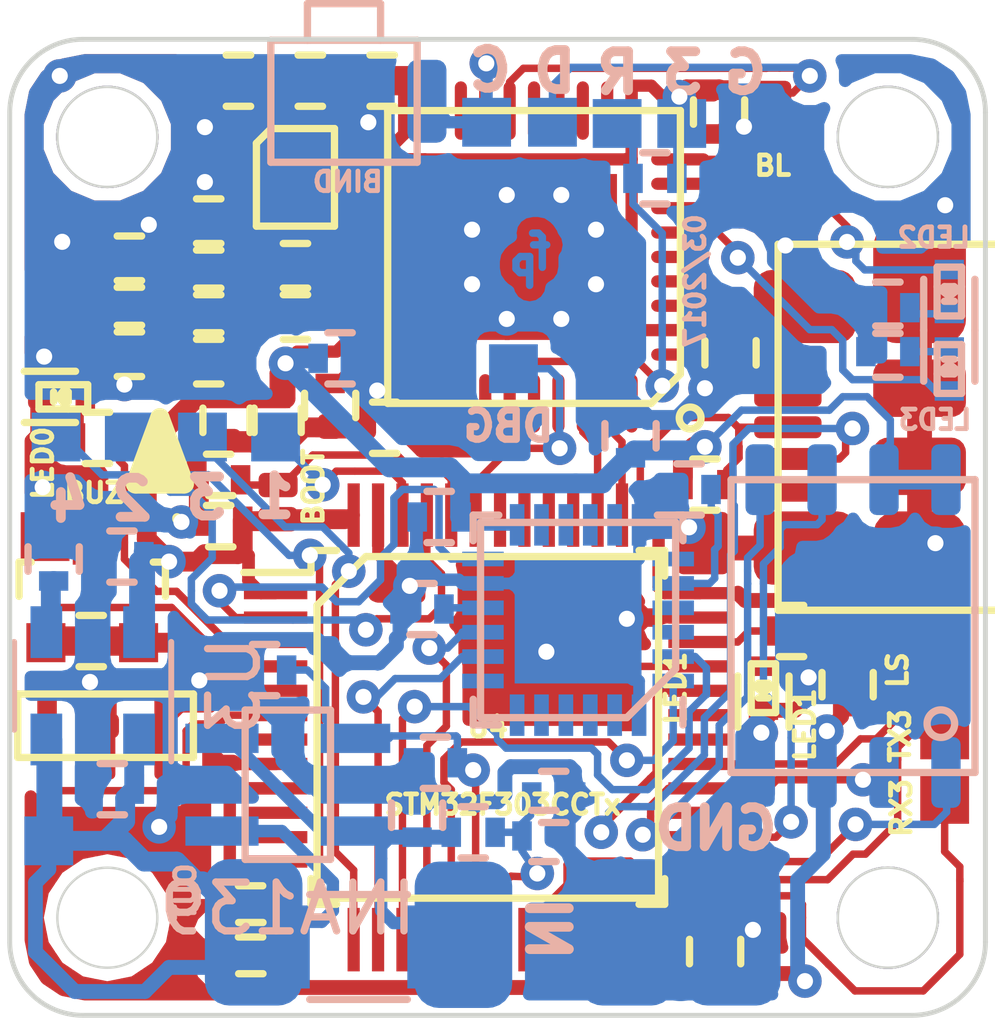
<source format=kicad_pcb>
(kicad_pcb (version 20160815) (host pcbnew "(2016-10-07 revision efdfaeb)-HEAD")
  (layers (0 F.Cu signal hide) (31 B.Cu signal) (34 B.Paste user hide) (35 F.Paste user hide) (36 B.SilkS user) (37 F.SilkS user hide) (38 B.Mask user) (39 F.Mask user hide) (44 Edge.Cuts user hide))
  (net 0 "")
  (net 1 GND)
  (net 2 "Net-(ANT1-Pad1)")
  (net 3 "Net-(C1-Pad2)")
  (net 4 "Net-(C2-Pad1)")
  (net 5 "Net-(C4-Pad2)")
  (net 6 "Net-(C6-Pad1)")
  (net 7 "Net-(C7-Pad2)")
  (net 8 "Net-(C11-Pad2)")
  (net 9 "Net-(R3-Pad2)")
  (net 10 3V)
  (net 11 "Net-(JP0-Pad2)")
  (net 12 MPU_SPI_MOSI)
  (net 13 MPU_SPI_SCK)
  (net 14 MPU_EXTI)
  (net 15 MPU_SPI_MISO)
  (net 16 MPU_SPI_CS)
  (net 17 RX_HUB_TELEMETRY)
  (net 18 RX_SBUS)
  (net 19 "Net-(R9-Pad2)")
  (net 20 "Net-(U4-Pad32)")
  (net 21 FLASH_MOSI)
  (net 22 FLASH_MISO)
  (net 23 FLASH_SCK)
  (net 24 FLASH_CS)
  (net 25 /rx/ANT_N)
  (net 26 /rx/ANT_P)
  (net 27 "Net-(C14-Pad1)")
  (net 28 "Net-(C15-Pad2)")
  (net 29 VBAT)
  (net 30 /power/BAT+)
  (net 31 ADC_VBAT)
  (net 32 ADC_CURRENT)
  (net 33 /rx/ISP_CLOCK)
  (net 34 /rx/ISP_DATA)
  (net 35 /rx/~RESET)
  (net 36 LED_0)
  (net 37 LED_1)
  (net 38 ESC_1)
  (net 39 ESC_0)
  (net 40 ESC_3)
  (net 41 ESC_2)
  (net 42 "Net-(U4-Pad6)")
  (net 43 "Net-(U4-Pad5)")
  (net 44 WS2812)
  (net 45 UART3_RX)
  (net 46 UART3_TX)
  (net 47 BUZZER_IO)
  (net 48 BUZZER)
  (net 49 "Net-(C30-Pad1)")
  (net 50 "Net-(LED0-Pad2)")
  (net 51 "Net-(LED1-Pad2)")
  (net 52 "Net-(U1-Pad32)")
  (net 53 "Net-(U1-Pad36)")
  (net 54 "Net-(U1-Pad1)")
  (net 55 "Net-(U1-Pad3)")
  (net 56 "Net-(U1-Pad4)")
  (net 57 "Net-(U1-Pad5)")
  (net 58 "Net-(U1-Pad7)")
  (net 59 "Net-(U1-Pad11)")
  (net 60 "Net-(U1-Pad12)")
  (net 61 "Net-(U1-Pad13)")
  (net 62 "Net-(U1-Pad14)")
  (net 63 "Net-(U1-Pad17)")
  (net 64 "Net-(U1-Pad18)")
  (net 65 "Net-(U2-Pad2)")
  (net 66 "Net-(U2-Pad3)")
  (net 67 "Net-(U2-Pad4)")
  (net 68 "Net-(U2-Pad5)")
  (net 69 "Net-(U2-Pad6)")
  (net 70 "Net-(U2-Pad7)")
  (net 71 "Net-(U2-Pad14)")
  (net 72 "Net-(U2-Pad15)")
  (net 73 "Net-(U2-Pad16)")
  (net 74 "Net-(U2-Pad17)")
  (net 75 "Net-(U2-Pad19)")
  (net 76 "Net-(U2-Pad21)")
  (net 77 "Net-(U2-Pad22)")
  (net 78 "Net-(U4-Pad42)")
  (net 79 "Net-(U4-Pad41)")
  (net 80 "Net-(U4-Pad40)")
  (net 81 "Net-(U4-Pad39)")
  (net 82 "Net-(U4-Pad31)")
  (net 83 "Net-(U4-Pad30)")
  (net 84 "Net-(U4-Pad20)")
  (net 85 "Net-(U4-Pad11)")
  (net 86 "Net-(U4-Pad10)")
  (net 87 "Net-(U4-Pad7)")
  (net 88 "Net-(U6-Pad4)")
  (net 89 "Net-(U6-Pad1)")
  (net 90 RX_DEBUG)
  (net 91 "Net-(U1-Pad8)")
  (net 92 "Net-(LED2-Pad1)")
  (net 93 "Net-(LED2-Pad2)")
  (net 94 "Net-(LED3-Pad1)")
  (net 95 "Net-(LED3-Pad2)")
  (module custom:DBV (layer B.Cu) (at 224.883 137.7034 180)
    (fp_text reference U7 hide)
    (fp_text value INA139 (at 0 -2.54 180) (layer B.SilkS) (effects (justify mirror)))
    (pad 1 smd rect (at -1.35 0.95 180) (size 1.5 0.6) (layers B.Cu B.Paste B.Mask) (net 32 ADC_CURRENT) (clearance 0.07))
    (pad 2 smd rect (at -1.35 0 180) (size 1.5 0.6) (layers B.Cu B.Paste B.Mask) (net 1 GND) (clearance 0.07))
    (pad 3 smd rect (at -1.35 -0.95 180) (size 1.5 0.6) (layers B.Cu B.Paste B.Mask) (net 30 /power/BAT+) (clearance 0.07))
    (pad 4 smd rect (at 1.35 -0.95 180) (size 1.5 0.6) (layers B.Cu B.Paste B.Mask) (net 29 VBAT) (clearance 0.07))
    (pad 5 smd rect (at 1.35 0.95 180) (size 1.5 0.6) (layers B.Cu B.Paste B.Mask) (net 30 /power/BAT+) (clearance 0.07))
  )
  (module custom:SOLDERBRIDGE (layer F.Cu) (at 224.6838 131.9124 90)
    (fp_text reference JP0 hide)
    (fp_text value BOOT0 hide)
    (pad 2 smd roundrect (at 0.35 0 90) (size 0.5 0.8) (layers F.Cu F.Mask) (net 11 "Net-(JP0-Pad2)"))
    (pad 1 smd roundrect (at -0.35 0 90) (size 0.5 0.8) (layers F.Cu F.Mask) (net 10 3V))
  )
  (module custom:SOLDERBRIDGE (layer F.Cu) (at 234.803 123.8784 270)
    (fp_text reference BL1 hide)
    (fp_text value BL hide)
    (pad 2 smd roundrect (at 0.35 0 270) (size 0.5 0.8) (layers F.Cu F.Mask) (net 1 GND))
    (pad 1 smd roundrect (at -0.35 0 270) (size 0.5 0.8) (layers F.Cu F.Mask) (net 34 /rx/ISP_DATA))
  )
  (module custom:CSTCE_G_A (layer F.Cu) (at 221.14764 136.49452 180)
    (fp_text reference X2 hide)
    (fp_text value 8MHz)
    (pad 3 smd roundrect (at 1.2 0 180) (size 0.4 2.2) (layers F.Cu F.Paste F.Mask) (net 42 "Net-(U4-Pad6)"))
    (pad 2 smd roundrect (at 0 0 180) (size 0.4 2.2) (layers F.Cu F.Paste F.Mask) (net 1 GND))
    (pad 1 smd roundrect (at -1.2 0 180) (size 0.4 2.2) (layers F.Cu F.Paste F.Mask) (net 43 "Net-(U4-Pad5)"))
  )
  (module TO_SOT_Packages_SMD:SOT-23-5 (layer B.Cu) (at 220.88348 135.67664 90)
    (fp_text reference U3 (at 0 2.9 90) (layer B.SilkS) (effects (justify mirror)))
    (fp_text value LP2985AIM5-3.0/NOPB)
    (pad 5 smd rect (at 1.1 0.95 90) (size 1.06 0.65) (layers B.Cu B.Paste B.Mask) (net 10 3V))
    (pad 4 smd rect (at 1.1 -0.95 90) (size 1.06 0.65) (layers B.Cu B.Paste B.Mask) (net 49 "Net-(C30-Pad1)"))
    (pad 3 smd rect (at -1.1 -0.95 90) (size 1.06 0.65) (layers B.Cu B.Paste B.Mask) (net 29 VBAT))
    (pad 2 smd rect (at -1.1 0 90) (size 1.06 0.65) (layers B.Cu B.Paste B.Mask) (net 1 GND))
    (pad 1 smd rect (at -1.1 0.95 90) (size 1.06 0.65) (layers B.Cu B.Paste B.Mask) (net 29 VBAT))
  )
  (module custom:VFDFPN8 (layer B.Cu) (at 236.4694 134.4524 90)
    (fp_text reference U5 hide)
    (fp_text value M25P16-VME hide)
    (pad 4 smd roundrect (at 0 0 90) (size 3.2 3.2) (layers B.Cu B.Paste B.Mask) (net 1 GND))
    (pad 8 smd roundrect (at 3 1.905 90) (size 1.45 0.6) (layers B.Cu B.Paste B.Mask) (net 10 3V))
    (pad 7 smd roundrect (at 3 0.635 90) (size 1.45 0.6) (layers B.Cu B.Paste B.Mask) (net 10 3V))
    (pad 6 smd roundrect (at 3 -0.635 90) (size 1.45 0.6) (layers B.Cu B.Paste B.Mask) (net 23 FLASH_SCK))
    (pad 5 smd roundrect (at 3 -1.905 90) (size 1.45 0.6) (layers B.Cu B.Paste B.Mask) (net 21 FLASH_MOSI))
    (pad 4 smd roundrect (at -3 -1.905 90) (size 1.4 0.6) (layers B.Cu B.Paste B.Mask) (net 1 GND))
    (pad 3 smd roundrect (at -3 -0.635 90) (size 1.45 0.6) (layers B.Cu B.Paste B.Mask) (net 10 3V))
    (pad 2 smd roundrect (at -3 0.635 90) (size 1.45 0.6) (layers B.Cu B.Paste B.Mask) (net 22 FLASH_MISO))
    (pad 1 smd roundrect (at -3 1.905 90) (size 1.45 0.6) (layers B.Cu B.Paste B.Mask) (net 24 FLASH_CS))
  )
  (module custom:USB_MICRO_MOLEX (layer F.Cu) (at 235.133 130.3784 180)
    (fp_text reference U6 hide)
    (fp_text value MICRO_USB_B hide)
    (pad 5 smd roundrect (at -2.7 0.8 180) (size 1.9 1.175) (layers F.Cu F.Paste F.Mask) (net 1 GND))
    (pad 5 smd roundrect (at -2.7 -0.8 180) (size 1.9 1.175) (layers F.Cu F.Paste F.Mask) (net 1 GND))
    (pad 5 smd roundrect (at -2.7 2.95 180) (size 1.9 2.45) (layers F.Cu F.Paste F.Mask) (net 1 GND))
    (pad 5 smd roundrect (at -2.7 -2.95 180) (size 1.9 2.45) (layers F.Cu F.Paste F.Mask) (net 1 GND))
    (pad 5 smd roundrect (at -0.35 -2.475 180) (size 2.1 1.5) (layers F.Cu F.Paste F.Mask) (net 1 GND))
    (pad 5 smd roundrect (at -0.35 2.475 180) (size 2.1 1.5) (layers F.Cu F.Paste F.Mask) (net 1 GND))
    (pad 5 smd roundrect (at 0 1.3 180) (size 1.38 0.45) (layers F.Cu F.Paste F.Mask) (net 1 GND))
    (pad 4 smd roundrect (at 0 0.65 180) (size 1.38 0.45) (layers F.Cu F.Paste F.Mask) (net 88 "Net-(U6-Pad4)"))
    (pad 3 smd roundrect (at 0 0 180) (size 1.38 0.45) (layers F.Cu F.Paste F.Mask) (net 19 "Net-(R9-Pad2)"))
    (pad 2 smd roundrect (at 0 -0.65 180) (size 1.38 0.45) (layers F.Cu F.Paste F.Mask) (net 20 "Net-(U4-Pad32)"))
    (pad 1 smd roundrect (at 0 -1.3 180) (size 1.38 0.45) (layers F.Cu F.Paste F.Mask) (net 89 "Net-(U6-Pad1)"))
  )
  (module custom:PAD_2x3 (layer B.Cu) (at 224.183 140.7284)
    (fp_text reference VBAT1 hide)
    (fp_text value CONN_1 hide)
    (pad 1 smd roundrect (at 0 0) (size 2 3) (layers B.Cu B.Mask) (net 29 VBAT))
  )
  (module custom:PAD_2x3 (layer B.Cu) (at 233.983 140.7284)
    (fp_text reference GND_IN1 hide)
    (fp_text value GND hide)
    (pad 1 smd roundrect (at 0 0) (size 2 3) (layers B.Cu B.Mask) (net 1 GND))
  )
  (module custom:PAD_2x3 (layer B.Cu) (at 231.833 140.7284)
    (fp_text reference GND_OUT1 hide)
    (fp_text value GND hide)
    (pad 1 smd roundrect (at 0 0) (size 2 3) (layers B.Cu B.Mask) (net 1 GND))
  )
  (module custom:PAD_2x3 (layer B.Cu) (at 228.483 140.7784)
    (fp_text reference VBAT_IN1 hide)
    (fp_text value CONN_1 hide)
    (pad 1 smd roundrect (at 0 0) (size 2 3) (layers B.Cu B.Mask) (net 30 /power/BAT+))
  )
  (module custom:TP_1x1 (layer B.Cu) (at 229.408 129.4784)
    (fp_text reference DEBUG1 hide)
    (fp_text value TP hide)
    (pad 1 smd rect (at 0.1 -0.3) (size 1 1) (layers B.Cu B.Mask) (net 90 RX_DEBUG))
  )
  (module custom:TP_1x1 (layer B.Cu) (at 228.858 124.4284)
    (fp_text reference ISP_CLOCK1 hide)
    (fp_text value TP hide)
    (pad 1 smd rect (at 0.1 -0.3) (size 1 1) (layers B.Cu B.Mask) (net 33 /rx/ISP_CLOCK))
  )
  (module custom:TP_1x1 (layer B.Cu) (at 230.208 124.4284)
    (fp_text reference ISP_DATA1 hide)
    (fp_text value TP hide)
    (pad 1 smd rect (at 0.1 -0.3) (size 1 1) (layers B.Cu B.Mask) (net 34 /rx/ISP_DATA))
  )
  (module custom:TP_1x1 (layer B.Cu) (at 231.533 124.4534)
    (fp_text reference ~RESET1 hide)
    (fp_text value TP hide)
    (pad 1 smd rect (at 0.1 -0.3) (size 1 1) (layers B.Cu B.Mask) (net 35 /rx/~RESET))
  )
  (module custom:TP_1x1 (layer F.Cu) (at 238.233 135.0784)
    (fp_text reference TP_1 hide)
    (fp_text value WS2812 hide)
    (pad 1 smd rect (at 0.1 0.3) (size 1 1) (layers F.Cu F.Mask) (net 44 WS2812))
  )
  (module custom:TP_1x1 (layer F.Cu) (at 238.2474 136.3828)
    (fp_text reference TP_2 hide)
    (fp_text value UART3_RX hide)
    (pad 1 smd rect (at 0.1 0.3) (size 1 1) (layers F.Cu F.Mask) (net 46 UART3_TX))
  )
  (module custom:TP_1x1 (layer F.Cu) (at 238.2474 137.7036)
    (fp_text reference TP_3 hide)
    (fp_text value UART3_RX1 hide)
    (pad 1 smd rect (at 0.1 0.3) (size 1 1) (layers F.Cu F.Mask) (net 45 UART3_RX))
  )
  (module custom:TP_1x1 (layer F.Cu) (at 219.807 132.3188)
    (fp_text reference TP_4 hide)
    (fp_text value BUZZER_GND hide)
    (pad 1 smd rect (at 0.1 0.3) (size 1 1) (layers F.Cu F.Mask) (net 48 BUZZER))
  )
  (module custom:TP_1x1 (layer B.Cu) (at 220.033 130.8784)
    (fp_text reference TP_ESC_0 hide)
    (fp_text value ESC_0 hide)
    (pad 1 smd rect (at 0.1 -0.3) (size 1 1) (layers B.Cu B.Mask) (net 39 ESC_0))
  )
  (module custom:TP_1x1 (layer B.Cu) (at 224.533 130.8784)
    (fp_text reference TP_ESC_1 hide)
    (fp_text value ESC_1 hide)
    (pad 1 smd rect (at 0.1 -0.3) (size 1 1) (layers B.Cu B.Mask) (net 38 ESC_1))
  )
  (module custom:TP_1x1 (layer B.Cu) (at 221.533 130.8784)
    (fp_text reference TP_ESC_2 hide)
    (fp_text value ESC_2 hide)
    (pad 1 smd rect (at 0.1 -0.3) (size 1 1) (layers B.Cu B.Mask) (net 41 ESC_2))
  )
  (module custom:TP_1x1 (layer B.Cu) (at 219.883 139.1534)
    (fp_text reference TP_5 hide)
    (fp_text value BUZZER_VCC hide)
    (pad 1 smd rect (at 0.1 -0.3) (size 1 1) (layers B.Cu B.Mask) (net 29 VBAT))
  )
  (module custom:TP_1x1 (layer B.Cu) (at 234.188 124.46)
    (fp_text reference ISP_GND1 hide)
    (fp_text value TP hide)
    (pad 1 smd rect (at 0.1 -0.3) (size 1 1) (layers B.Cu B.Mask) (net 1 GND))
  )
  (module custom:TP_1x1 (layer B.Cu) (at 232.858 124.4534)
    (fp_text reference ISP_3V1 hide)
    (fp_text value TP hide)
    (pad 1 smd rect (at 0.1 -0.3) (size 1 1) (layers B.Cu B.Mask) (net 10 3V))
  )
  (module custom:TP_1x1 (layer B.Cu) (at 223.033 130.8784)
    (fp_text reference TP_ESC_3 hide)
    (fp_text value ESC_3 hide)
    (pad 1 smd rect (at 0.1 -0.3) (size 1 1) (layers B.Cu B.Mask) (net 40 ESC_3))
  )
  (module custom:QFN-24 (layer B.Cu) (at 230.833 134.3284 90)
    (fp_text reference U2 hide)
    (fp_text value MPU-6000)
    (pad 1 smd rect (at -0.65 0.65 90) (size 1.3 1.3) (layers B.Cu B.Paste B.Mask) (net 1 GND))
    (pad 1 smd rect (at -0.65 -0.65 90) (size 1.3 1.3) (layers B.Cu B.Paste B.Mask) (net 1 GND))
    (pad 1 smd rect (at 0.65 0.65 90) (size 1.3 1.3) (layers B.Cu B.Paste B.Mask) (net 1 GND))
    (pad 1 smd rect (at 0.65 -0.65 90) (size 1.3 1.3) (layers B.Cu B.Paste B.Mask) (net 1 GND))
    (pad 24 smd rect (at -1.25 1.95) (size 0.85 0.3) (layers B.Cu B.Paste B.Mask) (net 12 MPU_SPI_MOSI))
    (pad 23 smd rect (at -0.75 1.95) (size 0.85 0.3) (layers B.Cu B.Paste B.Mask) (net 13 MPU_SPI_SCK))
    (pad 22 smd rect (at -0.25 1.95) (size 0.85 0.3) (layers B.Cu B.Paste B.Mask) (net 77 "Net-(U2-Pad22)"))
    (pad 21 smd rect (at 0.25 1.95) (size 0.85 0.3) (layers B.Cu B.Paste B.Mask) (net 76 "Net-(U2-Pad21)"))
    (pad 20 smd rect (at 0.75 1.95) (size 0.85 0.3) (layers B.Cu B.Paste B.Mask) (net 28 "Net-(C15-Pad2)"))
    (pad 19 smd rect (at 1.25 1.95) (size 0.85 0.3) (layers B.Cu B.Paste B.Mask) (net 75 "Net-(U2-Pad19)"))
    (pad 18 smd rect (at 1.95 1.25 90) (size 0.85 0.3) (layers B.Cu B.Paste B.Mask) (net 1 GND))
    (pad 17 smd rect (at 1.95 0.75 90) (size 0.85 0.3) (layers B.Cu B.Paste B.Mask) (net 74 "Net-(U2-Pad17)"))
    (pad 16 smd rect (at 1.95 0.25 90) (size 0.85 0.3) (layers B.Cu B.Paste B.Mask) (net 73 "Net-(U2-Pad16)"))
    (pad 15 smd rect (at 1.95 -0.25 90) (size 0.85 0.3) (layers B.Cu B.Paste B.Mask) (net 72 "Net-(U2-Pad15)"))
    (pad 14 smd rect (at 1.95 -0.75 90) (size 0.85 0.3) (layers B.Cu B.Paste B.Mask) (net 71 "Net-(U2-Pad14)"))
    (pad 13 smd rect (at 1.95 -1.25 90) (size 0.85 0.3) (layers B.Cu B.Paste B.Mask) (net 10 3V))
    (pad 12 smd rect (at 1.25 -1.95) (size 0.85 0.3) (layers B.Cu B.Paste B.Mask) (net 14 MPU_EXTI))
    (pad 11 smd rect (at 0.75 -1.95) (size 0.85 0.3) (layers B.Cu B.Paste B.Mask) (net 1 GND))
    (pad 10 smd rect (at 0.25 -1.95) (size 0.85 0.3) (layers B.Cu B.Paste B.Mask) (net 27 "Net-(C14-Pad1)"))
    (pad 9 smd rect (at -0.25 -1.95) (size 0.85 0.3) (layers B.Cu B.Paste B.Mask) (net 15 MPU_SPI_MISO))
    (pad 8 smd rect (at -0.75 -1.95) (size 0.85 0.3) (layers B.Cu B.Paste B.Mask) (net 16 MPU_SPI_CS))
    (pad 7 smd rect (at -1.25 -1.95) (size 0.85 0.3) (layers B.Cu B.Paste B.Mask) (net 70 "Net-(U2-Pad7)"))
    (pad 6 smd rect (at -1.95 -1.25 90) (size 0.85 0.3) (layers B.Cu B.Paste B.Mask) (net 69 "Net-(U2-Pad6)"))
    (pad 5 smd rect (at -1.95 -0.75 90) (size 0.85 0.3) (layers B.Cu B.Paste B.Mask) (net 68 "Net-(U2-Pad5)"))
    (pad 4 smd rect (at -1.95 -0.25 90) (size 0.85 0.3) (layers B.Cu B.Paste B.Mask) (net 67 "Net-(U2-Pad4)"))
    (pad 3 smd rect (at -1.95 0.25 90) (size 0.85 0.3) (layers B.Cu B.Paste B.Mask) (net 66 "Net-(U2-Pad3)"))
    (pad 2 smd rect (at -1.95 0.75 90) (size 0.85 0.3) (layers B.Cu B.Paste B.Mask) (net 65 "Net-(U2-Pad2)"))
    (pad 1 smd rect (at -1.95 1.25 90) (size 0.85 0.3) (layers B.Cu B.Paste B.Mask) (net 1 GND))
  )
  (module LEDs:LED_0402 (layer B.Cu) (at 238.4425 127.5969 90)
    (fp_text reference LED2 (at 1.1049 -0.3175 180) (layer B.SilkS) (effects (font (size 0.4 0.4) (thickness 0.1)) (justify mirror)))
    (fp_text value GREEN)
    (pad 1 smd rect (at -0.45 0 90) (size 0.4 0.6) (layers B.Cu B.Paste B.Mask) (net 92 "Net-(LED2-Pad1)"))
    (pad 2 smd rect (at 0.45 0 90) (size 0.4 0.6) (layers B.Cu B.Paste B.Mask) (net 93 "Net-(LED2-Pad2)"))
  )
  (module LEDs:LED_0402 (layer B.Cu) (at 238.4425 129.1844 270)
    (fp_text reference LED3 (at 1.0414 0.2921) (layer B.SilkS) (effects (font (size 0.4 0.4) (thickness 0.1)) (justify mirror)))
    (fp_text value RED)
    (pad 1 smd rect (at -0.45 0 270) (size 0.4 0.6) (layers B.Cu B.Paste B.Mask) (net 94 "Net-(LED3-Pad1)"))
    (pad 2 smd rect (at 0.45 0 270) (size 0.4 0.6) (layers B.Cu B.Paste B.Mask) (net 95 "Net-(LED3-Pad2)"))
  )
  (module custom:smd_1x1_round (layer F.Cu) (at 220.158 127.8332)
    (fp_text reference ANT1)
    (fp_text value TP hide)
    (pad 1 smd oval (at 0 0) (size 1 1) (layers F.Cu F.Paste F.Mask) (net 2 "Net-(ANT1-Pad1)"))
  )
  (module Housings_QFP:LQFP-48_7x7mm_Pitch0.5mm (layer F.Cu) (at 228.983 136.5284)
    (fp_text reference U4 hide)
    (fp_text value STM32F303CCTx (at 0.3028 1.5841) (layer F.SilkS) (effects (font (size 0.4 0.4) (thickness 0.125))))
    (fp_text user %R (at 0 0) (layer F.SilkS) (effects (font (size 0.4 0.4) (thickness 0.125))))
    (pad 1 smd rect (at -4.35 -2.75) (size 1.3 0.25) (layers F.Cu F.Paste F.Mask) (net 10 3V))
    (pad 2 smd rect (at -4.35 -2.25) (size 1.3 0.25) (layers F.Cu F.Paste F.Mask) (net 14 MPU_EXTI))
    (pad 3 smd rect (at -4.35 -1.75) (size 1.3 0.25) (layers F.Cu F.Paste F.Mask) (net 36 LED_0))
    (pad 4 smd rect (at -4.35 -1.25) (size 1.3 0.25) (layers F.Cu F.Paste F.Mask) (net 47 BUZZER_IO))
    (pad 5 smd rect (at -4.35 -0.75) (size 1.3 0.25) (layers F.Cu F.Paste F.Mask) (net 43 "Net-(U4-Pad5)"))
    (pad 6 smd rect (at -4.35 -0.25) (size 1.3 0.25) (layers F.Cu F.Paste F.Mask) (net 42 "Net-(U4-Pad6)"))
    (pad 7 smd rect (at -4.35 0.25) (size 1.3 0.25) (layers F.Cu F.Paste F.Mask) (net 87 "Net-(U4-Pad7)"))
    (pad 8 smd rect (at -4.35 0.75) (size 1.3 0.25) (layers F.Cu F.Paste F.Mask) (net 1 GND))
    (pad 9 smd rect (at -4.35 1.25) (size 1.3 0.25) (layers F.Cu F.Paste F.Mask) (net 10 3V))
    (pad 10 smd rect (at -4.35 1.75) (size 1.3 0.25) (layers F.Cu F.Paste F.Mask) (net 86 "Net-(U4-Pad10)"))
    (pad 11 smd rect (at -4.35 2.25) (size 1.3 0.25) (layers F.Cu F.Paste F.Mask) (net 85 "Net-(U4-Pad11)"))
    (pad 12 smd rect (at -4.35 2.75) (size 1.3 0.25) (layers F.Cu F.Paste F.Mask) (net 41 ESC_2))
    (pad 13 smd rect (at -2.75 4.35 90) (size 1.3 0.25) (layers F.Cu F.Paste F.Mask) (net 40 ESC_3))
    (pad 14 smd rect (at -2.25 4.35 90) (size 1.3 0.25) (layers F.Cu F.Paste F.Mask) (net 16 MPU_SPI_CS))
    (pad 15 smd rect (at -1.75 4.35 90) (size 1.3 0.25) (layers F.Cu F.Paste F.Mask) (net 13 MPU_SPI_SCK))
    (pad 16 smd rect (at -1.25 4.35 90) (size 1.3 0.25) (layers F.Cu F.Paste F.Mask) (net 15 MPU_SPI_MISO))
    (pad 17 smd rect (at -0.75 4.35 90) (size 1.3 0.25) (layers F.Cu F.Paste F.Mask) (net 12 MPU_SPI_MOSI))
    (pad 18 smd rect (at -0.25 4.35 90) (size 1.3 0.25) (layers F.Cu F.Paste F.Mask) (net 32 ADC_CURRENT))
    (pad 19 smd rect (at 0.25 4.35 90) (size 1.3 0.25) (layers F.Cu F.Paste F.Mask) (net 31 ADC_VBAT))
    (pad 20 smd rect (at 0.75 4.35 90) (size 1.3 0.25) (layers F.Cu F.Paste F.Mask) (net 84 "Net-(U4-Pad20)"))
    (pad 21 smd rect (at 1.25 4.35 90) (size 1.3 0.25) (layers F.Cu F.Paste F.Mask) (net 46 UART3_TX))
    (pad 22 smd rect (at 1.75 4.35 90) (size 1.3 0.25) (layers F.Cu F.Paste F.Mask) (net 45 UART3_RX))
    (pad 23 smd rect (at 2.25 4.35 90) (size 1.3 0.25) (layers F.Cu F.Paste F.Mask) (net 1 GND))
    (pad 24 smd rect (at 2.75 4.35 90) (size 1.3 0.25) (layers F.Cu F.Paste F.Mask) (net 10 3V))
    (pad 25 smd rect (at 4.35 2.75) (size 1.3 0.25) (layers F.Cu F.Paste F.Mask) (net 24 FLASH_CS))
    (pad 26 smd rect (at 4.35 2.25) (size 1.3 0.25) (layers F.Cu F.Paste F.Mask) (net 23 FLASH_SCK))
    (pad 27 smd rect (at 4.35 1.75) (size 1.3 0.25) (layers F.Cu F.Paste F.Mask) (net 22 FLASH_MISO))
    (pad 28 smd rect (at 4.35 1.25) (size 1.3 0.25) (layers F.Cu F.Paste F.Mask) (net 21 FLASH_MOSI))
    (pad 29 smd rect (at 4.35 0.75) (size 1.3 0.25) (layers F.Cu F.Paste F.Mask) (net 44 WS2812))
    (pad 30 smd rect (at 4.35 0.25) (size 1.3 0.25) (layers F.Cu F.Paste F.Mask) (net 83 "Net-(U4-Pad30)"))
    (pad 31 smd rect (at 4.35 -0.25) (size 1.3 0.25) (layers F.Cu F.Paste F.Mask) (net 82 "Net-(U4-Pad31)"))
    (pad 32 smd rect (at 4.35 -0.75) (size 1.3 0.25) (layers F.Cu F.Paste F.Mask) (net 20 "Net-(U4-Pad32)"))
    (pad 33 smd rect (at 4.35 -1.25) (size 1.3 0.25) (layers F.Cu F.Paste F.Mask) (net 19 "Net-(R9-Pad2)"))
    (pad 34 smd rect (at 4.35 -1.75) (size 1.3 0.25) (layers F.Cu F.Paste F.Mask) (net 37 LED_1))
    (pad 35 smd rect (at 4.35 -2.25) (size 1.3 0.25) (layers F.Cu F.Paste F.Mask) (net 1 GND))
    (pad 36 smd rect (at 4.35 -2.75) (size 1.3 0.25) (layers F.Cu F.Paste F.Mask) (net 10 3V))
    (pad 37 smd rect (at 2.75 -4.35 90) (size 1.3 0.25) (layers F.Cu F.Paste F.Mask) (net 17 RX_HUB_TELEMETRY))
    (pad 38 smd rect (at 2.25 -4.35 90) (size 1.3 0.25) (layers F.Cu F.Paste F.Mask) (net 18 RX_SBUS))
    (pad 39 smd rect (at 1.75 -4.35 90) (size 1.3 0.25) (layers F.Cu F.Paste F.Mask) (net 81 "Net-(U4-Pad39)"))
    (pad 40 smd rect (at 1.25 -4.35 90) (size 1.3 0.25) (layers F.Cu F.Paste F.Mask) (net 80 "Net-(U4-Pad40)"))
    (pad 41 smd rect (at 0.75 -4.35 90) (size 1.3 0.25) (layers F.Cu F.Paste F.Mask) (net 79 "Net-(U4-Pad41)"))
    (pad 42 smd rect (at 0.25 -4.35 90) (size 1.3 0.25) (layers F.Cu F.Paste F.Mask) (net 78 "Net-(U4-Pad42)"))
    (pad 43 smd rect (at -0.25 -4.35 90) (size 1.3 0.25) (layers F.Cu F.Paste F.Mask) (net 90 RX_DEBUG))
    (pad 44 smd rect (at -0.75 -4.35 90) (size 1.3 0.25) (layers F.Cu F.Paste F.Mask) (net 11 "Net-(JP0-Pad2)"))
    (pad 45 smd rect (at -1.25 -4.35 90) (size 1.3 0.25) (layers F.Cu F.Paste F.Mask) (net 39 ESC_0))
    (pad 46 smd rect (at -1.75 -4.35 90) (size 1.3 0.25) (layers F.Cu F.Paste F.Mask) (net 38 ESC_1))
    (pad 47 smd rect (at -2.25 -4.35 90) (size 1.3 0.25) (layers F.Cu F.Paste F.Mask) (net 1 GND))
    (pad 48 smd rect (at -2.75 -4.35 90) (size 1.3 0.25) (layers F.Cu F.Paste F.Mask) (net 10 3V))
  )
  (module LEDs:LED_0402 (layer F.Cu) (at 220.2815 129.7559)
    (fp_text reference LED0 (at -0.4191 1.3589 270) (layer F.SilkS) (effects (font (size 0.4 0.4) (thickness 0.125))))
    (fp_text value BLUE)
    (pad 1 smd rect (at -0.45 0) (size 0.4 0.6) (layers F.Cu F.Paste F.Mask) (net 1 GND))
    (pad 2 smd rect (at 0.45 0) (size 0.4 0.6) (layers F.Cu F.Paste F.Mask) (net 50 "Net-(LED0-Pad2)"))
  )
  (module LEDs:LED_0402 (layer F.Cu) (at 234.6325 135.7249 90)
    (fp_text reference LED1 (at 0 -1.8 90) (layer F.SilkS) (effects (font (size 0.4 0.4) (thickness 0.125))))
    (fp_text value RED)
    (pad 1 smd rect (at -0.45 0 90) (size 0.4 0.6) (layers F.Cu F.Paste F.Mask) (net 1 GND))
    (pad 2 smd rect (at 0.45 0 90) (size 0.4 0.6) (layers F.Cu F.Paste F.Mask) (net 51 "Net-(LED1-Pad2)"))
  )
  (module Resistors_SMD:R_1206 (layer B.Cu) (at 226.333 141.0284 180)
    (fp_text reference R12 hide)
    (fp_text value 0R005)
    (pad 1 smd rect (at -1.45 0 180) (size 0.9 1.7) (layers B.Cu B.Paste B.Mask) (net 30 /power/BAT+))
    (pad 2 smd rect (at 1.45 0 180) (size 0.9 1.7) (layers B.Cu B.Paste B.Mask) (net 29 VBAT))
  )
  (module custom:SI2302DS_SOT-23 (layer F.Cu) (at 220.8738 133.792)
    (fp_text reference Q1 hide)
    (fp_text value SI2302DS)
    (pad G smd rect (at -0.95 1.00076) (size 0.8001 0.8001) (layers F.Cu F.Paste F.Mask) (net 47 BUZZER_IO))
    (pad S smd rect (at 0.95 1.00076) (size 0.8001 0.8001) (layers F.Cu F.Paste F.Mask) (net 1 GND))
    (pad D smd rect (at 0 -0.99822) (size 0.8001 0.8001) (layers F.Cu F.Paste F.Mask) (net 48 BUZZER))
  )
  (module custom:crystal_2016 (layer F.Cu) (at 225.0394 125.2576 270)
    (fp_text reference X1 hide)
    (fp_text value 26MHz hide)
    (pad 4 smd rect (at -0.825 -0.575 270) (size 0.95 0.65) (layers F.Cu F.Paste F.Mask) (net 1 GND))
    (pad 3 smd rect (at 0.825 -0.575 270) (size 0.95 0.65) (layers F.Cu F.Paste F.Mask) (net 6 "Net-(C6-Pad1)"))
    (pad 2 smd rect (at 0.825 0.575 270) (size 0.95 0.65) (layers F.Cu F.Paste F.Mask) (net 1 GND))
    (pad 1 smd rect (at -0.825 0.575 270) (size 0.95 0.65) (layers F.Cu F.Paste F.Mask) (net 4 "Net-(C2-Pad1)"))
  )
  (module custom:TP_1x1 (layer B.Cu) (at 231.233 128.5784)
    (fp_text reference GND_MOUNT_2 hide)
    (fp_text value GND hide)
    (pad 1 smd rect (at 0.1 -0.3) (size 1 1) (layers B.Cu B.Mask) (net 1 GND))
  )
  (module custom:QFN36_CC2510 (layer F.Cu) (at 229.93 126.8888 180)
    (fp_text reference U1 hide)
    (fp_text value CC2510)
    (pad GND thru_hole circle (at 0.5588 1.27 180) (size 0.6858 0.6858) (drill 0.3302) (layers *.Cu F.Mask) (net 1 GND))
    (pad GND thru_hole circle (at -0.5588 1.27 180) (size 0.6858 0.6858) (drill 0.3302) (layers *.Cu F.Mask) (net 1 GND))
    (pad GND thru_hole circle (at 1.27 0.5588 180) (size 0.6858 0.6858) (drill 0.3302) (layers *.Cu F.Mask) (net 1 GND))
    (pad GND thru_hole circle (at -1.27 0.5588 180) (size 0.6858 0.6858) (drill 0.3302) (layers *.Cu F.Mask) (net 1 GND))
    (pad GND thru_hole circle (at 1.27 -0.5588 180) (size 0.6858 0.6858) (drill 0.3302) (layers *.Cu F.Mask) (net 1 GND))
    (pad GND thru_hole circle (at 0.5588 -1.27 180) (size 0.6858 0.6858) (drill 0.3302) (layers *.Cu F.Mask) (net 1 GND))
    (pad GND thru_hole circle (at -1.27 -0.5588 180) (size 0.6858 0.6858) (drill 0.3302) (layers *.Cu F.Mask) (net 1 GND))
    (pad GND thru_hole circle (at -0.5588 -1.27 180) (size 0.6858 0.6858) (drill 0.3302) (layers *.Cu F.Mask) (net 1 GND))
    (pad GND smd rect (at 1.1 1.1 270) (size 1.2 1.2) (layers F.Cu F.Paste F.Mask) (net 1 GND))
    (pad GND smd rect (at 0 1.1 270) (size 1.2 1.2) (layers F.Cu F.Paste F.Mask) (net 1 GND))
    (pad GND smd rect (at -1.1 1.1 270) (size 1.2 1.2) (layers F.Cu F.Paste F.Mask) (net 1 GND))
    (pad GND smd rect (at 1.1 -1.1 270) (size 1.2 1.2) (layers F.Cu F.Paste F.Mask) (net 1 GND))
    (pad GND smd rect (at 0 -1.1 270) (size 1.2 1.2) (layers F.Cu F.Paste F.Mask) (net 1 GND))
    (pad GND smd rect (at -1.1 -1.1 270) (size 1.2 1.2) (layers F.Cu F.Paste F.Mask) (net 1 GND))
    (pad GND smd rect (at -1.1 0 270) (size 1.2 1.2) (layers F.Cu F.Paste F.Mask) (net 1 GND))
    (pad GND smd rect (at 1.1 0 270) (size 1.2 1.2) (layers F.Cu F.Paste F.Mask) (net 1 GND))
    (pad GND smd rect (at 0 0 270) (size 1.2 1.2) (layers F.Cu F.Paste F.Mask) (net 1 GND))
    (pad 9 smd roundrect (at -3 2 180) (size 1.2 0.25) (layers F.Cu F.Paste F.Mask) (roundrect_rratio 0.5) (net 93 "Net-(LED2-Pad2)"))
    (pad 18 smd roundrect (at 2 3 270) (size 1.2 0.25) (layers F.Cu F.Paste F.Mask) (roundrect_rratio 0.5) (net 64 "Net-(U1-Pad18)"))
    (pad 17 smd roundrect (at 1.5 3 270) (size 1.2 0.25) (layers F.Cu F.Paste F.Mask) (roundrect_rratio 0.5) (net 63 "Net-(U1-Pad17)"))
    (pad 16 smd roundrect (at 1 3 270) (size 1.2 0.25) (layers F.Cu F.Paste F.Mask) (roundrect_rratio 0.5) (net 33 /rx/ISP_CLOCK))
    (pad 15 smd roundrect (at 0.5 3 270) (size 1.2 0.25) (layers F.Cu F.Paste F.Mask) (roundrect_rratio 0.5) (net 34 /rx/ISP_DATA))
    (pad 14 smd roundrect (at 0 3 270) (size 1.2 0.25) (layers F.Cu F.Paste F.Mask) (roundrect_rratio 0.5) (net 62 "Net-(U1-Pad14)"))
    (pad 13 smd roundrect (at -0.5 3 270) (size 1.2 0.25) (layers F.Cu F.Paste F.Mask) (roundrect_rratio 0.5) (net 61 "Net-(U1-Pad13)"))
    (pad 12 smd roundrect (at -1 3 270) (size 1.2 0.25) (layers F.Cu F.Paste F.Mask) (roundrect_rratio 0.5) (net 60 "Net-(U1-Pad12)"))
    (pad 11 smd roundrect (at -1.5 3 270) (size 1.2 0.25) (layers F.Cu F.Paste F.Mask) (roundrect_rratio 0.5) (net 59 "Net-(U1-Pad11)"))
    (pad 10 smd roundrect (at -2 3 270) (size 1.2 0.25) (layers F.Cu F.Paste F.Mask) (roundrect_rratio 0.5) (net 10 3V))
    (pad 2 smd roundrect (at -3 -1.5 180) (size 1.2 0.25) (layers F.Cu F.Paste F.Mask) (roundrect_rratio 0.5) (net 10 3V))
    (pad 8 smd roundrect (at -3 1.5 180) (size 1.2 0.25) (layers F.Cu F.Paste F.Mask) (roundrect_rratio 0.5) (net 91 "Net-(U1-Pad8)"))
    (pad 7 smd roundrect (at -3 1 180) (size 1.2 0.25) (layers F.Cu F.Paste F.Mask) (roundrect_rratio 0.5) (net 58 "Net-(U1-Pad7)"))
    (pad 6 smd roundrect (at -3 0.5 180) (size 1.2 0.25) (layers F.Cu F.Paste F.Mask) (roundrect_rratio 0.5) (net 95 "Net-(LED3-Pad2)"))
    (pad 5 smd roundrect (at -3 0 180) (size 1.2 0.25) (layers F.Cu F.Paste F.Mask) (roundrect_rratio 0.5) (net 57 "Net-(U1-Pad5)"))
    (pad 4 smd roundrect (at -3 -0.5 180) (size 1.2 0.25) (layers F.Cu F.Paste F.Mask) (roundrect_rratio 0.5) (net 56 "Net-(U1-Pad4)"))
    (pad 3 smd roundrect (at -3 -1 180) (size 1.2 0.25) (layers F.Cu F.Paste F.Mask) (roundrect_rratio 0.5) (net 55 "Net-(U1-Pad3)"))
    (pad 1 smd roundrect (at -3 -2 180) (size 1.2 0.25) (layers F.Cu F.Paste F.Mask) (roundrect_rratio 0.5) (net 54 "Net-(U1-Pad1)"))
    (pad 27 smd roundrect (at 3 -2 180) (size 1.2 0.25) (layers F.Cu F.Paste F.Mask) (roundrect_rratio 0.5) (net 9 "Net-(R3-Pad2)"))
    (pad 25 smd roundrect (at 3 -1 180) (size 1.2 0.25) (layers F.Cu F.Paste F.Mask) (roundrect_rratio 0.5) (net 10 3V))
    (pad 24 smd roundrect (at 3 -0.5 180) (size 1.2 0.25) (layers F.Cu F.Paste F.Mask) (roundrect_rratio 0.5) (net 25 /rx/ANT_N))
    (pad 23 smd roundrect (at 3 0 180) (size 1.2 0.25) (layers F.Cu F.Paste F.Mask) (roundrect_rratio 0.5) (net 26 /rx/ANT_P))
    (pad 22 smd roundrect (at 3 0.5 180) (size 1.2 0.25) (layers F.Cu F.Paste F.Mask) (roundrect_rratio 0.5) (net 10 3V))
    (pad 21 smd roundrect (at 3 1 180) (size 1.2 0.25) (layers F.Cu F.Paste F.Mask) (roundrect_rratio 0.5) (net 6 "Net-(C6-Pad1)"))
    (pad 20 smd roundrect (at 3 1.5 180) (size 1.2 0.25) (layers F.Cu F.Paste F.Mask) (roundrect_rratio 0.5) (net 4 "Net-(C2-Pad1)"))
    (pad 26 smd roundrect (at 3 -1.5 180) (size 1.2 0.25) (layers F.Cu F.Paste F.Mask) (roundrect_rratio 0.5) (net 10 3V))
    (pad 19 smd roundrect (at 3 2 180) (size 1.2 0.25) (layers F.Cu F.Paste F.Mask) (roundrect_rratio 0.5) (net 10 3V))
    (pad 36 smd roundrect (at -2 -3 270) (size 1.2 0.25) (layers F.Cu F.Paste F.Mask) (roundrect_rratio 0.5) (net 53 "Net-(U1-Pad36)"))
    (pad 35 smd roundrect (at -1.5 -3 270) (size 1.2 0.25) (layers F.Cu F.Paste F.Mask) (roundrect_rratio 0.5) (net 17 RX_HUB_TELEMETRY))
    (pad 34 smd roundrect (at -1 -3 270) (size 1.2 0.25) (layers F.Cu F.Paste F.Mask) (roundrect_rratio 0.5) (net 18 RX_SBUS))
    (pad 33 smd roundrect (at -0.5 -3 270) (size 1.2 0.25) (layers F.Cu F.Paste F.Mask) (roundrect_rratio 0.5) (net 90 RX_DEBUG))
    (pad 32 smd roundrect (at 0 -3 270) (size 1.2 0.25) (layers F.Cu F.Paste F.Mask) (roundrect_rratio 0.5) (net 52 "Net-(U1-Pad32)"))
    (pad 31 smd roundrect (at 0.5 -3 270) (size 1.2 0.25) (layers F.Cu F.Paste F.Mask) (roundrect_rratio 0.5) (net 35 /rx/~RESET))
    (pad 30 smd roundrect (at 1 -3 270) (size 1.2 0.25) (layers F.Cu F.Paste F.Mask) (roundrect_rratio 0.5) (net 3 "Net-(C1-Pad2)"))
    (pad 29 smd roundrect (at 1.5 -3 270) (size 1.2 0.25) (layers F.Cu F.Paste F.Mask) (roundrect_rratio 0.5) (net 10 3V))
    (pad 28 smd roundrect (at 2 -3 270) (size 1.2 0.25) (layers F.Cu F.Paste F.Mask) (roundrect_rratio 0.5) (net 10 3V))
  )
  (module custom:mouting_hole (layer F.Cu) (at 246.4816 125.8062)
    (fp_text reference H1 hide)
    (fp_text value hole hide)
    (pad "" np_thru_hole circle (at -9.2986 -1.3778) (size 2.1 2.1) (drill 2) (layers *.Cu *.Mask))
  )
  (module custom:mouting_hole (layer F.Cu) (at 247.8786 131.1148)
    (fp_text reference H2 hide)
    (fp_text value hole hide)
    (pad "" np_thru_hole circle (at -10.6956 9.3136) (size 2.1 2.1) (drill 2) (layers *.Cu *.Mask))
  )
  (module custom:mouting_hole (layer F.Cu) (at 252.6284 126.0856)
    (fp_text reference H3 hide)
    (fp_text value hole hide)
    (pad "" np_thru_hole circle (at -31.4454 14.3428) (size 2 2) (drill 2) (layers *.Cu *.Mask))
  )
  (module custom:mouting_hole (layer F.Cu) (at 250.1138 123.2916)
    (fp_text reference H4 hide)
    (fp_text value hole hide)
    (pad "" np_thru_hole circle (at -28.9308 1.1368) (size 2.1 2.1) (drill 2) (layers *.Cu *.Mask))
  )
  (module custom:OMRON_B3U-3000P (layer B.Cu) (at 226.0346 123.698 180)
    (fp_text reference BIND1 hide)
    (fp_text value CUSTOM_PUSHBUTTON hide)
    (pad 1 smd roundrect (at -1.7 0 180) (size 0.8 1.7) (layers B.Cu B.Paste B.Mask) (net 33 /rx/ISP_CLOCK))
    (pad 2 smd roundrect (at 1.7 0 180) (size 0.8 1.7) (layers B.Cu B.Paste B.Mask) (net 1 GND))
  )
  (module custom:C_0402_CUSTOM (layer F.Cu) (at 226.8682 130.3884)
    (fp_text reference C1 hide)
    (fp_text value 1u)
    (pad 2 smd rect (at 0.45 0) (size 0.4 0.6) (layers F.Cu F.Paste F.Mask) (net 3 "Net-(C1-Pad2)"))
    (pad 1 smd rect (at -0.45 0) (size 0.4 0.6) (layers F.Cu F.Paste F.Mask) (net 1 GND))
  )
  (module custom:C_0402_CUSTOM (layer F.Cu) (at 225.3442 123.2764)
    (fp_text reference C2 hide)
    (fp_text value 12p)
    (pad 2 smd rect (at 0.45 0) (size 0.4 0.6) (layers F.Cu F.Paste F.Mask) (net 1 GND))
    (pad 1 smd rect (at -0.45 0) (size 0.4 0.6) (layers F.Cu F.Paste F.Mask) (net 4 "Net-(C2-Pad1)"))
  )
  (module custom:C_0402_CUSTOM (layer F.Cu) (at 233.958 128.8534 270)
    (fp_text reference C3 hide)
    (fp_text value 100n)
    (pad 1 smd rect (at -0.45 0 270) (size 0.4 0.6) (layers F.Cu F.Paste F.Mask) (net 10 3V))
    (pad 2 smd rect (at 0.45 0 270) (size 0.4 0.6) (layers F.Cu F.Paste F.Mask) (net 1 GND))
  )
  (module custom:C_0402_CUSTOM (layer F.Cu) (at 225.0394 128.0516 180)
    (fp_text reference C4 hide)
    (fp_text value 100p)
    (pad 2 smd rect (at 0.45 0 180) (size 0.4 0.6) (layers F.Cu F.Paste F.Mask) (net 5 "Net-(C4-Pad2)"))
    (pad 1 smd rect (at -0.45 0 180) (size 0.4 0.6) (layers F.Cu F.Paste F.Mask) (net 25 /rx/ANT_N))
  )
  (module custom:C_0402_CUSTOM (layer F.Cu) (at 224.633 130.236 270)
    (fp_text reference C5 hide)
    (fp_text value 220p)
    (pad 1 smd rect (at -0.45 0 270) (size 0.4 0.6) (layers F.Cu F.Paste F.Mask) (net 10 3V))
    (pad 2 smd rect (at 0.45 0 270) (size 0.4 0.6) (layers F.Cu F.Paste F.Mask) (net 1 GND))
  )
  (module custom:C_0402_CUSTOM (layer F.Cu) (at 223.871 123.2764 180)
    (fp_text reference C6 hide)
    (fp_text value 12p)
    (pad 1 smd rect (at -0.45 0 180) (size 0.4 0.6) (layers F.Cu F.Paste F.Mask) (net 6 "Net-(C6-Pad1)"))
    (pad 2 smd rect (at 0.45 0 180) (size 0.4 0.6) (layers F.Cu F.Paste F.Mask) (net 1 GND))
  )
  (module custom:C_0402_CUSTOM (layer F.Cu) (at 225.0394 127.1372 180)
    (fp_text reference C7 hide)
    (fp_text value 100p)
    (pad 2 smd rect (at 0.45 0 180) (size 0.4 0.6) (layers F.Cu F.Paste F.Mask) (net 7 "Net-(C7-Pad2)"))
    (pad 1 smd rect (at -0.45 0 180) (size 0.4 0.6) (layers F.Cu F.Paste F.Mask) (net 26 /rx/ANT_P))
  )
  (module custom:C_0402_CUSTOM (layer F.Cu) (at 223.2614 126.2228)
    (fp_text reference C8 hide)
    (fp_text value 1p)
    (pad 1 smd rect (at -0.45 0) (size 0.4 0.6) (layers F.Cu F.Paste F.Mask) (net 1 GND))
    (pad 2 smd rect (at 0.45 0) (size 0.4 0.6) (layers F.Cu F.Paste F.Mask) (net 7 "Net-(C7-Pad2)"))
  )
  (module custom:C_0402_CUSTOM (layer F.Cu) (at 223.2614 128.0516 180)
    (fp_text reference C9 hide)
    (fp_text value 1p)
    (pad 2 smd rect (at 0.45 0 180) (size 0.4 0.6) (layers F.Cu F.Paste F.Mask) (net 8 "Net-(C11-Pad2)"))
    (pad 1 smd rect (at -0.45 0 180) (size 0.4 0.6) (layers F.Cu F.Paste F.Mask) (net 5 "Net-(C4-Pad2)"))
  )
  (module custom:C_0402_CUSTOM (layer F.Cu) (at 223.6678 130.236 270)
    (fp_text reference C10 hide)
    (fp_text value 1u)
    (pad 2 smd rect (at 0.45 0 270) (size 0.4 0.6) (layers F.Cu F.Paste F.Mask) (net 1 GND))
    (pad 1 smd rect (at -0.45 0 270) (size 0.4 0.6) (layers F.Cu F.Paste F.Mask) (net 10 3V))
  )
  (module custom:C_0402_CUSTOM (layer F.Cu) (at 221.6358 128.8136)
    (fp_text reference C11 hide)
    (fp_text value 1p8)
    (pad 2 smd rect (at 0.45 0) (size 0.4 0.6) (layers F.Cu F.Paste F.Mask) (net 8 "Net-(C11-Pad2)"))
    (pad 1 smd rect (at -0.45 0) (size 0.4 0.6) (layers F.Cu F.Paste F.Mask) (net 1 GND))
  )
  (module custom:C_0402_CUSTOM (layer F.Cu) (at 221.6358 126.9848 180)
    (fp_text reference C12 hide)
    (fp_text value 1p5)
    (pad 1 smd rect (at -0.45 0 180) (size 0.4 0.6) (layers F.Cu F.Paste F.Mask) (net 1 GND))
    (pad 2 smd rect (at 0.45 0 180) (size 0.4 0.6) (layers F.Cu F.Paste F.Mask) (net 2 "Net-(ANT1-Pad1)"))
  )
  (module custom:C_0402_CUSTOM (layer F.Cu) (at 226.8174 123.2764 180)
    (fp_text reference C13 hide)
    (fp_text value 100n)
    (pad 2 smd rect (at 0.45 0 180) (size 0.4 0.6) (layers F.Cu F.Paste F.Mask) (net 1 GND))
    (pad 1 smd rect (at -0.45 0 180) (size 0.4 0.6) (layers F.Cu F.Paste F.Mask) (net 10 3V))
  )
  (module custom:C_0402_CUSTOM (layer B.Cu) (at 227.633 134.1034 180)
    (fp_text reference C14 hide)
    (fp_text value 100n)
    (pad 2 smd rect (at 0.45 0 180) (size 0.4 0.6) (layers B.Cu B.Paste B.Mask) (net 1 GND))
    (pad 1 smd rect (at -0.45 0 180) (size 0.4 0.6) (layers B.Cu B.Paste B.Mask) (net 27 "Net-(C14-Pad1)"))
  )
  (module custom:C_0402_CUSTOM (layer B.Cu) (at 233.108 131.6534)
    (fp_text reference C15 hide)
    (fp_text value 2n2)
    (pad 1 smd rect (at -0.45 0) (size 0.4 0.6) (layers B.Cu B.Paste B.Mask) (net 1 GND))
    (pad 2 smd rect (at 0.45 0) (size 0.4 0.6) (layers B.Cu B.Paste B.Mask) (net 28 "Net-(C15-Pad2)"))
  )
  (module custom:C_0402_CUSTOM (layer B.Cu) (at 227.9858 132.2172)
    (fp_text reference C16 hide)
    (fp_text value 100n)
    (pad 2 smd rect (at 0.45 0) (size 0.4 0.6) (layers B.Cu B.Paste B.Mask) (net 10 3V))
    (pad 1 smd rect (at -0.45 0) (size 0.4 0.6) (layers B.Cu B.Paste B.Mask) (net 1 GND))
  )
  (module custom:C_0402_CUSTOM (layer B.Cu) (at 221.2848 137.795 180)
    (fp_text reference C17 hide)
    (fp_text value 1u)
    (pad 2 smd rect (at 0.45 0 180) (size 0.4 0.6) (layers B.Cu B.Paste B.Mask) (net 1 GND))
    (pad 1 smd rect (at -0.45 0 180) (size 0.4 0.6) (layers B.Cu B.Paste B.Mask) (net 29 VBAT))
  )
  (module custom:C_0402_CUSTOM (layer B.Cu) (at 221.483 133.0284 180)
    (fp_text reference C18 hide)
    (fp_text value 4u7)
    (pad 1 smd rect (at -0.45 0 180) (size 0.4 0.6) (layers B.Cu B.Paste B.Mask) (net 10 3V))
    (pad 2 smd rect (at 0.45 0 180) (size 0.4 0.6) (layers B.Cu B.Paste B.Mask) (net 1 GND))
  )
  (module custom:C_0402_CUSTOM (layer B.Cu) (at 225.9538 128.966)
    (fp_text reference C19 hide)
    (fp_text value 100n)
    (pad 1 smd rect (at -0.45 0) (size 0.4 0.6) (layers B.Cu B.Paste B.Mask) (net 10 3V))
    (pad 2 smd rect (at 0.45 0) (size 0.4 0.6) (layers B.Cu B.Paste B.Mask) (net 1 GND))
  )
  (module custom:C_0402_CUSTOM (layer F.Cu) (at 233.723 123.9184 270)
    (fp_text reference C20 hide)
    (fp_text value 100n)
    (pad 1 smd rect (at -0.45 0 270) (size 0.4 0.6) (layers F.Cu F.Paste F.Mask) (net 10 3V))
    (pad 2 smd rect (at 0.45 0 270) (size 0.4 0.6) (layers F.Cu F.Paste F.Mask) (net 1 GND))
  )
  (module custom:C_0402_CUSTOM (layer F.Cu) (at 223.508 132.3034 180)
    (fp_text reference C21 hide)
    (fp_text value 100n)
    (pad 1 smd rect (at -0.45 0 180) (size 0.4 0.6) (layers F.Cu F.Paste F.Mask) (net 10 3V))
    (pad 2 smd rect (at 0.45 0 180) (size 0.4 0.6) (layers F.Cu F.Paste F.Mask) (net 1 GND))
  )
  (module custom:C_0402_CUSTOM (layer B.Cu) (at 231.908 130.5534 90)
    (fp_text reference C22 hide)
    (fp_text value 100n)
    (pad 2 smd rect (at 0.45 0 90) (size 0.4 0.6) (layers B.Cu B.Paste B.Mask) (net 1 GND))
    (pad 1 smd rect (at -0.45 0 90) (size 0.4 0.6) (layers B.Cu B.Paste B.Mask) (net 10 3V))
  )
  (module custom:C_0402_CUSTOM (layer F.Cu) (at 224.11944 140.29944 180)
    (fp_text reference C23 hide)
    (fp_text value 1u)
    (pad 2 smd rect (at 0.45 0 180) (size 0.4 0.6) (layers F.Cu F.Paste F.Mask) (net 1 GND))
    (pad 1 smd rect (at -0.45 0 180) (size 0.4 0.6) (layers F.Cu F.Paste F.Mask) (net 10 3V))
  )
  (module custom:C_0402_CUSTOM (layer F.Cu) (at 224.12452 141.05128 180)
    (fp_text reference C24 hide)
    (fp_text value 10n)
    (pad 1 smd rect (at -0.45 0 180) (size 0.4 0.6) (layers F.Cu F.Paste F.Mask) (net 10 3V))
    (pad 2 smd rect (at 0.45 0 180) (size 0.4 0.6) (layers F.Cu F.Paste F.Mask) (net 1 GND))
  )
  (module custom:C_0402_CUSTOM (layer F.Cu) (at 236.358 135.6534 90)
    (fp_text reference C25 hide)
    (fp_text value 100n)
    (pad 1 smd rect (at -0.45 0 90) (size 0.4 0.6) (layers F.Cu F.Paste F.Mask) (net 10 3V))
    (pad 2 smd rect (at 0.45 0 90) (size 0.4 0.6) (layers F.Cu F.Paste F.Mask) (net 1 GND))
  )
  (module custom:C_0402_CUSTOM (layer B.Cu) (at 227.533 138.3284 270)
    (fp_text reference C26 hide)
    (fp_text value 100n)
    (pad 2 smd rect (at 0.45 0 270) (size 0.4 0.6) (layers B.Cu B.Paste B.Mask) (net 30 /power/BAT+))
    (pad 1 smd rect (at -0.45 0 270) (size 0.4 0.6) (layers B.Cu B.Paste B.Mask) (net 1 GND))
  )
  (module custom:C_0402_CUSTOM (layer B.Cu) (at 230.333 137.9534)
    (fp_text reference C27 hide)
    (fp_text value 100n)
    (pad 2 smd rect (at 0.45 0) (size 0.4 0.6) (layers B.Cu B.Paste B.Mask) (net 1 GND))
    (pad 1 smd rect (at -0.45 0) (size 0.4 0.6) (layers B.Cu B.Paste B.Mask) (net 31 ADC_VBAT))
  )
  (module custom:C_0402_CUSTOM (layer B.Cu) (at 227.908 137.2534)
    (fp_text reference C28 hide)
    (fp_text value NC)
    (pad 1 smd rect (at -0.45 0) (size 0.4 0.6) (layers B.Cu B.Paste B.Mask) (net 1 GND))
    (pad 2 smd rect (at 0.45 0) (size 0.4 0.6) (layers B.Cu B.Paste B.Mask) (net 32 ADC_CURRENT))
  )
  (module custom:C_0402_CUSTOM (layer F.Cu) (at 233.6419 141.1224 90)
    (fp_text reference C29 hide)
    (fp_text value 100n)
    (pad 1 smd rect (at -0.45 0 90) (size 0.4 0.6) (layers F.Cu F.Paste F.Mask) (net 10 3V))
    (pad 2 smd rect (at 0.45 0 90) (size 0.4 0.6) (layers F.Cu F.Paste F.Mask) (net 1 GND))
  )
  (module custom:C_0402_CUSTOM (layer B.Cu) (at 220.083 133.0784 90)
    (fp_text reference C30 hide)
    (fp_text value 10n)
    (pad 1 smd rect (at -0.45 0 90) (size 0.4 0.6) (layers B.Cu B.Paste B.Mask) (net 49 "Net-(C30-Pad1)"))
    (pad 2 smd rect (at 0.45 0 90) (size 0.4 0.6) (layers B.Cu B.Paste B.Mask) (net 1 GND))
  )
  (module custom:L_0402_CUSTOM (layer F.Cu) (at 223.2614 128.966)
    (fp_text reference L1 hide)
    (fp_text value 1.2nH)
    (pad 1 smd rect (at -0.45 0) (size 0.4 0.6) (layers F.Cu F.Paste F.Mask) (net 1 GND))
    (pad 2 smd rect (at 0.45 0) (size 0.4 0.6) (layers F.Cu F.Paste F.Mask) (net 5 "Net-(C4-Pad2)"))
  )
  (module custom:L_0402_CUSTOM (layer F.Cu) (at 223.2614 127.1372 180)
    (fp_text reference L2 hide)
    (fp_text value 1.2nH)
    (pad 2 smd rect (at 0.45 0 180) (size 0.4 0.6) (layers F.Cu F.Paste F.Mask) (net 8 "Net-(C11-Pad2)"))
    (pad 1 smd rect (at -0.45 0 180) (size 0.4 0.6) (layers F.Cu F.Paste F.Mask) (net 7 "Net-(C7-Pad2)"))
  )
  (module custom:L_0402_CUSTOM (layer F.Cu) (at 221.6358 127.8992 180)
    (fp_text reference L3 hide)
    (fp_text value 1.2nH)
    (pad 1 smd rect (at -0.45 0 180) (size 0.4 0.6) (layers F.Cu F.Paste F.Mask) (net 8 "Net-(C11-Pad2)"))
    (pad 2 smd rect (at 0.45 0 180) (size 0.4 0.6) (layers F.Cu F.Paste F.Mask) (net 2 "Net-(ANT1-Pad1)"))
  )
  (module custom:R_0402_CUSTOM (layer F.Cu) (at 223.4646 131.4552 180)
    (fp_text reference R1 hide)
    (fp_text value 10k)
    (pad 1 smd rect (at -0.45 0 180) (size 0.4 0.6) (layers F.Cu F.Paste F.Mask) (net 11 "Net-(JP0-Pad2)"))
    (pad 2 smd rect (at 0.45 0 180) (size 0.4 0.6) (layers F.Cu F.Paste F.Mask) (net 1 GND))
  )
  (module custom:R_0402_CUSTOM (layer F.Cu) (at 225.7506 129.9312 90)
    (fp_text reference R3 hide)
    (fp_text value 56k)
    (pad 2 smd rect (at 0.45 0 90) (size 0.4 0.6) (layers F.Cu F.Paste F.Mask) (net 9 "Net-(R3-Pad2)"))
    (pad 1 smd rect (at -0.45 0 90) (size 0.4 0.6) (layers F.Cu F.Paste F.Mask) (net 1 GND))
  )
  (module custom:R_0402_CUSTOM (layer B.Cu) (at 237.183 127.9284 180)
    (fp_text reference R4 hide)
    (fp_text value 220)
    (pad 1 smd rect (at -0.45 0 180) (size 0.4 0.6) (layers B.Cu B.Paste B.Mask) (net 92 "Net-(LED2-Pad1)"))
    (pad 2 smd rect (at 0.45 0 180) (size 0.4 0.6) (layers B.Cu B.Paste B.Mask) (net 1 GND))
  )
  (module custom:R_0402_CUSTOM (layer B.Cu) (at 232.408 125.2784 180)
    (fp_text reference R5 hide)
    (fp_text value 10k)
    (pad 2 smd rect (at 0.45 0 180) (size 0.4 0.6) (layers B.Cu B.Paste B.Mask) (net 35 /rx/~RESET))
    (pad 1 smd rect (at -0.45 0 180) (size 0.4 0.6) (layers B.Cu B.Paste B.Mask) (net 10 3V))
  )
  (module custom:R_0402_CUSTOM (layer B.Cu) (at 237.183 128.8284 180)
    (fp_text reference R6 hide)
    (fp_text value 330)
    (pad 2 smd rect (at 0.45 0 180) (size 0.4 0.6) (layers B.Cu B.Paste B.Mask) (net 1 GND))
    (pad 1 smd rect (at -0.45 0 180) (size 0.4 0.6) (layers B.Cu B.Paste B.Mask) (net 94 "Net-(LED3-Pad1)"))
  )
  (module custom:R_0402_CUSTOM (layer F.Cu) (at 220.98 130.59664 180)
    (fp_text reference R7 hide)
    (fp_text value 100)
    (pad 2 smd rect (at 0.45 0 180) (size 0.4 0.6) (layers F.Cu F.Paste F.Mask) (net 50 "Net-(LED0-Pad2)"))
    (pad 1 smd rect (at -0.45 0 180) (size 0.4 0.6) (layers F.Cu F.Paste F.Mask) (net 36 LED_0))
  )
  (module custom:R_0402_CUSTOM (layer F.Cu) (at 235.208 134.5534)
    (fp_text reference R8 hide)
    (fp_text value 330)
    (pad 1 smd rect (at -0.45 0) (size 0.4 0.6) (layers F.Cu F.Paste F.Mask) (net 37 LED_1))
    (pad 2 smd rect (at 0.45 0) (size 0.4 0.6) (layers F.Cu F.Paste F.Mask) (net 51 "Net-(LED1-Pad2)"))
  )
  (module custom:R_0402_CUSTOM (layer F.Cu) (at 233.433 131.5534)
    (fp_text reference R9 hide)
    (fp_text value 1k5)
    (pad 2 smd rect (at 0.45 0) (size 0.4 0.6) (layers F.Cu F.Paste F.Mask) (net 19 "Net-(R9-Pad2)"))
    (pad 1 smd rect (at -0.45 0) (size 0.4 0.6) (layers F.Cu F.Paste F.Mask) (net 10 3V))
  )
  (module custom:R_0402_CUSTOM (layer B.Cu) (at 228.683 138.6784 180)
    (fp_text reference R10 hide)
    (fp_text value 10k)
    (pad 1 smd rect (at -0.45 0 180) (size 0.4 0.6) (layers B.Cu B.Paste B.Mask) (net 31 ADC_VBAT))
    (pad 2 smd rect (at 0.45 0 180) (size 0.4 0.6) (layers B.Cu B.Paste B.Mask) (net 30 /power/BAT+))
  )
  (module custom:R_0402_CUSTOM (layer B.Cu) (at 230.133 138.7534 180)
    (fp_text reference R11 hide)
    (fp_text value 1k)
    (pad 2 smd rect (at 0.45 0 180) (size 0.4 0.6) (layers B.Cu B.Paste B.Mask) (net 31 ADC_VBAT))
    (pad 1 smd rect (at -0.45 0 180) (size 0.4 0.6) (layers B.Cu B.Paste B.Mask) (net 1 GND))
  )
  (module custom:R_0402_CUSTOM (layer B.Cu) (at 224.408 135.3534 180)
    (fp_text reference R13 hide)
    (fp_text value 30k)
    (pad 1 smd rect (at -0.45 0 180) (size 0.4 0.6) (layers B.Cu B.Paste B.Mask) (net 32 ADC_CURRENT))
    (pad 2 smd rect (at 0.45 0 180) (size 0.4 0.6) (layers B.Cu B.Paste B.Mask) (net 1 GND))
  )
  (module custom:R_0402_CUSTOM (layer F.Cu) (at 220.853 134.7597 180)
    (fp_text reference R501 hide)
    (fp_text value 1k)
    (pad 1 smd rect (at -0.45 0 180) (size 0.4 0.6) (layers F.Cu F.Paste F.Mask) (net 1 GND))
    (pad 2 smd rect (at 0.45 0 180) (size 0.4 0.6) (layers F.Cu F.Paste F.Mask) (net 47 BUZZER_IO))
  )
  (gr_text BIND (at 226.1108 125.349) (layer B.SilkS) (effects (font (size 0.4 0.4) (thickness 0.1)) (justify mirror)))
  (gr_text G (at 234.2642 123.1138) (layer B.SilkS) (effects (font (size 0.8 0.8) (thickness 0.2)) (justify mirror)))
  (gr_text 3 (at 232.9688 123.1138) (layer B.SilkS) (effects (font (size 0.8 0.8) (thickness 0.2)) (justify mirror)))
  (gr_text "BL\n" (at 234.823 125.0188) (layer F.SilkS) (effects (font (size 0.4 0.4) (thickness 0.125))))
  (gr_line (start 222.24 131.5379) (end 222.26 131.5179) (angle 90) (layer F.SilkS) (width 0.2))
  (gr_line (start 222.24 130.8879) (end 222.24 131.2879) (angle 90) (layer F.SilkS) (width 0.5))
  (gr_line (start 222.613 132.2384) (end 222.613 132.2584) (angle 90) (layer F.SilkS) (width 0.2))
  (gr_line (start 221.78 131.5379) (end 222.74 131.5379) (angle 90) (layer F.SilkS) (width 0.4))
  (gr_line (start 222.76 131.5379) (end 222.26 130.1879) (angle 90) (layer F.SilkS) (width 0.4))
  (gr_line (start 221.76 131.5379) (end 222.26 130.1879) (angle 90) (layer F.SilkS) (width 0.4))
  (gr_text "03/2017\n" (at 233.233 127.3784 90) (layer B.SilkS) (effects (font (size 0.4 0.4) (thickness 0.1)) (justify mirror)))
  (gr_text IN (at 230.283 140.6534 90) (layer B.SilkS) (effects (font (size 0.8 0.8) (thickness 0.2)) (justify mirror)))
  (gr_text "GND\n" (at 233.658 138.6034) (layer B.SilkS) (effects (font (size 0.8 0.8) (thickness 0.2)) (justify mirror)))
  (gr_text "BOOT\n" (at 225.408 131.6034 90) (layer F.SilkS) (effects (font (size 0.4 0.4) (thickness 0.125))))
  (gr_text "TX3\n" (at 237.433 136.7034 90) (layer F.SilkS) (effects (font (size 0.4 0.4) (thickness 0.125))))
  (gr_text "LS\n" (at 237.383 135.3534 90) (layer F.SilkS) (effects (font (size 0.4 0.4) (thickness 0.125))))
  (gr_text "RX3\n" (at 237.458 138.1784 90) (layer F.SilkS) (effects (font (size 0.4 0.4) (thickness 0.125))))
  (gr_text "OUT\n" (at 222.783 139.9034 90) (layer B.SilkS) (effects (font (size 0.4 0.4) (thickness 0.125)) (justify mirror)))
  (gr_text "LED1\n" (at 235.4834 136.4742 90) (layer F.SilkS) (effects (font (size 0.4 0.4) (thickness 0.1))))
  (gr_text BUZ (at 220.9165 131.7244) (layer F.SilkS) (effects (font (size 0.4 0.4) (thickness 0.1))))
  (gr_text 1 (at 224.608 131.8034) (layer B.SilkS) (effects (font (size 0.8 0.8) (thickness 0.2)) (justify mirror)))
  (gr_text 4 (at 220.383 131.8784) (layer B.SilkS) (effects (font (size 0.8 0.8) (thickness 0.2)) (justify mirror)))
  (gr_text 3 (at 223.208 131.8284) (layer B.SilkS) (effects (font (size 0.8 0.8) (thickness 0.2)) (justify mirror)))
  (gr_text 2 (at 221.683 131.8534) (layer B.SilkS) (effects (font (size 0.8 0.8) (thickness 0.2)) (justify mirror)))
  (gr_text DBG (at 229.408 130.3534) (layer B.SilkS) (effects (font (size 0.6 0.6)) (justify mirror)))
  (gr_text R (at 231.648 123.1138) (layer B.SilkS) (effects (font (size 0.8 0.8) (thickness 0.2)) (justify mirror)))
  (gr_text D (at 230.3526 123.0884) (layer B.SilkS) (effects (font (size 0.8 0.8) (thickness 0.2)) (justify mirror)))
  (gr_text C (at 229.0318 123.063) (layer B.SilkS) (effects (font (size 0.8 0.8) (thickness 0.2)) (justify mirror)))
  (gr_circle (center 221.183 140.4284) (end 221.183 141.4284) (layer Edge.Cuts) (width 0.1))
  (gr_circle (center 237.183 140.4284) (end 238.183 140.4284) (layer Edge.Cuts) (width 0.1))
  (gr_circle (center 237.183 124.4284) (end 238.183 124.4284) (layer Edge.Cuts) (width 0.1))
  (gr_circle (center 221.183 124.4284) (end 221.183 123.4284) (layer Edge.Cuts) (width 0.1))
  (gr_arc (start 220.683 140.9284) (end 220.683 142.4284) (angle 90) (layer Edge.Cuts) (width 0.1))
  (gr_arc (start 237.683 140.9284) (end 239.183 140.9284) (angle 90) (layer Edge.Cuts) (width 0.1))
  (gr_arc (start 237.683 123.9284) (end 237.683 122.4284) (angle 90) (layer Edge.Cuts) (width 0.1))
  (gr_arc (start 220.683 123.9284) (end 219.183 123.9284) (angle 90) (layer Edge.Cuts) (width 0.1))
  (gr_line (start 220.683 122.4284) (end 237.683 122.4284) (angle 90) (layer Edge.Cuts) (width 0.1))
  (gr_line (start 239.183 123.9284) (end 239.183 140.9284) (angle 90) (layer Edge.Cuts) (width 0.1))
  (gr_line (start 220.683 142.4284) (end 237.683 142.4284) (angle 90) (layer Edge.Cuts) (width 0.1))
  (gr_line (start 219.183 123.9284) (end 219.183 140.9284) (angle 90) (layer Edge.Cuts) (width 0.1))
  (segment (start 229.84 126.88) (end 229.65 126.88) (width 0.1524) (layer B.Cu) (net 0))
  (segment (start 229.84 127.47) (end 229.84 127.21) (width 0.1524) (layer B.Cu) (net 0))
  (segment (start 229.84 126.88) (end 229.84 127.21) (width 0.1524) (layer B.Cu) (net 0))
  (segment (start 229.64 127.21) (end 229.84 127.21) (width 0.1524) (layer B.Cu) (net 0))
  (segment (start 229.56 127.13) (end 229.64 127.21) (width 0.1524) (layer B.Cu) (net 0))
  (segment (start 229.56 126.97) (end 229.56 127.13) (width 0.1524) (layer B.Cu) (net 0))
  (segment (start 229.65 126.88) (end 229.56 126.97) (width 0.1524) (layer B.Cu) (net 0))
  (segment (start 229.92 126.64) (end 230.19 126.64) (width 0.1524) (layer B.Cu) (net 0))
  (segment (start 229.9 126.4) (end 230.02 126.4) (width 0.1524) (layer B.Cu) (net 0))
  (segment (start 230.1 126.48) (end 230.1 127.1) (width 0.1524) (layer B.Cu) (net 0))
  (segment (start 230.02 126.4) (end 230.1 126.48) (width 0.1524) (layer B.Cu) (net 0))
  (segment (start 220.258 126.5784) (end 219.8878 126.9486) (width 0.25) (layer B.Cu) (net 1))
  (segment (start 219.8878 126.9486) (end 219.8878 128.9304) (width 0.25) (layer B.Cu) (net 1))
  (segment (start 220.258 126.5784) (end 220.2478 126.5682) (width 0.25) (layer F.Cu) (net 1))
  (via (at 220.258 126.5784) (size 0.6858) (drill 0.3302) (layers F.Cu B.Cu) (net 1))
  (segment (start 220.2478 126.5682) (end 219.8116 126.5682) (width 0.25) (layer F.Cu) (net 1))
  (segment (start 221.683 126.5784) (end 222.033 126.2284) (width 0.1524) (layer B.Cu) (net 1))
  (segment (start 220.258 126.5784) (end 221.683 126.5784) (width 0.1524) (layer B.Cu) (net 1))
  (segment (start 224.3346 123.698) (end 224.3346 125.144) (width 0.3048) (layer B.Cu) (net 1))
  (segment (start 224.3346 125.144) (end 224.1252 125.3534) (width 0.3048) (layer B.Cu) (net 1))
  (segment (start 226.5172 125.3534) (end 226.5172 124.1442) (width 0.3048) (layer B.Cu) (net 1))
  (segment (start 226.5172 124.1442) (end 226.533 124.1284) (width 0.3048) (layer B.Cu) (net 1))
  (segment (start 223.183 125.3534) (end 224.1252 125.3534) (width 0.3048) (layer B.Cu) (net 1))
  (segment (start 224.1252 125.3534) (end 226.5172 125.3534) (width 0.3048) (layer B.Cu) (net 1))
  (segment (start 226.5172 125.3534) (end 226.674 125.3534) (width 0.3048) (layer B.Cu) (net 1))
  (segment (start 226.674 125.3534) (end 226.9394 125.6188) (width 0.3048) (layer B.Cu) (net 1))
  (segment (start 226.9394 125.6188) (end 229.3712 125.6188) (width 0.3048) (layer B.Cu) (net 1))
  (segment (start 226.533 124.1284) (end 226.533 125.2124) (width 0.1524) (layer B.Cu) (net 1))
  (segment (start 226.533 125.2124) (end 226.9394 125.6188) (width 0.1524) (layer B.Cu) (net 1))
  (segment (start 226.9394 125.6188) (end 229.3712 125.6188) (width 0.1524) (layer B.Cu) (net 1))
  (segment (start 226.533 124.1284) (end 226.558 124.1534) (width 0.25) (layer B.Cu) (net 1))
  (via (at 226.533 124.1284) (size 0.6858) (drill 0.3302) (layers F.Cu B.Cu) (net 1))
  (segment (start 221.303 134.7597) (end 221.79074 134.7597) (width 0.4064) (layer F.Cu) (net 1))
  (segment (start 221.79074 134.7597) (end 221.8238 134.79276) (width 0.4064) (layer F.Cu) (net 1))
  (segment (start 222.42268 138.5672) (end 222.2454 138.5672) (width 0.254) (layer F.Cu) (net 1))
  (segment (start 220.8276 136.72076) (end 220.8276 135.5979) (width 0.4064) (layer B.Cu) (net 1))
  (segment (start 220.88348 136.77664) (end 220.8276 136.72076) (width 0.4064) (layer B.Cu) (net 1))
  (segment (start 221.033 135.3925) (end 221.033 133.0284) (width 0.4064) (layer B.Cu) (net 1))
  (segment (start 220.8276 135.5979) (end 221.033 135.3925) (width 0.4064) (layer B.Cu) (net 1))
  (segment (start 220.833 132.5828) (end 219.8578 131.6076) (width 0.4064) (layer B.Cu) (net 1))
  (segment (start 222.46844 135.5192) (end 221.2922 135.5192) (width 0.4064) (layer B.Cu) (net 1))
  (segment (start 221.2922 135.5192) (end 221.008 135.8034) (width 0.4064) (layer B.Cu) (net 1))
  (segment (start 221.008 135.8034) (end 221.008 136.7784) (width 0.3048) (layer B.Cu) (net 1))
  (segment (start 227.383 133.6284) (end 227.509 133.5024) (width 0.254) (layer B.Cu) (net 1))
  (segment (start 228.3841 133.5024) (end 228.1428 133.5024) (width 0.254) (layer B.Cu) (net 1))
  (segment (start 228.3841 133.5024) (end 228.4601 133.5784) (width 0.254) (layer B.Cu) (net 1))
  (segment (start 227.509 133.5024) (end 228.1428 133.5024) (width 0.254) (layer B.Cu) (net 1))
  (segment (start 228.883 133.5784) (end 228.4601 133.5784) (width 0.254) (layer B.Cu) (net 1))
  (segment (start 220.8348 137.795) (end 220.8348 136.82532) (width 0.4064) (layer B.Cu) (net 1))
  (segment (start 220.8348 136.82532) (end 220.88348 136.77664) (width 0.4064) (layer B.Cu) (net 1))
  (segment (start 220.91904 135.50646) (end 220.97244 135.50646) (width 0.254) (layer B.Cu) (net 1))
  (segment (start 220.8276 135.5979) (end 220.91904 135.50646) (width 0.254) (layer B.Cu) (net 1))
  (via (at 220.8276 135.5979) (size 0.6858) (drill 0.3302) (layers F.Cu B.Cu) (net 1))
  (segment (start 220.853 135.5979) (end 220.8276 135.5979) (width 0.254) (layer F.Cu) (net 1))
  (segment (start 223.675 141.0056) (end 223.675 140.2436) (width 0.254) (layer F.Cu) (net 1))
  (segment (start 224.633 137.2784) (end 223.71148 137.2784) (width 0.254) (layer F.Cu) (net 1))
  (segment (start 223.71148 137.2784) (end 222.42268 138.5672) (width 0.254) (layer F.Cu) (net 1))
  (segment (start 223.06788 135.56488) (end 223.06788 135.249796) (width 0.4064) (layer F.Cu) (net 1))
  (segment (start 222.610844 134.79276) (end 221.8238 134.79276) (width 0.4064) (layer F.Cu) (net 1))
  (segment (start 223.06788 135.249796) (end 222.610844 134.79276) (width 0.4064) (layer F.Cu) (net 1))
  (segment (start 222.2454 138.5672) (end 222.8088 139.1306) (width 0.3048) (layer F.Cu) (net 1))
  (segment (start 223.10348 141.0056) (end 223.675 141.0056) (width 0.3048) (layer F.Cu) (net 1))
  (segment (start 222.8088 140.71092) (end 223.10348 141.0056) (width 0.3048) (layer F.Cu) (net 1))
  (segment (start 222.8088 139.1306) (end 222.8088 140.71092) (width 0.3048) (layer F.Cu) (net 1))
  (segment (start 222.2454 138.5672) (end 222.46844 138.34416) (width 0.3048) (layer B.Cu) (net 1))
  (segment (start 222.46844 138.34416) (end 222.46844 138.049) (width 0.3048) (layer B.Cu) (net 1))
  (segment (start 222.46844 138.34416) (end 222.46844 138.049) (width 0.3048) (layer B.Cu) (net 1))
  (segment (start 222.46844 138.049) (end 222.46844 135.5192) (width 0.3048) (layer B.Cu) (net 1))
  (segment (start 232.34015 140.34135) (end 232.6712 140.6724) (width 0.1524) (layer F.Cu) (net 1))
  (segment (start 232.6712 140.6724) (end 233.6419 140.6724) (width 0.1524) (layer F.Cu) (net 1))
  (segment (start 233.6419 140.6724) (end 234.4111 140.6724) (width 0.3048) (layer F.Cu) (net 1))
  (segment (start 234.4111 140.6724) (end 234.4166 140.6779) (width 0.3048) (layer F.Cu) (net 1))
  (via (at 234.4166 140.6779) (size 0.6858) (drill 0.3302) (layers F.Cu B.Cu) (net 1))
  (segment (start 234.4166 140.6779) (end 234.3661 140.7284) (width 0.3048) (layer B.Cu) (net 1))
  (segment (start 234.3661 140.7284) (end 233.983 140.7284) (width 0.3048) (layer B.Cu) (net 1))
  (segment (start 231.233 140.8784) (end 231.233 140.2674) (width 0.1524) (layer F.Cu) (net 1))
  (segment (start 231.233 140.2674) (end 231.5083 139.9921) (width 0.1524) (layer F.Cu) (net 1))
  (segment (start 231.9909 139.9921) (end 232.34015 140.34135) (width 0.1524) (layer F.Cu) (net 1))
  (segment (start 231.5083 139.9921) (end 231.9909 139.9921) (width 0.1524) (layer F.Cu) (net 1))
  (segment (start 234.803 124.2284) (end 234.793 124.2184) (width 0.1524) (layer F.Cu) (net 1))
  (segment (start 234.793 124.2184) (end 234.233 124.2184) (width 0.1524) (layer F.Cu) (net 1))
  (segment (start 233.873 124.2184) (end 234.233 124.2184) (width 0.3048) (layer F.Cu) (net 1))
  (via (at 234.233 124.2184) (size 0.6858) (drill 0.3302) (layers F.Cu B.Cu) (net 1))
  (segment (start 234.233 124.2184) (end 234.303 124.2884) (width 0.3048) (layer B.Cu) (net 1))
  (segment (start 234.303 124.2884) (end 234.303 124.2284) (width 0.3048) (layer B.Cu) (net 1))
  (segment (start 233.723 124.3684) (end 233.863 124.2284) (width 0.3048) (layer F.Cu) (net 1))
  (segment (start 233.863 124.2284) (end 234.803 124.2284) (width 0.3048) (layer F.Cu) (net 1))
  (segment (start 234.303 124.2284) (end 234.293 124.2184) (width 0.4064) (layer B.Cu) (net 1))
  (segment (start 238.358 126.9034) (end 238.358 125.8284) (width 0.1524) (layer F.Cu) (net 1))
  (via (at 238.358 125.8284) (size 0.6858) (drill 0.3302) (layers F.Cu B.Cu) (net 1))
  (segment (start 238.358 125.8284) (end 238.308 125.8284) (width 0.1524) (layer B.Cu) (net 1))
  (segment (start 238.308 125.8284) (end 236.433 125.8284) (width 0.1524) (layer B.Cu) (net 1))
  (segment (start 236.433 125.8284) (end 236.358 125.8284) (width 0.1524) (layer B.Cu) (net 1))
  (segment (start 236.358 125.8284) (end 236.358 125.6534) (width 0.1524) (layer B.Cu) (net 1))
  (segment (start 236.358 125.6534) (end 235.558 124.8534) (width 0.1524) (layer B.Cu) (net 1))
  (segment (start 235.558 124.8534) (end 235.558 124.6784) (width 0.1524) (layer B.Cu) (net 1))
  (segment (start 235.558 124.6784) (end 235.008 124.1284) (width 0.1524) (layer B.Cu) (net 1))
  (segment (start 235.008 124.1284) (end 234.293 124.2184) (width 0.1524) (layer B.Cu) (net 1))
  (segment (start 231.333 128.2784) (end 230.6084 128.2784) (width 0.1524) (layer B.Cu) (net 1))
  (segment (start 230.6084 128.2784) (end 230.4888 128.1588) (width 0.1524) (layer B.Cu) (net 1))
  (segment (start 220.083 132.6284) (end 220.8786 132.6284) (width 0.4064) (layer B.Cu) (net 1))
  (segment (start 220.8786 132.6284) (end 220.833 132.5828) (width 0.4064) (layer B.Cu) (net 1))
  (segment (start 220.833 132.5828) (end 220.833 132.5784) (width 0.4064) (layer B.Cu) (net 1))
  (segment (start 220.833 132.5784) (end 220.833 132.5828) (width 0.4064) (layer B.Cu) (net 1))
  (segment (start 221.033 133.0284) (end 221.033 132.8284) (width 0.4064) (layer B.Cu) (net 1))
  (segment (start 221.033 132.8284) (end 221.5426 132.3188) (width 0.4064) (layer B.Cu) (net 1))
  (segment (start 221.5426 132.3188) (end 222.7026 132.3188) (width 0.4064) (layer B.Cu) (net 1))
  (via (at 222.7026 132.3188) (size 0.6858) (drill 0.3302) (layers F.Cu B.Cu) (net 1))
  (segment (start 221.033 133.0284) (end 221.033 132.7828) (width 0.4064) (layer B.Cu) (net 1))
  (segment (start 221.033 132.7828) (end 220.833 132.5828) (width 0.4064) (layer B.Cu) (net 1))
  (segment (start 221.008 133.0534) (end 221.033 133.0284) (width 0.4064) (layer B.Cu) (net 1))
  (segment (start 237.833 127.4284) (end 238.358 126.9034) (width 0.1524) (layer F.Cu) (net 1))
  (segment (start 223.421 123.2764) (end 223.148 123.0034) (width 0.1524) (layer F.Cu) (net 1))
  (segment (start 220.208 123.1784) (end 220.183 123.1784) (width 0.1524) (layer B.Cu) (net 1))
  (via (at 220.208 123.1784) (size 0.6858) (drill 0.3302) (layers F.Cu B.Cu) (net 1))
  (segment (start 220.383 123.0034) (end 220.208 123.1784) (width 0.1524) (layer F.Cu) (net 1))
  (segment (start 223.148 123.0034) (end 220.383 123.0034) (width 0.1524) (layer F.Cu) (net 1))
  (segment (start 225.6144 124.4326) (end 225.9186 124.1284) (width 0.1524) (layer F.Cu) (net 1))
  (segment (start 225.9186 124.1284) (end 226.533 124.1284) (width 0.1524) (layer F.Cu) (net 1))
  (segment (start 224.4644 126.0826) (end 224.383 126.0012) (width 0.1524) (layer F.Cu) (net 1))
  (segment (start 224.383 126.0012) (end 224.383 125.7034) (width 0.1524) (layer F.Cu) (net 1))
  (segment (start 224.383 125.7034) (end 224.208 125.5284) (width 0.1524) (layer F.Cu) (net 1))
  (segment (start 224.208 125.5284) (end 223.358 125.5284) (width 0.1524) (layer F.Cu) (net 1))
  (segment (start 223.358 125.5284) (end 223.183 125.3534) (width 0.1524) (layer F.Cu) (net 1))
  (segment (start 219.8878 128.9304) (end 220.983 128.9534) (width 0.1524) (layer B.Cu) (net 1))
  (segment (start 221.533 129.5784) (end 221.533 129.4284) (width 0.1524) (layer F.Cu) (net 1))
  (segment (start 221.608 129.5034) (end 221.533 129.5784) (width 0.1524) (layer F.Cu) (net 1))
  (segment (start 221.533 129.5034) (end 221.608 129.5034) (width 0.1524) (layer F.Cu) (net 1))
  (via (at 221.533 129.5034) (size 0.6858) (drill 0.3302) (layers F.Cu B.Cu) (net 1))
  (segment (start 220.983 128.9534) (end 221.533 129.5034) (width 0.1524) (layer B.Cu) (net 1))
  (segment (start 222.033 126.2284) (end 222.308 126.2284) (width 0.1524) (layer B.Cu) (net 1))
  (via (at 223.183 125.3534) (size 0.6858) (drill 0.3302) (layers F.Cu B.Cu) (net 1))
  (segment (start 222.308 126.2284) (end 223.183 125.3534) (width 0.1524) (layer B.Cu) (net 1))
  (segment (start 222.0386 126.3034) (end 222.0858 126.3506) (width 0.1524) (layer F.Cu) (net 1))
  (segment (start 222.0386 126.2228) (end 222.0386 126.3034) (width 0.1524) (layer F.Cu) (net 1))
  (segment (start 222.033 126.2284) (end 222.0386 126.2228) (width 0.1524) (layer F.Cu) (net 1))
  (via (at 222.033 126.2284) (size 0.6858) (drill 0.3302) (layers F.Cu B.Cu) (net 1))
  (via (at 230.183 134.9784) (size 0.6858) (drill 0.3302) (layers F.Cu B.Cu) (net 1))
  (segment (start 231.483 134.9784) (end 230.183 134.9784) (width 0.4064) (layer B.Cu) (net 1))
  (segment (start 229.183 135.9784) (end 229.008 135.9784) (width 0.4064) (layer F.Cu) (net 1))
  (segment (start 230.183 134.9784) (end 229.183 135.9784) (width 0.4064) (layer F.Cu) (net 1))
  (segment (start 231.833 129.503) (end 231.833 130.0284) (width 0.1524) (layer B.Cu) (net 1))
  (segment (start 231.833 130.0284) (end 231.908 130.1034) (width 0.1524) (layer B.Cu) (net 1))
  (segment (start 231.908 130.1034) (end 231.908 129.8784) (width 0.1524) (layer B.Cu) (net 1))
  (segment (start 231.908 129.8784) (end 231.858 129.8284) (width 0.1524) (layer B.Cu) (net 1))
  (segment (start 236.358 135.2034) (end 235.858 135.2034) (width 0.3048) (layer F.Cu) (net 1))
  (segment (start 235.858 135.2034) (end 235.558 135.5034) (width 0.3048) (layer F.Cu) (net 1))
  (segment (start 234.333 126.0284) (end 234.458 126.0284) (width 0.3048) (layer F.Cu) (net 1))
  (segment (start 234.458 126.0284) (end 235.083 126.6534) (width 0.3048) (layer F.Cu) (net 1))
  (segment (start 229.333 137.4534) (end 229.451998 137.334402) (width 0.3048) (layer B.Cu) (net 1))
  (segment (start 230.758 137.4284) (end 230.758 138.0034) (width 0.3048) (layer B.Cu) (net 1))
  (segment (start 230.664002 137.334402) (end 230.758 137.4284) (width 0.3048) (layer B.Cu) (net 1))
  (segment (start 229.451998 137.334402) (end 230.664002 137.334402) (width 0.3048) (layer B.Cu) (net 1))
  (segment (start 231.03 126.8888) (end 228.83 126.8888) (width 0.25) (layer F.Cu) (net 1))
  (segment (start 231.03 127.9888) (end 231.03 126.8888) (width 0.25) (layer F.Cu) (net 1))
  (segment (start 229.93 126.8888) (end 231.03 127.9888) (width 0.25) (layer F.Cu) (net 1))
  (segment (start 229.93 126.8888) (end 231.03 125.7888) (width 0.25) (layer F.Cu) (net 1))
  (segment (start 229.93 126.8888) (end 228.83 125.7888) (width 0.25) (layer F.Cu) (net 1))
  (segment (start 229.93 126.8888) (end 228.83 127.9888) (width 0.25) (layer F.Cu) (net 1))
  (segment (start 229.93 126.8888) (end 229.93 127.9888) (width 0.25) (layer F.Cu) (net 1))
  (segment (start 229.93 126.8888) (end 229.93 125.7888) (width 0.25) (layer F.Cu) (net 1))
  (segment (start 228.83 126.8888) (end 229.93 126.8888) (width 0.25) (layer F.Cu) (net 1))
  (segment (start 232.658 131.6534) (end 232.658 131.9784) (width 0.4064) (layer B.Cu) (net 1))
  (segment (start 232.658 131.9784) (end 233.108 132.4284) (width 0.4064) (layer B.Cu) (net 1))
  (segment (start 231.483 134.9784) (end 231.483 133.6784) (width 0.4064) (layer B.Cu) (net 1))
  (segment (start 236.4694 134.4524) (end 236.4694 134.442) (width 0.4064) (layer B.Cu) (net 1))
  (segment (start 236.4694 134.442) (end 238.158 132.7534) (width 0.4064) (layer B.Cu) (net 1))
  (via (at 238.158 132.7534) (size 0.6858) (drill 0.3302) (layers F.Cu B.Cu) (net 1))
  (segment (start 238.158 132.7534) (end 237.833 133.0784) (width 0.4064) (layer F.Cu) (net 1))
  (segment (start 237.833 133.0784) (end 237.833 133.3284) (width 0.4064) (layer F.Cu) (net 1))
  (segment (start 232.083 132.3784) (end 232.283 132.3784) (width 0.24) (layer B.Cu) (net 1))
  (segment (start 233.558 132.8534) (end 233.208 132.4284) (width 0.4064) (layer F.Cu) (net 1))
  (segment (start 233.208 132.4284) (end 233.108 132.4284) (width 0.4064) (layer F.Cu) (net 1))
  (via (at 233.108 132.4284) (size 0.6858) (drill 0.3302) (layers F.Cu B.Cu) (net 1))
  (segment (start 233.108 132.4284) (end 233.083 132.4034) (width 0.4064) (layer B.Cu) (net 1))
  (segment (start 233.083 132.4034) (end 232.308 132.4034) (width 0.4064) (layer B.Cu) (net 1))
  (segment (start 233.558 132.8534) (end 235.483 132.8534) (width 0.4064) (layer F.Cu) (net 1))
  (segment (start 232.283 132.3784) (end 232.308 132.4034) (width 0.24) (layer B.Cu) (net 1))
  (segment (start 223.183 124.2284) (end 223.183 126.0284) (width 0.4064) (layer B.Cu) (net 1))
  (via (at 223.183 124.2284) (size 0.6858) (drill 0.3302) (layers F.Cu B.Cu) (net 1))
  (segment (start 223.183 126.0284) (end 219.8878 128.9304) (width 0.4064) (layer B.Cu) (net 1))
  (segment (start 219.8878 128.7906) (end 219.8276 128.7906) (width 0.4064) (layer F.Cu) (net 1))
  (segment (start 219.8878 128.9304) (end 219.8878 128.7906) (width 0.4064) (layer F.Cu) (net 1))
  (via (at 219.8878 128.9304) (size 0.6858) (drill 0.3302) (layers F.Cu B.Cu) (net 1))
  (segment (start 222.8114 126.2228) (end 222.8114 125.825) (width 0.4064) (layer F.Cu) (net 1))
  (segment (start 222.8114 125.825) (end 223.183 125.4534) (width 0.4064) (layer F.Cu) (net 1))
  (segment (start 223.183 125.4534) (end 223.183 125.3534) (width 0.4064) (layer F.Cu) (net 1))
  (segment (start 223.183 125.3534) (end 223.183 124.2284) (width 0.4064) (layer F.Cu) (net 1))
  (segment (start 222.8114 126.2228) (end 222.2136 126.2228) (width 0.4064) (layer F.Cu) (net 1))
  (segment (start 222.2136 126.2228) (end 222.0858 126.3506) (width 0.4064) (layer F.Cu) (net 1))
  (segment (start 222.0858 126.3506) (end 222.0858 126.9848) (width 0.4064) (layer F.Cu) (net 1))
  (segment (start 221.1858 128.8136) (end 221.1858 129.0812) (width 0.4064) (layer F.Cu) (net 1))
  (segment (start 221.1858 129.0812) (end 221.533 129.4284) (width 0.4064) (layer F.Cu) (net 1))
  (segment (start 221.533 129.4284) (end 221.658 129.5534) (width 0.4064) (layer F.Cu) (net 1))
  (segment (start 221.658 129.5534) (end 222.383 129.5534) (width 0.4064) (layer F.Cu) (net 1))
  (segment (start 222.383 129.5534) (end 222.8114 129.125) (width 0.4064) (layer F.Cu) (net 1))
  (segment (start 222.8114 129.125) (end 222.8114 128.966) (width 0.4064) (layer F.Cu) (net 1))
  (segment (start 219.808 129.2034) (end 219.8276 128.7906) (width 0.4064) (layer F.Cu) (net 1))
  (segment (start 219.8276 128.7906) (end 221.1858 128.8136) (width 0.4064) (layer F.Cu) (net 1))
  (segment (start 223.958 135.3534) (end 223.958 135.6862) (width 0.1524) (layer B.Cu) (net 1))
  (segment (start 223.958 135.6862) (end 223.7186 135.9256) (width 0.1524) (layer B.Cu) (net 1))
  (segment (start 223.06788 135.56488) (end 223.3122 134.8992) (width 0.3048) (layer B.Cu) (net 1))
  (segment (start 227.183 134.6284) (end 227.183 134.4034) (width 0.3048) (layer B.Cu) (net 1))
  (segment (start 227.108 134.7034) (end 227.183 134.6284) (width 0.3048) (layer B.Cu) (net 1))
  (segment (start 227.108 134.8534) (end 227.108 134.7034) (width 0.3048) (layer B.Cu) (net 1))
  (segment (start 226.758 135.2034) (end 227.108 134.8534) (width 0.3048) (layer B.Cu) (net 1))
  (segment (start 225.958 135.2034) (end 226.758 135.2034) (width 0.3048) (layer B.Cu) (net 1))
  (segment (start 225.483 134.7284) (end 225.958 135.2034) (width 0.3048) (layer B.Cu) (net 1))
  (segment (start 223.483 134.7284) (end 225.483 134.7284) (width 0.3048) (layer B.Cu) (net 1))
  (segment (start 223.3122 134.8992) (end 223.483 134.7284) (width 0.3048) (layer B.Cu) (net 1))
  (segment (start 227.183 134.4034) (end 227.183 134.1034) (width 0.3048) (layer B.Cu) (net 1))
  (segment (start 230.4888 128.1588) (end 231.833 129.503) (width 0.4064) (layer B.Cu) (net 1))
  (segment (start 233.433 129.5784) (end 233.708 129.3034) (width 0.4064) (layer F.Cu) (net 1))
  (via (at 233.433 129.5784) (size 0.6858) (drill 0.3302) (layers F.Cu B.Cu) (net 1))
  (segment (start 233.433 129.6784) (end 233.433 129.5784) (width 0.4064) (layer B.Cu) (net 1))
  (segment (start 232.883 130.2284) (end 233.433 129.6784) (width 0.4064) (layer B.Cu) (net 1))
  (segment (start 232.258 130.2284) (end 232.883 130.2284) (width 0.4064) (layer B.Cu) (net 1))
  (segment (start 231.858 129.8284) (end 232.258 130.2284) (width 0.4064) (layer B.Cu) (net 1))
  (segment (start 231.833 129.8284) (end 231.858 129.8284) (width 0.4064) (layer B.Cu) (net 1))
  (segment (start 231.833 129.8034) (end 231.833 129.8284) (width 0.4064) (layer B.Cu) (net 1))
  (segment (start 231.833 129.503) (end 231.833 129.8034) (width 0.4064) (layer B.Cu) (net 1))
  (segment (start 233.708 129.3034) (end 233.958 129.3034) (width 0.4064) (layer F.Cu) (net 1))
  (segment (start 228.66 127.4476) (end 229.3712 128.1588) (width 0.4064) (layer B.Cu) (net 1))
  (segment (start 228.66 126.33) (end 228.66 127.4476) (width 0.4064) (layer B.Cu) (net 1))
  (segment (start 229.3712 125.6188) (end 228.66 126.33) (width 0.4064) (layer B.Cu) (net 1))
  (segment (start 230.4888 125.6188) (end 229.3712 125.6188) (width 0.4064) (layer B.Cu) (net 1))
  (segment (start 231.2 126.33) (end 230.4888 125.6188) (width 0.4064) (layer B.Cu) (net 1))
  (segment (start 231.2 127.4476) (end 231.2 126.33) (width 0.4064) (layer B.Cu) (net 1))
  (segment (start 230.4888 128.1588) (end 231.2 127.4476) (width 0.4064) (layer B.Cu) (net 1))
  (segment (start 229.3712 128.1588) (end 230.4888 128.1588) (width 0.4064) (layer B.Cu) (net 1))
  (segment (start 226.7158 129.6264) (end 226.7158 129.3918) (width 0.4064) (layer B.Cu) (net 1))
  (segment (start 226.7158 129.3918) (end 227.9488 128.1588) (width 0.4064) (layer B.Cu) (net 1))
  (segment (start 227.9488 128.1588) (end 229.3712 128.1588) (width 0.4064) (layer B.Cu) (net 1))
  (segment (start 226.4038 128.966) (end 226.4038 129.3144) (width 0.4064) (layer B.Cu) (net 1))
  (segment (start 226.4038 129.3144) (end 226.7158 129.6264) (width 0.4064) (layer B.Cu) (net 1))
  (segment (start 223.421 123.2764) (end 223.421 123.9904) (width 0.25) (layer F.Cu) (net 1))
  (segment (start 223.421 123.9904) (end 223.183 124.2284) (width 0.25) (layer F.Cu) (net 1))
  (segment (start 225.7942 123.2764) (end 226.3674 123.2764) (width 0.25) (layer F.Cu) (net 1))
  (segment (start 226.3674 123.2764) (end 226.3674 123.9628) (width 0.25) (layer F.Cu) (net 1))
  (segment (start 226.3674 123.9628) (end 226.533 124.1284) (width 0.25) (layer F.Cu) (net 1))
  (segment (start 236.733 128.8284) (end 236.733 127.9284) (width 0.1524) (layer B.Cu) (net 1))
  (segment (start 236.733 127.9284) (end 235.458 126.6534) (width 0.1524) (layer B.Cu) (net 1))
  (segment (start 235.458 126.6534) (end 235.083 126.6534) (width 0.1524) (layer B.Cu) (net 1))
  (segment (start 235.483 132.8534) (end 237.358 132.8534) (width 0.4064) (layer F.Cu) (net 1))
  (segment (start 237.358 132.8534) (end 237.833 133.3284) (width 0.4064) (layer F.Cu) (net 1))
  (segment (start 235.133 129.0784) (end 234.133 129.0784) (width 0.4064) (layer F.Cu) (net 1))
  (segment (start 234.133 129.0784) (end 233.983 129.2284) (width 0.4064) (layer F.Cu) (net 1))
  (segment (start 235.133 129.0784) (end 235.133 128.2534) (width 0.4064) (layer F.Cu) (net 1))
  (segment (start 235.133 128.2534) (end 235.483 127.9034) (width 0.4064) (layer F.Cu) (net 1))
  (segment (start 237.833 133.3284) (end 237.833 131.1784) (width 0.4064) (layer F.Cu) (net 1))
  (segment (start 237.833 129.5784) (end 237.833 131.1784) (width 0.4064) (layer F.Cu) (net 1))
  (segment (start 237.833 127.4284) (end 237.833 129.5784) (width 0.4064) (layer F.Cu) (net 1))
  (segment (start 235.483 127.9034) (end 237.358 127.9034) (width 0.4064) (layer F.Cu) (net 1))
  (segment (start 237.358 127.9034) (end 237.833 127.4284) (width 0.4064) (layer F.Cu) (net 1))
  (segment (start 235.133 129.0784) (end 234.633 129.0784) (width 0.4064) (layer F.Cu) (net 1))
  (segment (start 235.483 127.0534) (end 235.483 127.9034) (width 0.4064) (layer F.Cu) (net 1))
  (segment (start 235.083 126.6534) (end 235.483 127.0534) (width 0.4064) (layer F.Cu) (net 1))
  (via (at 235.083 126.6534) (size 0.6858) (drill 0.3302) (layers F.Cu B.Cu) (net 1))
  (segment (start 226.4182 130.3884) (end 226.4182 129.924) (width 0.4064) (layer F.Cu) (net 1))
  (segment (start 226.4182 129.924) (end 226.7158 129.6264) (width 0.4064) (layer F.Cu) (net 1))
  (segment (start 225.7506 130.3812) (end 226.411 130.3812) (width 0.4064) (layer F.Cu) (net 1))
  (segment (start 226.411 130.3812) (end 226.4182 130.3884) (width 0.4064) (layer F.Cu) (net 1))
  (segment (start 225.7506 130.3812) (end 225.2052 130.3812) (width 0.4064) (layer F.Cu) (net 1))
  (segment (start 225.2052 130.3812) (end 224.9004 130.686) (width 0.4064) (layer F.Cu) (net 1))
  (segment (start 224.9004 130.686) (end 224.633 130.686) (width 0.4064) (layer F.Cu) (net 1))
  (segment (start 223.6678 130.686) (end 224.633 130.686) (width 0.4064) (layer F.Cu) (net 1))
  (segment (start 223.058 132.3034) (end 223.058 131.4986) (width 0.4064) (layer F.Cu) (net 1))
  (segment (start 223.058 131.4986) (end 223.0146 131.4552) (width 0.4064) (layer F.Cu) (net 1))
  (segment (start 223.0146 131.4552) (end 223.0146 130.8718) (width 0.4064) (layer F.Cu) (net 1))
  (segment (start 223.0146 130.8718) (end 223.2004 130.686) (width 0.4064) (layer F.Cu) (net 1))
  (segment (start 223.2004 130.686) (end 223.6678 130.686) (width 0.4064) (layer F.Cu) (net 1))
  (segment (start 222.7026 132.3188) (end 223.0426 132.3188) (width 0.25) (layer F.Cu) (net 1))
  (segment (start 223.0426 132.3188) (end 223.058 132.3034) (width 0.25) (layer F.Cu) (net 1))
  (segment (start 223.058 132.3034) (end 223.0072 132.3542) (width 0.254) (layer F.Cu) (net 1))
  (segment (start 223.0072 132.3542) (end 222.7026 132.3188) (width 0.254) (layer F.Cu) (net 1))
  (segment (start 222.3978 138.4148) (end 222.2454 138.5672) (width 0.25) (layer F.Cu) (net 1))
  (segment (start 233.333 134.2784) (end 231.858 134.2784) (width 0.24) (layer F.Cu) (net 1))
  (segment (start 231.858 134.2784) (end 231.833 134.3034) (width 0.24) (layer F.Cu) (net 1))
  (segment (start 226.733 132.1784) (end 226.733 132.9784) (width 0.24) (layer F.Cu) (net 1))
  (segment (start 226.733 132.9784) (end 227.383 133.6284) (width 0.24) (layer F.Cu) (net 1))
  (segment (start 227.5358 132.2172) (end 227.4858 133.5256) (width 0.25) (layer B.Cu) (net 1))
  (segment (start 227.4858 133.5256) (end 227.383 133.6284) (width 0.25) (layer B.Cu) (net 1))
  (segment (start 227.4858 133.5256) (end 227.383 133.6284) (width 0.1524) (layer B.Cu) (net 1))
  (segment (start 232.083 136.2784) (end 232.083 135.5784) (width 0.24) (layer B.Cu) (net 1))
  (segment (start 232.083 135.5784) (end 231.483 134.9784) (width 0.24) (layer B.Cu) (net 1))
  (segment (start 228.883 133.5784) (end 230.083 133.5784) (width 0.24) (layer B.Cu) (net 1))
  (segment (start 230.083 133.5784) (end 230.183 133.6784) (width 0.24) (layer B.Cu) (net 1))
  (segment (start 232.083 132.3784) (end 232.083 133.0784) (width 0.24) (layer B.Cu) (net 1))
  (segment (start 232.083 133.0784) (end 231.483 133.6784) (width 0.24) (layer B.Cu) (net 1))
  (segment (start 231.483 133.4784) (end 231.483 133.6784) (width 0.25) (layer B.Cu) (net 1))
  (segment (start 235.558 135.9034) (end 235.558 135.5034) (width 0.3048) (layer F.Cu) (net 1))
  (via (at 219.8578 131.6076) (size 0.6858) (drill 0.3302) (layers F.Cu B.Cu) (net 1))
  (segment (start 219.8578 131.6076) (end 219.8578 129.5248) (width 0.4064) (layer F.Cu) (net 1))
  (via (at 226.7158 129.6264) (size 0.6858) (drill 0.3302) (layers F.Cu B.Cu) (net 1))
  (segment (start 226.4182 129.924) (end 226.7158 129.6264) (width 0.3048) (layer F.Cu) (net 1))
  (segment (start 222.833 135.6534) (end 222.93368 135.69908) (width 0.3048) (layer B.Cu) (net 1))
  (segment (start 222.833 135.6534) (end 222.6518 135.6534) (width 0.3048) (layer B.Cu) (net 1))
  (segment (start 222.6518 135.6534) (end 222.601 135.6534) (width 0.1524) (layer B.Cu) (net 1))
  (segment (start 222.2454 138.5672) (end 222.3978 138.4148) (width 0.1524) (layer F.Cu) (net 1))
  (via (at 222.2454 138.5672) (size 0.6858) (drill 0.3302) (layers F.Cu B.Cu) (net 1))
  (segment (start 222.5502 138.2624) (end 222.2454 138.5672) (width 0.1524) (layer B.Cu) (net 1))
  (segment (start 222.5502 135.6716) (end 222.5502 138.2624) (width 0.1524) (layer B.Cu) (net 1))
  (segment (start 222.5684 135.6534) (end 222.5502 135.6716) (width 0.1524) (layer B.Cu) (net 1))
  (segment (start 222.601 135.6534) (end 222.5684 135.6534) (width 0.1524) (layer B.Cu) (net 1))
  (segment (start 222.93368 135.69908) (end 223.06788 135.56488) (width 0.3048) (layer B.Cu) (net 1))
  (segment (start 223.06788 135.56488) (end 222.46844 135.5192) (width 0.4064) (layer B.Cu) (net 1))
  (segment (start 226.233 137.7034) (end 225.34366 137.7034) (width 0.4064) (layer B.Cu) (net 1))
  (segment (start 223.7186 135.9256) (end 223.06788 135.56488) (width 0.4064) (layer B.Cu) (net 1))
  (segment (start 224.2774 135.9256) (end 223.7186 135.9256) (width 0.4064) (layer B.Cu) (net 1))
  (segment (start 224.833 136.4812) (end 224.2774 135.9256) (width 0.4064) (layer B.Cu) (net 1))
  (segment (start 224.833 137.19274) (end 224.833 136.4812) (width 0.4064) (layer B.Cu) (net 1))
  (segment (start 225.34366 137.7034) (end 224.833 137.19274) (width 0.4064) (layer B.Cu) (net 1))
  (segment (start 220.97244 135.50646) (end 221.008 136.7784) (width 0.4064) (layer B.Cu) (net 1))
  (via (at 223.06788 135.56488) (size 0.6858) (drill 0.3302) (layers F.Cu B.Cu) (net 1))
  (segment (start 220.7286 137.8052) (end 220.7286 137.7472) (width 0.4064) (layer B.Cu) (net 1))
  (segment (start 231.833 140.7284) (end 233.983 140.7284) (width 1.27) (layer B.Cu) (net 1))
  (segment (start 231.833 140.7284) (end 232.158 140.7284) (width 1.27) (layer B.Cu) (net 1))
  (segment (start 232.158 140.7284) (end 232.933 141.5034) (width 1.27) (layer B.Cu) (net 1))
  (segment (start 231.833 140.7284) (end 232.133 140.7284) (width 1.27) (layer B.Cu) (net 1))
  (segment (start 232.133 140.7284) (end 232.833 140.0284) (width 1.27) (layer B.Cu) (net 1))
  (segment (start 232.833 140.0284) (end 232.958 140.0284) (width 1.27) (layer B.Cu) (net 1))
  (segment (start 227.458 137.2534) (end 227.458 137.8034) (width 0.3048) (layer B.Cu) (net 1))
  (segment (start 227.458 137.8034) (end 227.533 137.8784) (width 0.3048) (layer B.Cu) (net 1))
  (segment (start 226.233 137.7034) (end 226.883 137.7034) (width 0.3048) (layer B.Cu) (net 1))
  (segment (start 226.883 137.7034) (end 227.058 137.8784) (width 0.3048) (layer B.Cu) (net 1))
  (segment (start 227.058 137.8784) (end 227.533 137.8784) (width 0.3048) (layer B.Cu) (net 1))
  (segment (start 228.133 138.0534) (end 228.558 138.0534) (width 0.3048) (layer B.Cu) (net 1))
  (segment (start 227.958 137.8784) (end 228.133 138.0534) (width 0.3048) (layer B.Cu) (net 1))
  (segment (start 229.183 138.0534) (end 229.333 137.9034) (width 0.3048) (layer B.Cu) (net 1))
  (segment (start 229.333 137.9034) (end 229.333 137.4534) (width 0.3048) (layer B.Cu) (net 1))
  (segment (start 227.958 137.8784) (end 227.533 137.8784) (width 0.3048) (layer B.Cu) (net 1))
  (segment (start 228.808 138.0534) (end 229.183 138.0534) (width 0.3048) (layer B.Cu) (net 1))
  (segment (start 228.733 138.1284) (end 228.808 138.0534) (width 0.3048) (layer B.Cu) (net 1))
  (segment (start 228.633 138.1284) (end 228.733 138.1284) (width 0.3048) (layer B.Cu) (net 1))
  (segment (start 228.558 138.0534) (end 228.633 138.1284) (width 0.3048) (layer B.Cu) (net 1))
  (segment (start 227.833 137.8784) (end 227.533 137.8784) (width 0.3048) (layer B.Cu) (net 1))
  (segment (start 230.583 138.7784) (end 230.583 138.4784) (width 0.3048) (layer B.Cu) (net 1))
  (segment (start 230.583 138.4784) (end 230.758 138.3034) (width 0.3048) (layer B.Cu) (net 1))
  (segment (start 230.758 138.3034) (end 230.758 137.9784) (width 0.3048) (layer B.Cu) (net 1))
  (segment (start 231.833 140.7284) (end 231.833 140.3034) (width 0.3048) (layer B.Cu) (net 1))
  (segment (start 231.833 140.3034) (end 230.908 139.3784) (width 0.3048) (layer B.Cu) (net 1))
  (segment (start 230.908 139.3034) (end 230.583 138.9784) (width 0.3048) (layer B.Cu) (net 1))
  (segment (start 230.908 139.3784) (end 230.908 139.3034) (width 0.3048) (layer B.Cu) (net 1))
  (segment (start 230.583 138.9784) (end 230.583 138.7784) (width 0.3048) (layer B.Cu) (net 1))
  (segment (start 234.108 141.8284) (end 233.983 140.7284) (width 0.3048) (layer B.Cu) (net 1))
  (via (at 235.558 135.5034) (size 0.6858) (drill 0.3302) (layers F.Cu B.Cu) (net 1))
  (segment (start 235.558 135.5034) (end 235.683 135.5034) (width 0.3048) (layer B.Cu) (net 1))
  (segment (start 235.683 135.5034) (end 236.483 134.7784) (width 0.3048) (layer B.Cu) (net 1))
  (segment (start 234.578 137.7784) (end 234.5848 136.6418) (width 0.1524) (layer B.Cu) (net 1))
  (segment (start 234.5848 136.6418) (end 234.5898 136.6368) (width 0.1524) (layer B.Cu) (net 1))
  (segment (start 233.983 140.7284) (end 233.983 139.2784) (width 0.3048) (layer B.Cu) (net 1))
  (segment (start 233.983 139.2784) (end 234.408 138.8534) (width 0.3048) (layer B.Cu) (net 1))
  (segment (start 234.408 138.8534) (end 234.408 137.9484) (width 0.3048) (layer B.Cu) (net 1))
  (segment (start 234.408 137.9484) (end 234.578 137.7784) (width 0.3048) (layer B.Cu) (net 1))
  (segment (start 231.233 141.8784) (end 231.833 141.2784) (width 0.3048) (layer B.Cu) (net 1))
  (segment (start 231.833 141.2784) (end 231.833 140.7284) (width 0.3048) (layer B.Cu) (net 1))
  (segment (start 227.383 133.6284) (end 227.183 133.8284) (width 0.1524) (layer B.Cu) (net 1))
  (via (at 227.383 133.6284) (size 0.6858) (drill 0.3302) (layers F.Cu B.Cu) (net 1))
  (segment (start 227.183 133.8284) (end 227.233 134.1284) (width 0.1524) (layer B.Cu) (net 1))
  (segment (start 231.833 134.3034) (end 231.483 133.9534) (width 0.1524) (layer B.Cu) (net 1))
  (via (at 231.833 134.3034) (size 0.6858) (drill 0.3302) (layers F.Cu B.Cu) (net 1))
  (segment (start 231.858 134.2784) (end 231.833 134.3034) (width 0.1524) (layer F.Cu) (net 1))
  (segment (start 231.483 133.9534) (end 231.483 133.6784) (width 0.1524) (layer B.Cu) (net 1))
  (segment (start 230.083 133.6784) (end 230.183 133.7784) (width 0.1524) (layer B.Cu) (net 1))
  (segment (start 232.083 136.3784) (end 232.083 135.6784) (width 0.1524) (layer B.Cu) (net 1))
  (segment (start 232.083 135.6784) (end 231.483 135.0784) (width 0.1524) (layer B.Cu) (net 1))
  (segment (start 219.808 129.7284) (end 219.808 129.2034) (width 0.4064) (layer F.Cu) (net 1))
  (segment (start 235.283 136.1784) (end 235.558 135.9034) (width 0.3048) (layer F.Cu) (net 1))
  (via (at 234.5898 136.6368) (size 0.6858) (drill 0.3302) (layers F.Cu B.Cu) (net 1))
  (segment (start 234.633 136.1784) (end 235.283 136.1784) (width 0.3048) (layer F.Cu) (net 1))
  (segment (start 234.633 136.1784) (end 234.633 136.5936) (width 0.3048) (layer F.Cu) (net 1))
  (segment (start 234.633 136.5936) (end 234.5898 136.6368) (width 0.3048) (layer F.Cu) (net 1))
  (segment (start 234.5898 136.6368) (end 234.5898 136.2216) (width 0.3048) (layer F.Cu) (net 1))
  (segment (start 234.5898 136.2216) (end 234.633 136.1784) (width 0.3048) (layer F.Cu) (net 1))
  (segment (start 221.14764 136.49452) (end 221.1451 135.5852) (width 0.254) (layer F.Cu) (net 1))
  (segment (start 221.1451 135.5852) (end 220.853 135.5979) (width 0.254) (layer F.Cu) (net 1))
  (segment (start 234.303 125.8534) (end 234.303 124.2284) (width 0.4064) (layer B.Cu) (net 1))
  (segment (start 233.808 125.8534) (end 234.303 125.8534) (width 0.4064) (layer B.Cu) (net 1))
  (segment (start 234.303 125.8534) (end 234.333 125.8534) (width 0.4064) (layer B.Cu) (net 1))
  (segment (start 233.183 126.4784) (end 233.808 125.8534) (width 0.4064) (layer B.Cu) (net 1))
  (segment (start 234.333 125.8534) (end 234.333 125.9034) (width 0.4064) (layer B.Cu) (net 1))
  (segment (start 234.508 126.0784) (end 235.083 126.6534) (width 0.4064) (layer B.Cu) (net 1))
  (segment (start 234.333 125.9034) (end 234.508 126.0784) (width 0.4064) (layer B.Cu) (net 1))
  (segment (start 233.433 129.5784) (end 233.433 127.5784) (width 0.4064) (layer B.Cu) (net 1))
  (segment (start 233.183 127.3284) (end 233.183 126.4784) (width 0.4064) (layer B.Cu) (net 1))
  (segment (start 233.433 127.5784) (end 233.183 127.3284) (width 0.4064) (layer B.Cu) (net 1))
  (segment (start 224.333 123.0784) (end 224.333 123.8784) (width 0.1524) (layer B.Cu) (net 1))
  (segment (start 224.333 123.8784) (end 224.583 124.1284) (width 0.1524) (layer B.Cu) (net 1))
  (segment (start 220.158 127.8332) (end 221.1198 127.8332) (width 0.4064) (layer F.Cu) (net 2))
  (segment (start 221.1198 127.8332) (end 221.1858 127.8992) (width 0.4064) (layer F.Cu) (net 2))
  (segment (start 221.1858 126.9848) (end 221.1858 127.8992) (width 0.4064) (layer F.Cu) (net 2))
  (segment (start 228.93 129.8888) (end 228.93 130.765) (width 0.3048) (layer F.Cu) (net 3))
  (segment (start 227.6302 130.8456) (end 227.3182 130.5336) (width 0.3048) (layer F.Cu) (net 3))
  (segment (start 228.8494 130.8456) (end 227.6302 130.8456) (width 0.3048) (layer F.Cu) (net 3))
  (segment (start 228.93 130.765) (end 228.8494 130.8456) (width 0.3048) (layer F.Cu) (net 3))
  (segment (start 227.3182 130.5336) (end 227.3182 130.3884) (width 0.3048) (layer F.Cu) (net 3))
  (segment (start 224.4644 124.4326) (end 224.4644 124.1562) (width 0.1524) (layer F.Cu) (net 4))
  (segment (start 224.4644 124.1562) (end 224.8942 123.7264) (width 0.1524) (layer F.Cu) (net 4))
  (segment (start 224.8942 123.7264) (end 224.8942 123.2764) (width 0.1524) (layer F.Cu) (net 4))
  (segment (start 226.83 125.3888) (end 226.1358 125.3888) (width 0.1524) (layer F.Cu) (net 4))
  (segment (start 225.141 125.156) (end 224.4644 124.4794) (width 0.1524) (layer F.Cu) (net 4))
  (segment (start 225.903 125.156) (end 225.141 125.156) (width 0.1524) (layer F.Cu) (net 4))
  (segment (start 226.1358 125.3888) (end 225.903 125.156) (width 0.1524) (layer F.Cu) (net 4))
  (segment (start 224.4644 124.4794) (end 224.4644 124.4326) (width 0.1524) (layer F.Cu) (net 4))
  (segment (start 223.7114 128.0516) (end 224.5894 128.0516) (width 0.4064) (layer F.Cu) (net 5))
  (segment (start 223.7114 128.0516) (end 223.7114 128.966) (width 0.4064) (layer F.Cu) (net 5))
  (segment (start 225.6144 126.0826) (end 225.6104 126.0826) (width 0.1524) (layer F.Cu) (net 6))
  (segment (start 225.6104 126.0826) (end 224.6838 125.156) (width 0.1524) (layer F.Cu) (net 6))
  (segment (start 223.871 123.8352) (end 224.321 123.3852) (width 0.1524) (layer F.Cu) (net 6))
  (segment (start 223.871 125.0036) (end 223.871 123.8352) (width 0.1524) (layer F.Cu) (net 6))
  (segment (start 224.0234 125.156) (end 223.871 125.0036) (width 0.1524) (layer F.Cu) (net 6))
  (segment (start 224.6838 125.156) (end 224.0234 125.156) (width 0.1524) (layer F.Cu) (net 6))
  (segment (start 224.321 123.3852) (end 224.321 123.2764) (width 0.1524) (layer F.Cu) (net 6))
  (segment (start 225.6144 126.0826) (end 225.6144 126.060456) (width 0.1524) (layer F.Cu) (net 6))
  (segment (start 226.83 125.8888) (end 225.8082 125.8888) (width 0.1524) (layer F.Cu) (net 6))
  (segment (start 225.8082 125.8888) (end 225.6144 126.0826) (width 0.1524) (layer F.Cu) (net 6))
  (segment (start 223.7114 126.2228) (end 223.7114 127.1372) (width 0.4064) (layer F.Cu) (net 7))
  (segment (start 224.5894 127.1372) (end 223.7114 127.1372) (width 0.4064) (layer F.Cu) (net 7))
  (segment (start 222.0858 128.8136) (end 222.0858 127.8992) (width 0.4064) (layer F.Cu) (net 8))
  (segment (start 222.0858 127.8992) (end 222.659 127.8992) (width 0.4064) (layer F.Cu) (net 8))
  (segment (start 222.659 127.8992) (end 222.8114 128.0516) (width 0.4064) (layer F.Cu) (net 8))
  (segment (start 222.8114 128.0516) (end 222.8114 127.1372) (width 0.4064) (layer F.Cu) (net 8))
  (segment (start 225.7506 129.4812) (end 225.9052 129.4812) (width 0.25) (layer F.Cu) (net 9))
  (segment (start 225.9052 129.4812) (end 226.4976 128.8888) (width 0.25) (layer F.Cu) (net 9))
  (segment (start 226.4976 128.8888) (end 226.93 128.8888) (width 0.25) (layer F.Cu) (net 9))
  (segment (start 221.9914 131.4034) (end 221.9914 130.7948) (width 0.4064) (layer F.Cu) (net 10))
  (segment (start 221.9914 130.7948) (end 223.0002 129.786) (width 0.4064) (layer F.Cu) (net 10))
  (segment (start 221.9914 131.4034) (end 221.9914 132.6744) (width 0.4064) (layer F.Cu) (net 10))
  (segment (start 221.9914 131.4044) (end 221.9914 131.4034) (width 0.4064) (layer F.Cu) (net 10))
  (segment (start 223.0002 129.786) (end 224.8362 129.786) (width 0.4064) (layer F.Cu) (net 10))
  (segment (start 223.6678 129.786) (end 224.633 129.786) (width 0.25) (layer F.Cu) (net 10))
  (segment (start 221.933 133.0284) (end 221.83348 133.12792) (width 0.4064) (layer B.Cu) (net 10))
  (segment (start 221.83348 133.12792) (end 221.83348 134.57664) (width 0.4064) (layer B.Cu) (net 10))
  (segment (start 236.98772 134.85812) (end 236.05364 133.92404) (width 0.3048) (layer F.Cu) (net 10))
  (segment (start 235.46816 133.92404) (end 235.46816 133.9284) (width 0.3048) (layer F.Cu) (net 10))
  (segment (start 236.05364 133.92404) (end 235.46816 133.92404) (width 0.3048) (layer F.Cu) (net 10))
  (segment (start 237.008 134.8784) (end 236.98772 134.85812) (width 0.3048) (layer F.Cu) (net 10))
  (segment (start 224.633 133.7784) (end 224.333 133.7784) (width 0.254) (layer F.Cu) (net 10))
  (segment (start 224.333 133.7784) (end 224.07372 133.51912) (width 0.254) (layer F.Cu) (net 10))
  (segment (start 224.07372 132.99412) (end 223.958 132.8784) (width 0.254) (layer F.Cu) (net 10))
  (segment (start 224.07372 133.51912) (end 224.07372 132.99412) (width 0.254) (layer F.Cu) (net 10))
  (segment (start 224.633 137.7784) (end 223.92268 137.7784) (width 0.254) (layer F.Cu) (net 10))
  (segment (start 224.56944 139.86552) (end 224.56944 140.29944) (width 0.254) (layer F.Cu) (net 10))
  (segment (start 224.41408 139.71016) (end 224.56944 139.86552) (width 0.254) (layer F.Cu) (net 10))
  (segment (start 223.8248 139.71016) (end 224.41408 139.71016) (width 0.254) (layer F.Cu) (net 10))
  (segment (start 223.69272 139.57808) (end 223.8248 139.71016) (width 0.254) (layer F.Cu) (net 10))
  (segment (start 223.69272 138.00836) (end 223.69272 139.57808) (width 0.254) (layer F.Cu) (net 10))
  (segment (start 223.92268 137.7784) (end 223.69272 138.00836) (width 0.254) (layer F.Cu) (net 10))
  (segment (start 233.6419 141.5724) (end 235.327 141.5724) (width 0.3048) (layer F.Cu) (net 10))
  (segment (start 235.327 141.5724) (end 235.483 141.7284) (width 0.3048) (layer F.Cu) (net 10))
  (segment (start 235.327 141.5724) (end 235.483 141.7284) (width 0.25) (layer F.Cu) (net 10))
  (segment (start 231.733 140.8784) (end 231.733 141.6597) (width 0.25) (layer F.Cu) (net 10))
  (segment (start 231.7242 141.6685) (end 231.7242 141.859) (width 0.25) (layer F.Cu) (net 10))
  (segment (start 231.733 141.6597) (end 231.7242 141.6685) (width 0.25) (layer F.Cu) (net 10))
  (segment (start 224.575 141.5678) (end 224.575 140.2436) (width 0.3048) (layer F.Cu) (net 10))
  (segment (start 232.9815 141.5724) (end 232.6949 141.859) (width 0.3048) (layer F.Cu) (net 10))
  (segment (start 234.0483 141.5724) (end 232.9815 141.5724) (width 0.3048) (layer F.Cu) (net 10))
  (segment (start 232.6949 141.859) (end 231.7242 141.859) (width 0.3048) (layer F.Cu) (net 10))
  (segment (start 231.7242 141.859) (end 231.6607 141.859) (width 0.3048) (layer F.Cu) (net 10))
  (segment (start 231.6607 141.859) (end 224.8662 141.859) (width 0.3048) (layer F.Cu) (net 10))
  (segment (start 224.8662 141.859) (end 224.575 141.5678) (width 0.3048) (layer F.Cu) (net 10))
  (segment (start 224.575 141.5678) (end 224.575 141.0056) (width 0.3048) (layer F.Cu) (net 10))
  (segment (start 234.0483 141.5724) (end 233.6419 141.5724) (width 0.3048) (layer F.Cu) (net 10))
  (segment (start 235.333 141.5784) (end 235.333 139.6534) (width 0.3048) (layer B.Cu) (net 10))
  (segment (start 235.333 139.6534) (end 235.858 139.1284) (width 0.3048) (layer B.Cu) (net 10))
  (via (at 235.483 141.7284) (size 0.6858) (drill 0.3302) (layers F.Cu B.Cu) (net 10))
  (segment (start 235.483 141.7284) (end 235.333 141.5784) (width 0.3048) (layer B.Cu) (net 10))
  (segment (start 232.908 123.6034) (end 233.057198 123.454202) (width 0.4064) (layer F.Cu) (net 10))
  (segment (start 233.057198 123.454202) (end 233.723 123.454202) (width 0.4064) (layer F.Cu) (net 10))
  (segment (start 233.723 123.454202) (end 233.723 123.4684) (width 0.4064) (layer F.Cu) (net 10))
  (segment (start 233.608 123.5784) (end 232.533 123.5784) (width 0.25) (layer F.Cu) (net 10))
  (segment (start 232.533 123.5784) (end 232.333 123.3784) (width 0.25) (layer F.Cu) (net 10))
  (segment (start 232.333 123.3784) (end 231.932398 123.3784) (width 0.25) (layer F.Cu) (net 10))
  (segment (start 233.933 130.2784) (end 234.183 130.0284) (width 0.1524) (layer B.Cu) (net 10))
  (segment (start 236.258 129.7534) (end 236.758 129.7534) (width 0.1524) (layer B.Cu) (net 10))
  (segment (start 235.983 130.0284) (end 236.258 129.7534) (width 0.1524) (layer B.Cu) (net 10))
  (segment (start 234.183 130.0284) (end 235.983 130.0284) (width 0.1524) (layer B.Cu) (net 10))
  (segment (start 230.783 131.5284) (end 228.533 131.5284) (width 0.4064) (layer B.Cu) (net 10))
  (segment (start 228.533 131.5284) (end 228.414802 131.410202) (width 0.4064) (layer B.Cu) (net 10))
  (segment (start 228.4358 132.2172) (end 228.597 132.3784) (width 0.24) (layer B.Cu) (net 10))
  (segment (start 228.597 132.3784) (end 229.583 132.3784) (width 0.24) (layer B.Cu) (net 10))
  (segment (start 224.6838 132.2624) (end 226.049 132.2624) (width 0.4064) (layer F.Cu) (net 10))
  (segment (start 223.958 132.3034) (end 224.6428 132.3034) (width 0.4064) (layer F.Cu) (net 10))
  (segment (start 224.6428 132.3034) (end 224.6838 132.2624) (width 0.4064) (layer F.Cu) (net 10))
  (segment (start 233.333 133.7784) (end 234.108 133.7784) (width 0.25) (layer F.Cu) (net 10))
  (segment (start 234.183 133.8534) (end 234.1705 133.8409) (width 0.3048) (layer F.Cu) (net 10))
  (segment (start 234.108 133.7784) (end 234.183 133.8534) (width 0.3048) (layer F.Cu) (net 10))
  (segment (start 234.258 133.9284) (end 235.46816 133.9284) (width 0.3048) (layer F.Cu) (net 10))
  (segment (start 234.1705 133.8409) (end 234.258 133.9284) (width 0.3048) (layer F.Cu) (net 10))
  (segment (start 236.833 136.1034) (end 236.358 136.1034) (width 0.3048) (layer F.Cu) (net 10))
  (segment (start 237.008 135.9284) (end 236.833 136.1034) (width 0.3048) (layer F.Cu) (net 10))
  (segment (start 237.008 134.8784) (end 237.008 135.9284) (width 0.3048) (layer F.Cu) (net 10))
  (segment (start 224.633 129.786) (end 224.633 129.2708) (width 0.25) (layer F.Cu) (net 10))
  (segment (start 224.633 129.2708) (end 224.8362 129.0676) (width 0.25) (layer F.Cu) (net 10))
  (segment (start 237.1044 131.4524) (end 237.1044 130.832) (width 0.1524) (layer B.Cu) (net 10))
  (segment (start 237.1044 130.832) (end 237.233 130.7034) (width 0.1524) (layer B.Cu) (net 10))
  (segment (start 233.933 130.2784) (end 233.433 130.7784) (width 0.1524) (layer B.Cu) (net 10))
  (segment (start 237.233 130.2284) (end 236.758 129.7534) (width 0.1524) (layer B.Cu) (net 10))
  (segment (start 237.233 130.7034) (end 237.233 130.2284) (width 0.1524) (layer B.Cu) (net 10))
  (segment (start 232.983 131.4034) (end 232.983 131.5034) (width 0.3048) (layer F.Cu) (net 10))
  (segment (start 232.983 131.5034) (end 232.483 132.0034) (width 0.254) (layer F.Cu) (net 10))
  (segment (start 232.608 133.7784) (end 233.333 133.7784) (width 0.254) (layer F.Cu) (net 10))
  (segment (start 232.483 133.6534) (end 232.608 133.7784) (width 0.254) (layer F.Cu) (net 10))
  (segment (start 232.483 132.0034) (end 232.483 133.6534) (width 0.254) (layer F.Cu) (net 10))
  (segment (start 233.433 130.7784) (end 233.208 130.7784) (width 0.4064) (layer F.Cu) (net 10))
  (segment (start 232.983 131.0034) (end 232.983 131.4034) (width 0.4064) (layer F.Cu) (net 10))
  (segment (start 233.208 130.7784) (end 232.983 131.0034) (width 0.4064) (layer F.Cu) (net 10))
  (segment (start 233.358 130.8534) (end 233.433 130.7784) (width 0.4064) (layer B.Cu) (net 10))
  (segment (start 233.433 130.7784) (end 233.533 130.8784) (width 0.4064) (layer F.Cu) (net 10))
  (via (at 233.433 130.7784) (size 0.6858) (drill 0.3302) (layers F.Cu B.Cu) (net 10))
  (segment (start 231.983 130.8534) (end 233.358 130.8534) (width 0.4064) (layer B.Cu) (net 10))
  (segment (start 231.333 131.5284) (end 231.333 131.5034) (width 0.4064) (layer B.Cu) (net 10))
  (segment (start 231.333 131.5034) (end 231.983 130.8534) (width 0.4064) (layer B.Cu) (net 10))
  (segment (start 230.783 131.5284) (end 231.333 131.5284) (width 0.4064) (layer B.Cu) (net 10))
  (segment (start 228.0366 131.2012) (end 228.2058 131.2012) (width 0.4064) (layer B.Cu) (net 10))
  (segment (start 224.8362 129.0676) (end 226.9698 131.2012) (width 0.4064) (layer B.Cu) (net 10))
  (segment (start 226.9698 131.2012) (end 228.0366 131.2012) (width 0.4064) (layer B.Cu) (net 10))
  (segment (start 228.2058 131.2012) (end 228.414802 131.410202) (width 0.4064) (layer B.Cu) (net 10))
  (segment (start 224.9378 128.966) (end 224.8362 129.0676) (width 0.4064) (layer B.Cu) (net 10))
  (segment (start 225.5038 128.966) (end 224.9378 128.966) (width 0.4064) (layer B.Cu) (net 10))
  (via (at 224.8362 129.0676) (size 0.6858) (drill 0.3302) (layers F.Cu B.Cu) (net 10))
  (segment (start 225.0754 128.8284) (end 224.8362 129.0676) (width 0.25) (layer F.Cu) (net 10))
  (segment (start 226.93 128.3888) (end 226.3226 128.3888) (width 0.25) (layer F.Cu) (net 10))
  (segment (start 226.3226 128.3888) (end 225.883 128.8284) (width 0.25) (layer F.Cu) (net 10))
  (segment (start 225.883 128.8284) (end 225.0754 128.8284) (width 0.25) (layer F.Cu) (net 10))
  (segment (start 238.3744 131.4524) (end 237.1044 131.4524) (width 0.4064) (layer B.Cu) (net 10))
  (segment (start 228.414802 131.410202) (end 228.414802 132.2172) (width 0.4064) (layer B.Cu) (net 10))
  (segment (start 228.414802 132.2172) (end 228.4358 132.2172) (width 0.4064) (layer B.Cu) (net 10))
  (segment (start 226.93 124.8888) (end 226.93 124.7064) (width 0.25) (layer F.Cu) (net 10))
  (segment (start 227.2674 124.369) (end 227.2674 123.2764) (width 0.25) (layer F.Cu) (net 10))
  (segment (start 226.93 124.7064) (end 227.2674 124.369) (width 0.25) (layer F.Cu) (net 10))
  (segment (start 232.93 128.3888) (end 233.9226 128.3888) (width 0.25) (layer F.Cu) (net 10))
  (segment (start 233.9226 128.3888) (end 233.983 128.3284) (width 0.25) (layer F.Cu) (net 10))
  (segment (start 231.932398 123.3784) (end 231.93 123.376002) (width 0.25) (layer F.Cu) (net 10))
  (segment (start 231.93 123.376002) (end 231.93 123.8888) (width 0.25) (layer F.Cu) (net 10))
  (segment (start 232.958 124.1534) (end 232.958 123.6534) (width 0.1524) (layer B.Cu) (net 10))
  (segment (start 232.958 123.6534) (end 232.908 123.6034) (width 0.1524) (layer B.Cu) (net 10))
  (segment (start 232.933 123.5784) (end 233.608 123.5784) (width 0.1524) (layer F.Cu) (net 10))
  (segment (start 232.908 123.6034) (end 232.933 123.5784) (width 0.1524) (layer F.Cu) (net 10))
  (via (at 232.908 123.6034) (size 0.6858) (drill 0.3302) (layers F.Cu B.Cu) (net 10))
  (segment (start 232.858 125.2784) (end 232.858 124.2534) (width 0.1524) (layer B.Cu) (net 10))
  (segment (start 232.858 124.2534) (end 232.958 124.1534) (width 0.1524) (layer B.Cu) (net 10))
  (segment (start 224.6838 132.2624) (end 223.999 132.2624) (width 0.25) (layer F.Cu) (net 10))
  (segment (start 223.999 132.2624) (end 223.958 132.3034) (width 0.25) (layer F.Cu) (net 10))
  (segment (start 226.233 132.1784) (end 226.133 132.1784) (width 0.1524) (layer F.Cu) (net 10))
  (segment (start 226.133 132.1784) (end 226.049 132.2624) (width 0.25) (layer F.Cu) (net 10))
  (segment (start 223.999 132.2624) (end 223.958 132.3034) (width 0.1524) (layer F.Cu) (net 10))
  (segment (start 224.333 133.7784) (end 224.083 133.5284) (width 0.25) (layer F.Cu) (net 10))
  (segment (start 224.083 133.5284) (end 224.083 133.0034) (width 0.25) (layer F.Cu) (net 10))
  (segment (start 224.083 133.0034) (end 223.958 132.8784) (width 0.25) (layer F.Cu) (net 10))
  (segment (start 222.4486 133.1316) (end 223.0298 133.1316) (width 0.4064) (layer F.Cu) (net 10))
  (segment (start 223.958 132.8784) (end 223.958 132.3034) (width 0.4064) (layer F.Cu) (net 10))
  (segment (start 223.858 132.9784) (end 223.958 132.8784) (width 0.4064) (layer F.Cu) (net 10))
  (segment (start 223.183 132.9784) (end 223.858 132.9784) (width 0.4064) (layer F.Cu) (net 10))
  (segment (start 223.0298 133.1316) (end 223.183 132.9784) (width 0.4064) (layer F.Cu) (net 10))
  (segment (start 221.9914 132.6744) (end 222.4486 133.1316) (width 0.4064) (layer F.Cu) (net 10))
  (segment (start 236.233 136.0784) (end 236.233 136.3034) (width 0.3048) (layer F.Cu) (net 10))
  (segment (start 236.233 136.3034) (end 235.933 136.6034) (width 0.3048) (layer F.Cu) (net 10))
  (segment (start 235.8344 136.702) (end 235.8344 137.4524) (width 0.3048) (layer B.Cu) (net 10))
  (segment (start 235.933 136.6034) (end 235.8344 136.702) (width 0.3048) (layer B.Cu) (net 10))
  (via (at 235.933 136.6034) (size 0.6858) (drill 0.3302) (layers F.Cu B.Cu) (net 10))
  (segment (start 226.93 124.8888) (end 231.93 124.8888) (width 0.25) (layer F.Cu) (net 10))
  (segment (start 231.833 124.8784) (end 231.93 124.8784) (width 0.25) (layer F.Cu) (net 10))
  (segment (start 231.9196 124.8784) (end 231.833 124.8784) (width 0.25) (layer F.Cu) (net 10))
  (segment (start 231.93 124.8888) (end 231.9196 124.8784) (width 0.25) (layer F.Cu) (net 10))
  (segment (start 232.93 128.3888) (end 232.0934 128.3888) (width 0.25) (layer F.Cu) (net 10))
  (segment (start 232.0934 128.3888) (end 231.93 128.2254) (width 0.25) (layer F.Cu) (net 10))
  (segment (start 231.93 128.2254) (end 231.93 124.8784) (width 0.25) (layer F.Cu) (net 10))
  (segment (start 231.93 124.8784) (end 231.93 123.8888) (width 0.25) (layer F.Cu) (net 10))
  (segment (start 228.43 129.8888) (end 228.43 129.0754) (width 0.25) (layer F.Cu) (net 10))
  (segment (start 228.333 128.9784) (end 227.93 128.9784) (width 0.25) (layer F.Cu) (net 10))
  (segment (start 228.43 129.0754) (end 228.333 128.9784) (width 0.25) (layer F.Cu) (net 10))
  (segment (start 227.93 129.8888) (end 227.93 128.9784) (width 0.25) (layer F.Cu) (net 10))
  (segment (start 227.93 128.9784) (end 227.93 128.5754) (width 0.25) (layer F.Cu) (net 10))
  (segment (start 227.883 128.5284) (end 227.883 128.2784) (width 0.25) (layer F.Cu) (net 10))
  (segment (start 227.93 128.5754) (end 227.883 128.5284) (width 0.25) (layer F.Cu) (net 10))
  (segment (start 226.93 127.8888) (end 227.883 127.8888) (width 0.25) (layer F.Cu) (net 10))
  (segment (start 227.883 127.8888) (end 227.883 127.8784) (width 0.25) (layer F.Cu) (net 10))
  (segment (start 226.93 126.3888) (end 227.883 126.3888) (width 0.25) (layer F.Cu) (net 10))
  (segment (start 227.883 126.3888) (end 227.883 126.3784) (width 0.25) (layer F.Cu) (net 10))
  (segment (start 226.93 128.3888) (end 227.7726 128.3888) (width 0.25) (layer F.Cu) (net 10))
  (segment (start 227.6934 124.8888) (end 226.93 124.8888) (width 0.25) (layer F.Cu) (net 10))
  (segment (start 227.883 125.0784) (end 227.6934 124.8888) (width 0.25) (layer F.Cu) (net 10))
  (segment (start 227.883 128.2784) (end 227.883 127.8784) (width 0.25) (layer F.Cu) (net 10))
  (segment (start 227.883 127.8784) (end 227.883 126.3784) (width 0.25) (layer F.Cu) (net 10))
  (segment (start 227.883 126.3784) (end 227.883 125.0784) (width 0.25) (layer F.Cu) (net 10))
  (segment (start 227.7726 128.3888) (end 227.883 128.2784) (width 0.25) (layer F.Cu) (net 10))
  (segment (start 224.8362 129.786) (end 224.8362 129.0676) (width 0.4064) (layer F.Cu) (net 10))
  (segment (start 221.9286 132.9284) (end 222.2454 132.9284) (width 0.3048) (layer B.Cu) (net 10))
  (segment (start 222.2454 132.9284) (end 222.4486 133.1316) (width 0.3048) (layer B.Cu) (net 10))
  (via (at 222.4486 133.1316) (size 0.6858) (drill 0.3302) (layers F.Cu B.Cu) (net 10))
  (segment (start 222.4486 133.1316) (end 222.4994 133.1316) (width 0.254) (layer F.Cu) (net 10))
  (segment (start 222.4994 133.1316) (end 222.4486 133.1316) (width 0.254) (layer F.Cu) (net 10))
  (segment (start 221.9286 132.9284) (end 221.9406 132.9404) (width 0.4064) (layer B.Cu) (net 10))
  (segment (start 226.1434 132.268) (end 226.233 132.1784) (width 0.254) (layer F.Cu) (net 10))
  (segment (start 221.958 134.5784) (end 221.958 133.2546) (width 0.4064) (layer B.Cu) (net 10))
  (segment (start 221.958 134.5784) (end 221.8634 134.5784) (width 0.3048) (layer B.Cu) (net 10))
  (segment (start 221.958 134.5784) (end 221.958 133.3054) (width 0.3048) (layer B.Cu) (net 10))
  (segment (start 221.958 133.3054) (end 222.0302 133.2332) (width 0.3048) (layer B.Cu) (net 10))
  (segment (start 231.733 140.8784) (end 231.733 141.3034) (width 0.254) (layer F.Cu) (net 10))
  (segment (start 235.848 137.7784) (end 235.853 136.796) (width 0.3048) (layer B.Cu) (net 10))
  (segment (start 235.853 136.796) (end 236.063 136.586) (width 0.3048) (layer B.Cu) (net 10))
  (segment (start 235.858 139.1284) (end 235.858 137.7884) (width 0.3048) (layer B.Cu) (net 10))
  (segment (start 235.858 137.7884) (end 235.848 137.7784) (width 0.3048) (layer B.Cu) (net 10))
  (segment (start 235.858 139.1284) (end 235.858 139.0784) (width 0.3048) (layer B.Cu) (net 10))
  (segment (start 236.063 136.586) (end 236.003 136.646) (width 0.3048) (layer B.Cu) (net 10))
  (segment (start 236.003 136.646) (end 235.848 137.7784) (width 0.3048) (layer B.Cu) (net 10))
  (segment (start 226.233 132.1784) (end 226.233 132.4034) (width 0.1524) (layer F.Cu) (net 10))
  (segment (start 224.575 140.2436) (end 224.575 141.0056) (width 0.1524) (layer F.Cu) (net 10))
  (segment (start 224.633 137.7784) (end 224.033 137.7784) (width 0.1524) (layer F.Cu) (net 10))
  (segment (start 224.6838 131.5624) (end 224.0218 131.5624) (width 0.1524) (layer F.Cu) (net 11))
  (segment (start 224.0218 131.5624) (end 223.9146 131.4552) (width 0.1524) (layer F.Cu) (net 11))
  (segment (start 228.233 132.1784) (end 228.233 131.4484) (width 0.1524) (layer F.Cu) (net 11))
  (segment (start 225.395 130.9472) (end 224.7854 131.5568) (width 0.1524) (layer F.Cu) (net 11))
  (segment (start 227.1222 130.9472) (end 225.395 130.9472) (width 0.1524) (layer F.Cu) (net 11))
  (segment (start 227.427 131.252) (end 227.1222 130.9472) (width 0.1524) (layer F.Cu) (net 11))
  (segment (start 228.0366 131.252) (end 227.427 131.252) (width 0.1524) (layer F.Cu) (net 11))
  (segment (start 228.233 131.4484) (end 228.0366 131.252) (width 0.1524) (layer F.Cu) (net 11))
  (segment (start 231.833 137.2034) (end 232.383 137.2034) (width 0.1524) (layer B.Cu) (net 12))
  (segment (start 232.783 135.5784) (end 232.783 136.8034) (width 0.1524) (layer B.Cu) (net 12))
  (via (at 231.833 137.2034) (size 0.6858) (drill 0.3302) (layers F.Cu B.Cu) (net 12))
  (segment (start 228.233 137.8034) (end 228.083 137.6534) (width 0.1524) (layer F.Cu) (net 12))
  (segment (start 228.083 137.6534) (end 228.083 137.1784) (width 0.1524) (layer F.Cu) (net 12))
  (segment (start 228.083 137.1784) (end 228.433 136.8284) (width 0.1524) (layer F.Cu) (net 12))
  (segment (start 228.433 136.8284) (end 231.458 136.8284) (width 0.1524) (layer F.Cu) (net 12))
  (segment (start 231.458 136.8284) (end 231.833 137.2034) (width 0.1524) (layer F.Cu) (net 12))
  (segment (start 228.233 140.8784) (end 228.233 137.8034) (width 0.1524) (layer F.Cu) (net 12))
  (segment (start 232.383 137.2034) (end 232.783 136.8034) (width 0.1524) (layer B.Cu) (net 12))
  (segment (start 232.783 135.0784) (end 233.233 135.0784) (width 0.1524) (layer B.Cu) (net 13))
  (segment (start 233.463472 135.858872) (end 233.463472 135.768058) (width 0.1524) (layer B.Cu) (net 13))
  (segment (start 233.463472 135.308872) (end 233.463472 135.858872) (width 0.1524) (layer B.Cu) (net 13))
  (segment (start 233.233 135.0784) (end 233.463472 135.308872) (width 0.1524) (layer B.Cu) (net 13))
  (segment (start 231.983 137.8034) (end 232.258 137.8034) (width 0.1524) (layer B.Cu) (net 13))
  (segment (start 233.108 136.2034) (end 233.108 136.9534) (width 0.1524) (layer B.Cu) (net 13))
  (segment (start 233.458 135.8534) (end 233.108 136.2034) (width 0.1524) (layer B.Cu) (net 13))
  (segment (start 233.463472 135.768058) (end 233.458 135.8534) (width 0.1524) (layer B.Cu) (net 13))
  (segment (start 231.533 137.8034) (end 231.883 137.8034) (width 0.1524) (layer B.Cu) (net 13))
  (segment (start 231.983 137.8034) (end 231.883 137.8034) (width 0.1524) (layer B.Cu) (net 13))
  (segment (start 231.433 137.7034) (end 231.233 137.5034) (width 0.1524) (layer B.Cu) (net 13))
  (segment (start 231.433 137.7034) (end 231.533 137.8034) (width 0.1524) (layer B.Cu) (net 13))
  (segment (start 229.583 136.9534) (end 231.108 136.9534) (width 0.1524) (layer B.Cu) (net 13))
  (segment (start 231.108 136.9534) (end 231.233 137.0784) (width 0.1524) (layer B.Cu) (net 13))
  (segment (start 231.233 137.0784) (end 231.233 137.5034) (width 0.1524) (layer B.Cu) (net 13))
  (segment (start 229.358 136.9534) (end 229.258 136.8534) (width 0.1524) (layer B.Cu) (net 13))
  (segment (start 229.583 136.9534) (end 229.358 136.9534) (width 0.1524) (layer B.Cu) (net 13))
  (segment (start 232.258 137.8034) (end 233.108 136.9534) (width 0.1524) (layer B.Cu) (net 13))
  (segment (start 229.183 136.7784) (end 229.183 136.6784) (width 0.1524) (layer B.Cu) (net 13))
  (segment (start 227.233 136.3534) (end 227.233 140.8784) (width 0.1524) (layer F.Cu) (net 13))
  (segment (start 227.483 136.1034) (end 227.233 136.3534) (width 0.1524) (layer F.Cu) (net 13))
  (via (at 227.483 136.1034) (size 0.6858) (drill 0.3302) (layers F.Cu B.Cu) (net 13))
  (segment (start 228.608 136.1034) (end 227.483 136.1034) (width 0.1524) (layer B.Cu) (net 13))
  (segment (start 229.183 136.6784) (end 228.608 136.1034) (width 0.1524) (layer B.Cu) (net 13))
  (segment (start 229.183 136.7784) (end 229.258 136.8534) (width 0.1524) (layer B.Cu) (net 13))
  (segment (start 229.258 136.8534) (end 229.183 136.7784) (width 0.1524) (layer B.Cu) (net 13))
  (segment (start 223.958 133.6534) (end 225.583 133.6534) (width 0.1524) (layer B.Cu) (net 14))
  (segment (start 223.958 133.6534) (end 223.558 133.6534) (width 0.1524) (layer B.Cu) (net 14))
  (segment (start 223.558 133.6534) (end 223.483 133.7284) (width 0.1524) (layer B.Cu) (net 14))
  (segment (start 225.883 133.9534) (end 226.333 133.9534) (width 0.1524) (layer B.Cu) (net 14))
  (segment (start 225.583 133.6534) (end 225.883 133.9534) (width 0.1524) (layer B.Cu) (net 14))
  (segment (start 224.633 134.2784) (end 223.8134 134.2784) (width 0.1524) (layer F.Cu) (net 14))
  (via (at 223.483 133.7284) (size 0.6858) (drill 0.3302) (layers F.Cu B.Cu) (net 14))
  (segment (start 223.8134 134.2784) (end 223.483 133.948) (width 0.1524) (layer F.Cu) (net 14))
  (segment (start 223.483 133.948) (end 223.483 133.7284) (width 0.1524) (layer F.Cu) (net 14))
  (segment (start 224.633 134.2784) (end 224.033 134.2784) (width 0.1524) (layer F.Cu) (net 14))
  (segment (start 228.883 133.0784) (end 228.233 133.0784) (width 0.1524) (layer B.Cu) (net 14))
  (segment (start 226.333 133.9534) (end 226.783 133.5034) (width 0.1524) (layer B.Cu) (net 14))
  (segment (start 228.233 133.0784) (end 227.983 132.8284) (width 0.1524) (layer B.Cu) (net 14))
  (segment (start 227.983 132.8284) (end 227.983 131.7534) (width 0.1524) (layer B.Cu) (net 14))
  (segment (start 227.983 131.7534) (end 227.883 131.6534) (width 0.1524) (layer B.Cu) (net 14))
  (segment (start 227.883 131.6534) (end 227.233 131.6534) (width 0.1524) (layer B.Cu) (net 14))
  (segment (start 227.233 131.6534) (end 227.058 131.8284) (width 0.1524) (layer B.Cu) (net 14))
  (segment (start 227.058 131.8284) (end 227.058 132.7784) (width 0.1524) (layer B.Cu) (net 14))
  (segment (start 227.058 132.7784) (end 226.783 133.0534) (width 0.1524) (layer B.Cu) (net 14))
  (segment (start 226.783 133.0534) (end 226.783 133.5034) (width 0.1524) (layer B.Cu) (net 14))
  (segment (start 228.883 134.5784) (end 228.483 134.5784) (width 0.1524) (layer B.Cu) (net 15))
  (segment (start 228.483 134.5784) (end 228.158 134.9034) (width 0.1524) (layer B.Cu) (net 15))
  (segment (start 227.733 136.9034) (end 227.733 140.8784) (width 0.1524) (layer F.Cu) (net 15))
  (segment (start 228.133 136.5034) (end 227.733 136.9034) (width 0.1524) (layer F.Cu) (net 15))
  (segment (start 228.133 135.2534) (end 228.133 136.5034) (width 0.1524) (layer F.Cu) (net 15))
  (segment (start 227.783 134.9034) (end 228.133 135.2534) (width 0.1524) (layer F.Cu) (net 15))
  (via (at 227.783 134.9034) (size 0.6858) (drill 0.3302) (layers F.Cu B.Cu) (net 15))
  (segment (start 228.158 134.9034) (end 227.783 134.9034) (width 0.1524) (layer B.Cu) (net 15))
  (segment (start 228.458 134.5784) (end 228.883 134.5784) (width 0.1524) (layer B.Cu) (net 15))
  (segment (start 228.883 134.5784) (end 228.458 134.5784) (width 0.1524) (layer B.Cu) (net 15))
  (segment (start 226.733 140.8784) (end 226.733 136.2034) (width 0.1524) (layer F.Cu) (net 16))
  (segment (start 226.733 136.2034) (end 226.433 135.9034) (width 0.1524) (layer F.Cu) (net 16))
  (segment (start 226.433 135.9034) (end 226.708 135.9034) (width 0.1524) (layer B.Cu) (net 16))
  (segment (start 228.008 135.5284) (end 228.208 135.3284) (width 0.1524) (layer B.Cu) (net 16))
  (segment (start 227.083 135.5284) (end 228.008 135.5284) (width 0.1524) (layer B.Cu) (net 16))
  (segment (start 226.708 135.9034) (end 227.083 135.5284) (width 0.1524) (layer B.Cu) (net 16))
  (segment (start 228.883 135.0784) (end 228.458 135.0784) (width 0.1524) (layer B.Cu) (net 16))
  (segment (start 228.458 135.0784) (end 228.208 135.3284) (width 0.1524) (layer B.Cu) (net 16))
  (via (at 226.433 135.9034) (size 0.6858) (drill 0.3302) (layers F.Cu B.Cu) (net 16))
  (segment (start 226.433 135.9034) (end 226.733 136.2034) (width 0.1524) (layer F.Cu) (net 16))
  (segment (start 231.43 129.8888) (end 231.43 130.3754) (width 0.1524) (layer F.Cu) (net 17))
  (segment (start 231.43 130.3754) (end 231.733 130.6784) (width 0.1524) (layer F.Cu) (net 17))
  (segment (start 231.733 130.6784) (end 231.733 130.7828) (width 0.1524) (layer F.Cu) (net 17))
  (segment (start 231.733 130.7828) (end 231.733 132.1784) (width 0.1524) (layer F.Cu) (net 17))
  (segment (start 230.93 129.8888) (end 230.93 130.473) (width 0.1524) (layer F.Cu) (net 18))
  (segment (start 230.93 130.473) (end 231.233 130.776) (width 0.1524) (layer F.Cu) (net 18))
  (segment (start 231.233 130.776) (end 231.233 132.1784) (width 0.1524) (layer F.Cu) (net 18))
  (segment (start 234.00258 130.26898) (end 234.12704 130.39344) (width 0.1524) (layer F.Cu) (net 19))
  (segment (start 234.12704 130.77444) (end 234.133 130.77444) (width 0.1524) (layer F.Cu) (net 19))
  (segment (start 234.12704 130.39344) (end 234.12704 130.77444) (width 0.1524) (layer F.Cu) (net 19))
  (segment (start 235.133 130.3784) (end 234.112 130.3784) (width 0.1524) (layer F.Cu) (net 19))
  (segment (start 234.112 130.3784) (end 234.00258 130.26898) (width 0.1524) (layer F.Cu) (net 19))
  (segment (start 234.00258 130.26898) (end 233.912 130.1784) (width 0.1524) (layer F.Cu) (net 19))
  (segment (start 233.883 131.4034) (end 233.883 131.2534) (width 0.1524) (layer F.Cu) (net 19))
  (segment (start 233.883 131.2534) (end 234.133 131.0034) (width 0.1524) (layer F.Cu) (net 19))
  (segment (start 234.133 131.0034) (end 234.133 130.77444) (width 0.1524) (layer F.Cu) (net 19))
  (segment (start 233.333 135.2784) (end 231.858 135.2784) (width 0.1524) (layer F.Cu) (net 19))
  (segment (start 232.883 130.1784) (end 233.912 130.1784) (width 0.1524) (layer F.Cu) (net 19))
  (segment (start 232.108 130.9534) (end 232.883 130.1784) (width 0.1524) (layer F.Cu) (net 19))
  (segment (start 232.108 133.0534) (end 232.108 130.9534) (width 0.1524) (layer F.Cu) (net 19))
  (segment (start 231.258 133.9034) (end 232.108 133.0534) (width 0.1524) (layer F.Cu) (net 19))
  (segment (start 231.258 134.6784) (end 231.258 133.9034) (width 0.1524) (layer F.Cu) (net 19))
  (segment (start 231.858 135.2784) (end 231.258 134.6784) (width 0.1524) (layer F.Cu) (net 19))
  (segment (start 234.008 131.95808) (end 234.0356 131.98568) (width 0.1524) (layer B.Cu) (net 20))
  (segment (start 234.0356 131.98568) (end 234.0356 132.913688) (width 0.1524) (layer B.Cu) (net 20))
  (segment (start 231.308 138.6784) (end 231.308 138.57696) (width 0.1524) (layer F.Cu) (net 20))
  (segment (start 232.3084 137.57656) (end 232.3084 137.578) (width 0.1524) (layer F.Cu) (net 20))
  (segment (start 231.308 138.57696) (end 232.3084 137.57656) (width 0.1524) (layer F.Cu) (net 20))
  (segment (start 232.083 138.1534) (end 232.362 138.1534) (width 0.1524) (layer B.Cu) (net 20))
  (segment (start 232.362 138.1534) (end 233.4214 137.094) (width 0.1524) (layer B.Cu) (net 20))
  (segment (start 233.958 133.2284) (end 233.958 132.991288) (width 0.1524) (layer B.Cu) (net 20))
  (segment (start 233.958 134.9034) (end 233.958 135.5034) (width 0.1524) (layer B.Cu) (net 20))
  (segment (start 233.958 134.9034) (end 233.958 133.2284) (width 0.1524) (layer B.Cu) (net 20))
  (segment (start 233.958 132.991288) (end 234.0356 132.913688) (width 0.1524) (layer B.Cu) (net 20))
  (segment (start 234.333 130.4034) (end 236.458 130.4034) (width 0.1524) (layer B.Cu) (net 20))
  (segment (start 234.008 130.7284) (end 234.333 130.4034) (width 0.1524) (layer B.Cu) (net 20))
  (segment (start 234.008 131.95808) (end 234.008 130.7284) (width 0.1524) (layer B.Cu) (net 20))
  (segment (start 236.185 131.0284) (end 236.317 130.8964) (width 0.1524) (layer F.Cu) (net 20))
  (segment (start 235.133 131.0284) (end 236.185 131.0284) (width 0.1524) (layer F.Cu) (net 20))
  (via (at 236.458 130.4034) (size 0.6858) (drill 0.3302) (layers F.Cu B.Cu) (net 20))
  (segment (start 236.458 130.4034) (end 236.317 130.5444) (width 0.1524) (layer F.Cu) (net 20))
  (segment (start 236.317 130.5444) (end 236.317 130.8964) (width 0.1524) (layer F.Cu) (net 20))
  (segment (start 233.4214 136.9416) (end 233.4214 136.3828) (width 0.1524) (layer B.Cu) (net 20))
  (segment (start 233.958 135.5034) (end 233.958 135.7954) (width 0.1524) (layer B.Cu) (net 20))
  (segment (start 233.4214 137.094) (end 233.4214 136.9416) (width 0.1524) (layer B.Cu) (net 20))
  (segment (start 233.4214 136.3828) (end 233.4214 136.332) (width 0.1524) (layer B.Cu) (net 20))
  (segment (start 233.4214 136.332) (end 233.958 135.7954) (width 0.1524) (layer B.Cu) (net 20))
  (segment (start 231.583 138.1534) (end 231.458 138.2784) (width 0.1524) (layer B.Cu) (net 20))
  (segment (start 232.083 138.1534) (end 231.583 138.1534) (width 0.1524) (layer B.Cu) (net 20))
  (segment (start 231.458 138.2784) (end 231.458 138.5284) (width 0.1524) (layer B.Cu) (net 20))
  (segment (start 231.458 138.5284) (end 231.308 138.6784) (width 0.1524) (layer B.Cu) (net 20))
  (via (at 231.308 138.6784) (size 0.6858) (drill 0.3302) (layers F.Cu B.Cu) (net 20))
  (segment (start 231.308 138.6784) (end 231.458 138.5284) (width 0.1524) (layer F.Cu) (net 20))
  (segment (start 232.608 135.7784) (end 233.333 135.7784) (width 0.1524) (layer F.Cu) (net 20))
  (segment (start 232.3084 137.578) (end 232.433 137.4534) (width 0.1524) (layer F.Cu) (net 20))
  (segment (start 232.433 137.4534) (end 232.433 135.9534) (width 0.1524) (layer F.Cu) (net 20))
  (segment (start 232.433 135.9534) (end 232.608 135.7784) (width 0.1524) (layer F.Cu) (net 20))
  (segment (start 233.958 135.7534) (end 233.958 135.7034) (width 0.1524) (layer B.Cu) (net 20))
  (segment (start 233.958 135.5034) (end 233.958 135.7534) (width 0.1524) (layer B.Cu) (net 20))
  (segment (start 234.308 133.31952) (end 234.308 133.0522) (width 0.1524) (layer B.Cu) (net 21))
  (segment (start 234.5644 132.7958) (end 234.5644 131.4524) (width 0.1524) (layer B.Cu) (net 21))
  (segment (start 234.308 133.0522) (end 234.5644 132.7958) (width 0.1524) (layer B.Cu) (net 21))
  (segment (start 232.158 138.7284) (end 232.3126 138.7284) (width 0.1524) (layer B.Cu) (net 21))
  (segment (start 232.3126 138.7284) (end 233.726202 137.314798) (width 0.1524) (layer B.Cu) (net 21))
  (segment (start 234.308 133.5784) (end 234.308 133.31952) (width 0.1524) (layer B.Cu) (net 21))
  (segment (start 234.308 133.5888) (end 234.308 133.5784) (width 0.1524) (layer B.Cu) (net 21))
  (segment (start 233.726202 136.484398) (end 234.308 135.9026) (width 0.1524) (layer B.Cu) (net 21))
  (segment (start 233.726202 136.535198) (end 233.726202 136.484398) (width 0.1524) (layer B.Cu) (net 21))
  (segment (start 233.726202 137.314798) (end 233.726202 136.535198) (width 0.1524) (layer B.Cu) (net 21))
  (segment (start 232.3205 138.3534) (end 232.3205 138.1409) (width 0.1524) (layer F.Cu) (net 21))
  (segment (start 232.3205 138.1409) (end 232.533 137.9284) (width 0.1524) (layer F.Cu) (net 21))
  (segment (start 233.333 137.7784) (end 232.683 137.7784) (width 0.1524) (layer F.Cu) (net 21))
  (segment (start 232.683 137.7784) (end 232.533 137.9284) (width 0.1524) (layer F.Cu) (net 21))
  (segment (start 232.533 137.9284) (end 232.3205 138.1409) (width 0.1524) (layer F.Cu) (net 21))
  (segment (start 232.3205 138.5659) (end 232.3205 138.3534) (width 0.1524) (layer F.Cu) (net 21))
  (segment (start 232.158 138.7284) (end 232.3205 138.5659) (width 0.1524) (layer F.Cu) (net 21))
  (via (at 232.158 138.7284) (size 0.6858) (drill 0.3302) (layers F.Cu B.Cu) (net 21))
  (segment (start 234.308 135.9026) (end 234.308 135.6784) (width 0.1524) (layer B.Cu) (net 21))
  (segment (start 234.308 133.5888) (end 234.308 135.6784) (width 0.1524) (layer B.Cu) (net 21))
  (segment (start 234.2342 138.2784) (end 234.9106 137.602) (width 0.1524) (layer F.Cu) (net 22))
  (segment (start 234.9106 137.602) (end 236.6726 137.602) (width 0.1524) (layer F.Cu) (net 22))
  (segment (start 234.0818 138.2784) (end 234.2342 138.2784) (width 0.1524) (layer F.Cu) (net 22))
  (segment (start 236.6726 137.602) (end 236.8998 137.8292) (width 0.1524) (layer B.Cu) (net 22))
  (via (at 236.6726 137.602) (size 0.6858) (drill 0.3302) (layers F.Cu B.Cu) (net 22))
  (segment (start 236.8998 137.8292) (end 237.118 137.7784) (width 0.1524) (layer B.Cu) (net 22))
  (segment (start 237.118 137.9384) (end 237.118 137.7784) (width 0.1524) (layer B.Cu) (net 22))
  (segment (start 233.333 138.2784) (end 234.0818 138.2784) (width 0.1524) (layer F.Cu) (net 22))
  (segment (start 237.293 137.6884) (end 237.118 137.7784) (width 0.1524) (layer B.Cu) (net 22))
  (segment (start 237.283 137.6784) (end 237.293 137.6884) (width 0.1524) (layer B.Cu) (net 22))
  (segment (start 234.97494 132.83646) (end 234.97494 132.46654) (width 0.1524) (layer B.Cu) (net 23))
  (segment (start 235.8344 132.27256) (end 235.8344 131.4524) (width 0.1524) (layer B.Cu) (net 23))
  (segment (start 235.73232 132.37464) (end 235.8344 132.27256) (width 0.1524) (layer B.Cu) (net 23))
  (segment (start 235.06684 132.37464) (end 235.73232 132.37464) (width 0.1524) (layer B.Cu) (net 23))
  (segment (start 234.97494 132.46654) (end 235.06684 132.37464) (width 0.1524) (layer B.Cu) (net 23))
  (segment (start 234.633 133.4284) (end 234.633 133.1784) (width 0.1524) (layer B.Cu) (net 23))
  (segment (start 234.633 133.1784) (end 234.97494 132.83646) (width 0.1524) (layer B.Cu) (net 23))
  (segment (start 235.8344 131.977) (end 235.8344 131.4524) (width 0.1524) (layer B.Cu) (net 23))
  (segment (start 234.633 133.5888) (end 234.633 133.4284) (width 0.1524) (layer B.Cu) (net 23))
  (segment (start 235.8344 131.7346) (end 235.8344 131.4524) (width 0.1524) (layer B.Cu) (net 23))
  (segment (start 235.1994 136.7384) (end 235.1994 136.4336) (width 0.1524) (layer B.Cu) (net 23))
  (segment (start 235.1994 136.3828) (end 234.633 135.8164) (width 0.1524) (layer B.Cu) (net 23))
  (segment (start 235.1994 136.4336) (end 235.1994 136.3828) (width 0.1524) (layer B.Cu) (net 23))
  (segment (start 235.1994 138.4656) (end 235.1994 136.7384) (width 0.1524) (layer B.Cu) (net 23))
  (segment (start 234.4882 138.7784) (end 234.8866 138.7784) (width 0.1524) (layer F.Cu) (net 23))
  (via (at 235.1994 138.4656) (size 0.6858) (drill 0.3302) (layers F.Cu B.Cu) (net 23))
  (segment (start 234.8866 138.7784) (end 235.1994 138.4656) (width 0.1524) (layer F.Cu) (net 23))
  (segment (start 234.633 135.8164) (end 234.633 133.5888) (width 0.1524) (layer B.Cu) (net 23))
  (segment (start 234.633 133.5888) (end 234.633 133.5284) (width 0.1524) (layer B.Cu) (net 23))
  (segment (start 233.333 138.7784) (end 234.4882 138.7784) (width 0.1524) (layer F.Cu) (net 23))
  (segment (start 234.6406 139.2784) (end 235.3518 139.2784) (width 0.1524) (layer F.Cu) (net 24))
  (segment (start 238.134 138.5164) (end 238.388 138.2624) (width 0.1524) (layer B.Cu) (net 24))
  (segment (start 236.5202 138.5164) (end 238.134 138.5164) (width 0.1524) (layer B.Cu) (net 24))
  (via (at 236.5202 138.5164) (size 0.6858) (drill 0.3302) (layers F.Cu B.Cu) (net 24))
  (segment (start 235.7582 139.2784) (end 236.5202 138.5164) (width 0.1524) (layer F.Cu) (net 24))
  (segment (start 235.3518 139.2784) (end 235.7582 139.2784) (width 0.1524) (layer F.Cu) (net 24))
  (segment (start 238.388 138.2624) (end 238.388 137.7784) (width 0.1524) (layer B.Cu) (net 24))
  (segment (start 233.333 139.2784) (end 234.6406 139.2784) (width 0.1524) (layer F.Cu) (net 24))
  (segment (start 238.388 138.1734) (end 238.388 137.7784) (width 0.1524) (layer B.Cu) (net 24))
  (segment (start 226.83 127.3888) (end 226.1594 127.3888) (width 0.254) (layer F.Cu) (net 25))
  (segment (start 226.1594 127.3888) (end 225.4894 128.0588) (width 0.254) (layer F.Cu) (net 25))
  (segment (start 225.4894 128.0588) (end 225.4894 128.1024) (width 0.254) (layer F.Cu) (net 25))
  (segment (start 225.4894 128.0588) (end 225.4894 128.1024) (width 0.254) (layer F.Cu) (net 25))
  (segment (start 225.4894 128.0588) (end 225.4894 128.1024) (width 0.254) (layer F.Cu) (net 25))
  (segment (start 226.83 126.8888) (end 226.0498 126.8888) (width 0.254) (layer F.Cu) (net 26))
  (segment (start 225.8014 127.1372) (end 225.4894 127.1372) (width 0.254) (layer F.Cu) (net 26))
  (segment (start 226.0498 126.8888) (end 225.8014 127.1372) (width 0.254) (layer F.Cu) (net 26))
  (segment (start 228.883 134.0784) (end 228.183 134.0784) (width 0.1524) (layer B.Cu) (net 27))
  (segment (start 228.183 134.0784) (end 228.133 134.1284) (width 0.1524) (layer B.Cu) (net 27))
  (segment (start 233.633 132.885232) (end 233.703198 132.815034) (width 0.1524) (layer B.Cu) (net 28))
  (segment (start 233.56316 132.02412) (end 233.56316 131.65856) (width 0.1524) (layer B.Cu) (net 28))
  (segment (start 233.703198 132.164158) (end 233.56316 132.02412) (width 0.1524) (layer B.Cu) (net 28))
  (segment (start 233.703198 132.815034) (end 233.703198 132.164158) (width 0.1524) (layer B.Cu) (net 28))
  (segment (start 233.56316 131.65856) (end 233.558 131.6534) (width 0.1524) (layer B.Cu) (net 28))
  (segment (start 232.783 133.5784) (end 233.528198 133.5784) (width 0.1524) (layer B.Cu) (net 28))
  (segment (start 233.633 132.885232) (end 233.633 132.885232) (width 0.1524) (layer B.Cu) (net 28))
  (segment (start 233.633 133.473598) (end 233.633 132.885232) (width 0.1524) (layer B.Cu) (net 28))
  (segment (start 233.528198 133.5784) (end 233.633 133.473598) (width 0.1524) (layer B.Cu) (net 28))
  (segment (start 233.683 131.7784) (end 233.558 131.6534) (width 0.1524) (layer B.Cu) (net 28))
  (segment (start 224.183 140.7284) (end 224.3986 140.5128) (width 0.254) (layer B.Cu) (net 29))
  (segment (start 224.3986 140.5128) (end 225.5774 140.5128) (width 0.254) (layer B.Cu) (net 29))
  (segment (start 223.533 138.6534) (end 224.7594 138.6534) (width 0.254) (layer B.Cu) (net 29))
  (segment (start 225.806 140.2842) (end 225.5774 140.5128) (width 0.254) (layer B.Cu) (net 29))
  (segment (start 225.806 139.7) (end 225.806 140.2842) (width 0.254) (layer B.Cu) (net 29))
  (segment (start 224.7594 138.6534) (end 225.806 139.7) (width 0.254) (layer B.Cu) (net 29))
  (segment (start 224.883 141.0284) (end 224.183 140.7284) (width 0.254) (layer B.Cu) (net 29))
  (segment (start 221.7348 137.795) (end 221.54896 137.98084) (width 0.4064) (layer B.Cu) (net 29))
  (segment (start 221.54896 137.98084) (end 221.54896 138.44524) (width 0.4064) (layer B.Cu) (net 29))
  (segment (start 221.54896 138.44524) (end 221.1408 138.8534) (width 0.4064) (layer B.Cu) (net 29))
  (segment (start 221.7348 137.795) (end 221.7348 136.87532) (width 0.4064) (layer B.Cu) (net 29))
  (segment (start 221.7348 136.87532) (end 221.83348 136.77664) (width 0.4064) (layer B.Cu) (net 29))
  (segment (start 219.93348 136.77664) (end 219.93348 138.80388) (width 0.4064) (layer B.Cu) (net 29))
  (segment (start 219.93348 138.80388) (end 219.983 138.8534) (width 0.4064) (layer B.Cu) (net 29))
  (segment (start 219.983 138.8534) (end 219.983 139.43716) (width 0.3048) (layer B.Cu) (net 29))
  (segment (start 222.44812 141.44752) (end 223.46388 141.44752) (width 0.3048) (layer B.Cu) (net 29))
  (segment (start 221.95536 141.94028) (end 222.44812 141.44752) (width 0.3048) (layer B.Cu) (net 29))
  (segment (start 220.51772 141.94028) (end 221.95536 141.94028) (width 0.3048) (layer B.Cu) (net 29))
  (segment (start 219.71 141.13256) (end 220.51772 141.94028) (width 0.3048) (layer B.Cu) (net 29))
  (segment (start 219.71 139.71016) (end 219.71 141.13256) (width 0.3048) (layer B.Cu) (net 29))
  (segment (start 219.983 139.43716) (end 219.71 139.71016) (width 0.3048) (layer B.Cu) (net 29))
  (segment (start 223.46388 141.44752) (end 224.183 140.7284) (width 0.3048) (layer B.Cu) (net 29))
  (segment (start 223.1394 139.6848) (end 224.183 140.7284) (width 0.4064) (layer B.Cu) (net 29))
  (segment (start 223.0074 139.6848) (end 223.1394 139.6848) (width 0.4064) (layer B.Cu) (net 29))
  (segment (start 222.601 139.2784) (end 223.0074 139.6848) (width 0.4064) (layer B.Cu) (net 29))
  (segment (start 221.9406 139.2784) (end 222.601 139.2784) (width 0.4064) (layer B.Cu) (net 29))
  (segment (start 221.5342 138.872) (end 221.9406 139.2784) (width 0.4064) (layer B.Cu) (net 29))
  (segment (start 219.983 138.8534) (end 221.1408 138.8534) (width 0.4064) (layer B.Cu) (net 29))
  (segment (start 221.1408 138.8534) (end 221.5156 138.8534) (width 0.4064) (layer B.Cu) (net 29))
  (segment (start 221.5156 138.8534) (end 221.5342 138.872) (width 0.4064) (layer B.Cu) (net 29))
  (segment (start 220.058 136.7784) (end 220.058 138.7784) (width 0.4064) (layer B.Cu) (net 29))
  (segment (start 220.058 138.7784) (end 219.983 138.8534) (width 0.4064) (layer B.Cu) (net 29))
  (segment (start 223.533 140.0784) (end 224.183 140.7284) (width 0.4064) (layer B.Cu) (net 29))
  (segment (start 226.233 138.6534) (end 225.5722 138.6534) (width 0.254) (layer B.Cu) (net 30))
  (segment (start 225.5722 138.6534) (end 223.6722 136.7534) (width 0.254) (layer B.Cu) (net 30))
  (segment (start 223.6722 136.7534) (end 223.533 136.7534) (width 0.254) (layer B.Cu) (net 30))
  (segment (start 227.533 138.7784) (end 226.9816 138.7784) (width 0.254) (layer B.Cu) (net 30))
  (segment (start 226.9816 138.7784) (end 226.7966 138.9634) (width 0.254) (layer B.Cu) (net 30))
  (segment (start 227.0506 140.5382) (end 226.7966 140.2842) (width 0.254) (layer B.Cu) (net 30))
  (segment (start 226.7966 140.2842) (end 226.7966 139.2174) (width 0.254) (layer B.Cu) (net 30))
  (segment (start 228.2428 140.5382) (end 227.0506 140.5382) (width 0.254) (layer B.Cu) (net 30))
  (segment (start 226.7966 138.9634) (end 226.7966 139.2174) (width 0.254) (layer B.Cu) (net 30))
  (segment (start 228.483 140.7784) (end 228.2428 140.5382) (width 0.254) (layer B.Cu) (net 30))
  (segment (start 223.533 136.7534) (end 223.8246 136.7534) (width 0.254) (layer B.Cu) (net 30))
  (segment (start 227.533 138.7784) (end 226.358 138.7784) (width 0.3048) (layer B.Cu) (net 30))
  (segment (start 226.358 138.7784) (end 226.233 138.6534) (width 0.3048) (layer B.Cu) (net 30))
  (segment (start 227.533 138.7784) (end 228.133 138.7784) (width 0.3048) (layer B.Cu) (net 30))
  (segment (start 228.133 138.7784) (end 228.233 138.6784) (width 0.3048) (layer B.Cu) (net 30))
  (segment (start 228.233 140.5284) (end 228.483 140.7784) (width 0.3048) (layer B.Cu) (net 30))
  (segment (start 226.233 138.6534) (end 225.683 138.6534) (width 0.1524) (layer B.Cu) (net 30))
  (segment (start 223.783 136.7534) (end 223.533 136.7534) (width 0.1524) (layer B.Cu) (net 30))
  (segment (start 223.533 136.7534) (end 223.711418 136.7534) (width 0.3048) (layer B.Cu) (net 30))
  (segment (start 225.611418 138.6534) (end 226.233 138.6534) (width 0.3048) (layer B.Cu) (net 30))
  (segment (start 229.858 138.0034) (end 229.858 138.3284) (width 0.1524) (layer B.Cu) (net 31))
  (segment (start 229.858 138.3284) (end 229.683 138.5034) (width 0.1524) (layer B.Cu) (net 31))
  (segment (start 229.683 138.5034) (end 229.683 138.7784) (width 0.1524) (layer B.Cu) (net 31))
  (segment (start 229.133 138.6784) (end 229.583 138.6784) (width 0.1524) (layer B.Cu) (net 31))
  (segment (start 229.583 138.6784) (end 229.683 138.7784) (width 0.1524) (layer B.Cu) (net 31))
  (via (at 229.997 139.5222) (size 0.6858) (drill 0.3302) (layers F.Cu B.Cu) (net 31))
  (segment (start 229.683 139.0534) (end 229.997 139.5222) (width 0.1524) (layer B.Cu) (net 31))
  (segment (start 229.683 138.6784) (end 229.683 139.0534) (width 0.1524) (layer B.Cu) (net 31))
  (segment (start 229.233 139.8034) (end 229.233 140.8784) (width 0.1524) (layer F.Cu) (net 31))
  (segment (start 229.458 139.5784) (end 229.233 139.8034) (width 0.1524) (layer F.Cu) (net 31))
  (segment (start 229.922 139.5972) (end 229.458 139.5784) (width 0.1524) (layer F.Cu) (net 31))
  (segment (start 229.997 139.5222) (end 229.922 139.5972) (width 0.1524) (layer F.Cu) (net 31))
  (segment (start 224.858 135.3534) (end 225.283 135.3534) (width 0.1524) (layer B.Cu) (net 32))
  (segment (start 225.658 136.3784) (end 226.033 136.7534) (width 0.1524) (layer B.Cu) (net 32))
  (segment (start 225.658 135.7284) (end 225.658 136.3784) (width 0.1524) (layer B.Cu) (net 32))
  (segment (start 225.283 135.3534) (end 225.658 135.7284) (width 0.1524) (layer B.Cu) (net 32))
  (segment (start 226.033 136.7534) (end 226.233 136.7534) (width 0.1524) (layer B.Cu) (net 32))
  (segment (start 228.733 140.8784) (end 228.733 137.4284) (width 0.1524) (layer F.Cu) (net 32))
  (segment (start 228.683 137.4034) (end 228.533 137.2534) (width 0.1524) (layer B.Cu) (net 32))
  (via (at 228.683 137.4034) (size 0.6858) (drill 0.3302) (layers F.Cu B.Cu) (net 32))
  (segment (start 228.708 137.4034) (end 228.683 137.4034) (width 0.1524) (layer F.Cu) (net 32))
  (segment (start 228.733 137.4284) (end 228.708 137.4034) (width 0.1524) (layer F.Cu) (net 32))
  (segment (start 228.533 137.2534) (end 228.358 137.2534) (width 0.1524) (layer B.Cu) (net 32))
  (segment (start 226.233 136.7534) (end 226.958 136.7534) (width 0.1524) (layer B.Cu) (net 32))
  (segment (start 226.958 136.7534) (end 227.008 136.7034) (width 0.1524) (layer B.Cu) (net 32))
  (segment (start 227.008 136.7034) (end 228.333 136.7034) (width 0.1524) (layer B.Cu) (net 32))
  (segment (start 228.333 136.7034) (end 228.358 136.7284) (width 0.1524) (layer B.Cu) (net 32))
  (segment (start 228.358 136.7284) (end 228.358 137.2534) (width 0.1524) (layer B.Cu) (net 32))
  (segment (start 228.533 137.2534) (end 228.358 137.2534) (width 0.1524) (layer B.Cu) (net 32))
  (segment (start 228.951 122.9208) (end 228.958 122.9278) (width 0.25) (layer B.Cu) (net 33))
  (segment (start 228.958 122.9278) (end 228.958 124.1284) (width 0.25) (layer B.Cu) (net 33))
  (segment (start 228.958 124.1284) (end 228.1922 124.1284) (width 0.25) (layer B.Cu) (net 33))
  (segment (start 228.1922 124.1284) (end 228.165 124.1284) (width 0.25) (layer B.Cu) (net 33))
  (segment (start 228.165 124.1284) (end 227.7346 123.698) (width 0.25) (layer B.Cu) (net 33))
  (segment (start 228.951 123.4284) (end 228.951 124.1214) (width 0.1524) (layer B.Cu) (net 33))
  (segment (start 228.951 124.1214) (end 228.958 124.1284) (width 0.1524) (layer B.Cu) (net 33))
  (segment (start 228.93 123.8888) (end 228.93 122.9418) (width 0.1524) (layer F.Cu) (net 33))
  (segment (start 228.951 122.9208) (end 228.951 123.4284) (width 0.1524) (layer B.Cu) (net 33))
  (segment (start 228.951 123.4284) (end 228.951 123.4796) (width 0.1524) (layer B.Cu) (net 33))
  (via (at 228.951 122.9208) (size 0.6858) (drill 0.3302) (layers F.Cu B.Cu) (net 33))
  (segment (start 228.93 122.9418) (end 228.951 122.9208) (width 0.1524) (layer F.Cu) (net 33))
  (segment (start 234.813 123.5984) (end 234.933 123.4784) (width 0.24) (layer F.Cu) (net 34))
  (segment (start 234.803 123.5284) (end 235.233 123.5284) (width 0.1524) (layer F.Cu) (net 34))
  (segment (start 235.233 123.5284) (end 235.583 123.1784) (width 0.1524) (layer F.Cu) (net 34))
  (segment (start 234.243 123.0034) (end 235.408 123.0034) (width 0.1524) (layer B.Cu) (net 34))
  (segment (start 235.408 123.0034) (end 235.583 123.1784) (width 0.1524) (layer B.Cu) (net 34))
  (segment (start 234.693 123.0224) (end 234.697 123.0184) (width 0.1524) (layer F.Cu) (net 34))
  (segment (start 234.697 123.0184) (end 234.963 123.0184) (width 0.1524) (layer F.Cu) (net 34))
  (segment (start 229.43 123.3054) (end 229.713 123.0224) (width 0.1524) (layer F.Cu) (net 34))
  (segment (start 229.713 123.0224) (end 234.693 123.0224) (width 0.1524) (layer F.Cu) (net 34))
  (segment (start 235.583 123.1784) (end 235.408 123.0034) (width 0.1524) (layer B.Cu) (net 34))
  (via (at 235.583 123.1784) (size 0.6858) (drill 0.3302) (layers F.Cu B.Cu) (net 34))
  (segment (start 235.423 123.0184) (end 235.583 123.1784) (width 0.1524) (layer F.Cu) (net 34))
  (segment (start 234.963 123.0184) (end 235.423 123.0184) (width 0.1524) (layer F.Cu) (net 34))
  (segment (start 230.308 123.3784) (end 230.308 124.1284) (width 0.1524) (layer B.Cu) (net 34))
  (segment (start 234.243 123.0034) (end 230.683 123.0034) (width 0.1524) (layer B.Cu) (net 34))
  (segment (start 230.683 123.0034) (end 230.308 123.3784) (width 0.1524) (layer B.Cu) (net 34))
  (segment (start 229.43 123.8888) (end 229.43 123.3054) (width 0.1524) (layer F.Cu) (net 34))
  (segment (start 232.558 129.5284) (end 232.558 126.4034) (width 0.1524) (layer B.Cu) (net 35))
  (segment (start 231.958 125.8034) (end 231.958 125.2784) (width 0.1524) (layer B.Cu) (net 35))
  (segment (start 232.558 126.4034) (end 231.958 125.8034) (width 0.1524) (layer B.Cu) (net 35))
  (segment (start 229.43 129.8888) (end 229.43 129.2064) (width 0.1524) (layer F.Cu) (net 35))
  (via (at 232.558 129.5284) (size 0.6858) (drill 0.3302) (layers F.Cu B.Cu) (net 35))
  (segment (start 232.058 129.0284) (end 232.558 129.5284) (width 0.1524) (layer F.Cu) (net 35))
  (segment (start 229.608 129.0284) (end 232.058 129.0284) (width 0.1524) (layer F.Cu) (net 35))
  (segment (start 229.43 129.2064) (end 229.608 129.0284) (width 0.1524) (layer F.Cu) (net 35))
  (segment (start 231.958 125.2784) (end 231.958 124.4784) (width 0.1524) (layer B.Cu) (net 35))
  (segment (start 231.958 124.4784) (end 231.633 124.1534) (width 0.1524) (layer B.Cu) (net 35))
  (segment (start 229.43 129.8888) (end 229.43 129.2998) (width 0.1524) (layer F.Cu) (net 35))
  (segment (start 221.5342 132.7404) (end 221.5342 131.1702) (width 0.1524) (layer F.Cu) (net 36))
  (segment (start 221.43 131.066) (end 221.43 130.59664) (width 0.1524) (layer F.Cu) (net 36))
  (segment (start 221.5342 131.1702) (end 221.43 131.066) (width 0.1524) (layer F.Cu) (net 36))
  (segment (start 221.5515 130.71814) (end 221.43 130.59664) (width 0.1524) (layer F.Cu) (net 36))
  (segment (start 224.633 134.7784) (end 223.6382 134.7784) (width 0.1524) (layer F.Cu) (net 36))
  (segment (start 221.5342 133.0808) (end 221.5342 132.7404) (width 0.1524) (layer F.Cu) (net 36))
  (segment (start 222.1946 133.7412) (end 221.5342 133.0808) (width 0.1524) (layer F.Cu) (net 36))
  (segment (start 222.601 133.7412) (end 222.1946 133.7412) (width 0.1524) (layer F.Cu) (net 36))
  (segment (start 223.6382 134.7784) (end 222.601 133.7412) (width 0.1524) (layer F.Cu) (net 36))
  (segment (start 233.333 134.7784) (end 234.108 134.7784) (width 0.1524) (layer F.Cu) (net 37))
  (segment (start 234.333 134.5534) (end 234.758 134.5534) (width 0.1524) (layer F.Cu) (net 37))
  (segment (start 234.108 134.7784) (end 234.333 134.5534) (width 0.1524) (layer F.Cu) (net 37))
  (segment (start 225.5982 131.5568) (end 225.5982 131.5436) (width 0.1524) (layer B.Cu) (net 38))
  (segment (start 225.5982 131.5436) (end 224.633 130.5784) (width 0.1524) (layer B.Cu) (net 38))
  (segment (start 227.233 132.1784) (end 227.233 131.5152) (width 0.1524) (layer F.Cu) (net 38))
  (segment (start 227.233 131.5152) (end 226.9962 131.2784) (width 0.1524) (layer F.Cu) (net 38))
  (segment (start 225.903 131.2784) (end 225.8766 131.2784) (width 0.1524) (layer F.Cu) (net 38))
  (via (at 225.5982 131.5568) (size 0.6858) (drill 0.3302) (layers F.Cu B.Cu) (net 38))
  (segment (start 225.8766 131.2784) (end 225.5982 131.5568) (width 0.1524) (layer F.Cu) (net 38))
  (segment (start 226.9962 131.2784) (end 226.2586 131.2784) (width 0.1524) (layer F.Cu) (net 38))
  (segment (start 226.2586 131.2784) (end 225.903 131.2784) (width 0.1524) (layer F.Cu) (net 38))
  (segment (start 224.98812 134.3284) (end 226.283 134.3284) (width 0.1524) (layer B.Cu) (net 39))
  (segment (start 226.283 134.3284) (end 226.483 134.5284) (width 0.1524) (layer B.Cu) (net 39))
  (segment (start 222.9058 133.7284) (end 222.9058 133.4872) (width 0.1524) (layer B.Cu) (net 39))
  (segment (start 222.9058 133.4872) (end 223.333 133.06) (width 0.1524) (layer B.Cu) (net 39))
  (segment (start 223.333 132.1364) (end 223.2614 132.0648) (width 0.1524) (layer B.Cu) (net 39))
  (segment (start 223.333 133.06) (end 223.333 132.1364) (width 0.1524) (layer B.Cu) (net 39))
  (segment (start 227.183 134.3034) (end 226.708 134.3034) (width 0.1524) (layer F.Cu) (net 39))
  (segment (start 226.483 134.5284) (end 226.283 134.3284) (width 0.1524) (layer B.Cu) (net 39))
  (via (at 226.483 134.5284) (size 0.6858) (drill 0.3302) (layers F.Cu B.Cu) (net 39))
  (segment (start 226.708 134.3034) (end 226.483 134.5284) (width 0.1524) (layer F.Cu) (net 39))
  (segment (start 222.9058 131.7092) (end 222.474744 131.7092) (width 0.1524) (layer B.Cu) (net 39))
  (segment (start 221.077 131.3536) (end 220.3018 130.5784) (width 0.1524) (layer B.Cu) (net 39))
  (segment (start 222.119144 131.3536) (end 221.077 131.3536) (width 0.1524) (layer B.Cu) (net 39))
  (segment (start 222.474744 131.7092) (end 222.119144 131.3536) (width 0.1524) (layer B.Cu) (net 39))
  (segment (start 220.3018 130.5784) (end 220.133 130.5784) (width 0.1524) (layer B.Cu) (net 39))
  (segment (start 224.98812 134.3284) (end 223.233 134.3284) (width 0.1524) (layer B.Cu) (net 39))
  (segment (start 223.233 134.3284) (end 223.0044 134.0998) (width 0.1524) (layer B.Cu) (net 39))
  (segment (start 227.733 132.1784) (end 227.733 133.0784) (width 0.1524) (layer F.Cu) (net 39))
  (segment (start 227.783 134.3034) (end 227.183 134.3034) (width 0.1524) (layer F.Cu) (net 39))
  (segment (start 228.033 134.0534) (end 227.783 134.3034) (width 0.1524) (layer F.Cu) (net 39))
  (segment (start 228.033 133.3784) (end 228.033 134.0534) (width 0.1524) (layer F.Cu) (net 39))
  (segment (start 227.733 133.0784) (end 228.033 133.3784) (width 0.1524) (layer F.Cu) (net 39))
  (segment (start 223.0044 134.0938) (end 222.9058 133.9952) (width 0.1524) (layer B.Cu) (net 39))
  (segment (start 222.9058 133.9952) (end 222.9058 133.7284) (width 0.1524) (layer B.Cu) (net 39))
  (segment (start 223.0044 134.0998) (end 223.0044 134.0938) (width 0.1524) (layer B.Cu) (net 39))
  (segment (start 222.9058 131.7092) (end 223.2614 132.0648) (width 0.1524) (layer B.Cu) (net 39))
  (segment (start 220.133 130.7144) (end 220.133 130.5784) (width 0.1524) (layer B.Cu) (net 39))
  (segment (start 223.133 130.5784) (end 223.133 130.7284) (width 0.1524) (layer B.Cu) (net 40))
  (segment (start 223.133 130.7284) (end 224.825 132.4204) (width 0.1524) (layer B.Cu) (net 40))
  (segment (start 224.825 132.4204) (end 225.5982 132.4204) (width 0.1524) (layer B.Cu) (net 40))
  (segment (start 226.133 132.9552) (end 226.133 133.3284) (width 0.1524) (layer B.Cu) (net 40))
  (segment (start 225.5982 132.4204) (end 226.133 132.9552) (width 0.1524) (layer B.Cu) (net 40))
  (segment (start 226.233 140.8784) (end 226.233 139.4534) (width 0.1524) (layer F.Cu) (net 40))
  (via (at 226.133 133.3284) (size 0.6858) (drill 0.3302) (layers F.Cu B.Cu) (net 40))
  (segment (start 225.858 133.6034) (end 226.133 133.3284) (width 0.1524) (layer F.Cu) (net 40))
  (segment (start 225.858 139.0784) (end 225.858 133.6034) (width 0.1524) (layer F.Cu) (net 40))
  (segment (start 226.233 139.4534) (end 225.858 139.0784) (width 0.1524) (layer F.Cu) (net 40))
  (segment (start 223.299 130.5784) (end 223.133 130.5784) (width 0.1524) (layer B.Cu) (net 40))
  (segment (start 223.133 130.5784) (end 223.133 130.9712) (width 0.1524) (layer B.Cu) (net 40))
  (segment (start 225.333 133.0034) (end 224.908 133.0034) (width 0.1524) (layer B.Cu) (net 41))
  (segment (start 224.908 133.0034) (end 223.2582 131.3536) (width 0.1524) (layer B.Cu) (net 41))
  (segment (start 222.5502 131.3536) (end 221.775 130.5784) (width 0.1524) (layer B.Cu) (net 41))
  (segment (start 223.2582 131.3536) (end 222.5502 131.3536) (width 0.1524) (layer B.Cu) (net 41))
  (segment (start 221.775 130.5784) (end 221.633 130.5784) (width 0.1524) (layer B.Cu) (net 41))
  (segment (start 225.533 134.0784) (end 225.533 133.2034) (width 0.1524) (layer F.Cu) (net 41))
  (via (at 225.333 133.0034) (size 0.6858) (drill 0.3302) (layers F.Cu B.Cu) (net 41))
  (segment (start 225.533 133.2034) (end 225.333 133.0034) (width 0.1524) (layer F.Cu) (net 41))
  (segment (start 225.358 139.2784) (end 225.433 139.2784) (width 0.1524) (layer F.Cu) (net 41))
  (segment (start 225.433 139.2784) (end 225.533 139.1784) (width 0.1524) (layer F.Cu) (net 41))
  (segment (start 224.633 139.2784) (end 225.358 139.2784) (width 0.1524) (layer F.Cu) (net 41))
  (segment (start 225.533 139.1784) (end 225.533 134.0784) (width 0.1524) (layer F.Cu) (net 41))
  (segment (start 219.94764 137.6364) (end 219.94764 136.49452) (width 0.1524) (layer F.Cu) (net 42))
  (segment (start 222.79864 137.61212) (end 222.58528 137.82548) (width 0.1524) (layer F.Cu) (net 42))
  (segment (start 222.58528 137.82548) (end 220.13672 137.82548) (width 0.1524) (layer F.Cu) (net 42))
  (segment (start 220.13672 137.82548) (end 219.94764 137.6364) (width 0.1524) (layer F.Cu) (net 42))
  (segment (start 222.79864 136.6012) (end 222.79864 137.61212) (width 0.1524) (layer F.Cu) (net 42))
  (segment (start 222.94088 136.45896) (end 222.79864 136.6012) (width 0.1524) (layer F.Cu) (net 42))
  (segment (start 223.4692 136.45896) (end 222.94088 136.45896) (width 0.1524) (layer F.Cu) (net 42))
  (segment (start 223.64976 136.2784) (end 223.4692 136.45896) (width 0.1524) (layer F.Cu) (net 42))
  (segment (start 224.633 136.2784) (end 223.64976 136.2784) (width 0.1524) (layer F.Cu) (net 42))
  (segment (start 224.633 135.7784) (end 223.6824 135.7784) (width 0.1524) (layer F.Cu) (net 43))
  (segment (start 222.70212 136.14908) (end 222.35668 136.49452) (width 0.1524) (layer F.Cu) (net 43))
  (segment (start 223.31172 136.14908) (end 222.70212 136.14908) (width 0.1524) (layer F.Cu) (net 43))
  (segment (start 223.6824 135.7784) (end 223.31172 136.14908) (width 0.1524) (layer F.Cu) (net 43))
  (segment (start 222.35668 136.49452) (end 222.34764 136.49452) (width 0.1524) (layer F.Cu) (net 43))
  (segment (start 236.20034 137.18606) (end 236.62264 136.76376) (width 0.1524) (layer F.Cu) (net 44))
  (segment (start 236.94764 136.76376) (end 237.508 136.2034) (width 0.1524) (layer F.Cu) (net 44))
  (segment (start 236.62264 136.76376) (end 236.94764 136.76376) (width 0.1524) (layer F.Cu) (net 44))
  (segment (start 233.333 137.2784) (end 236.108 137.2784) (width 0.1524) (layer F.Cu) (net 44))
  (segment (start 237.708 135.3784) (end 238.333 135.3784) (width 0.1524) (layer F.Cu) (net 44))
  (segment (start 237.508 136.2034) (end 237.508 135.5784) (width 0.1524) (layer F.Cu) (net 44))
  (segment (start 237.508 135.5784) (end 237.708 135.3784) (width 0.1524) (layer F.Cu) (net 44))
  (segment (start 236.108 137.2784) (end 236.20034 137.18606) (width 0.1524) (layer F.Cu) (net 44))
  (segment (start 238.2198 135.2652) (end 238.333 135.3784) (width 0.1524) (layer F.Cu) (net 44))
  (segment (start 233.333 137.2784) (end 233.365 137.2464) (width 0.1524) (layer F.Cu) (net 44))
  (segment (start 235.4326 140.42644) (end 235.4326 140.85316) (width 0.1524) (layer F.Cu) (net 45))
  (segment (start 235.966 141.38656) (end 235.96616 141.38656) (width 0.1524) (layer F.Cu) (net 45))
  (segment (start 235.4326 140.85316) (end 235.966 141.38656) (width 0.1524) (layer F.Cu) (net 45))
  (segment (start 232.029 139.6746) (end 232.156 139.6746) (width 0.1524) (layer F.Cu) (net 45))
  (segment (start 235.4326 140.1572) (end 235.4326 140.42644) (width 0.1524) (layer F.Cu) (net 45))
  (segment (start 235.2548 139.9794) (end 235.4326 140.1572) (width 0.1524) (layer F.Cu) (net 45))
  (segment (start 232.4608 139.9794) (end 235.2548 139.9794) (width 0.1524) (layer F.Cu) (net 45))
  (segment (start 232.156 139.6746) (end 232.4608 139.9794) (width 0.1524) (layer F.Cu) (net 45))
  (segment (start 230.733 140.8784) (end 230.733 140.0816) (width 0.1524) (layer F.Cu) (net 45))
  (segment (start 231.8766 139.6746) (end 232.029 139.6746) (width 0.1524) (layer F.Cu) (net 45))
  (segment (start 232.029 139.6746) (end 232.0798 139.6746) (width 0.1524) (layer F.Cu) (net 45))
  (segment (start 231.775002 139.573002) (end 231.8766 139.6746) (width 0.1524) (layer F.Cu) (net 45))
  (segment (start 230.9876 139.573002) (end 231.775002 139.573002) (width 0.1524) (layer F.Cu) (net 45))
  (segment (start 230.911402 139.6492) (end 230.9876 139.573002) (width 0.1524) (layer F.Cu) (net 45))
  (segment (start 230.911402 139.903198) (end 230.911402 139.6492) (width 0.1524) (layer F.Cu) (net 45))
  (segment (start 230.733 140.0816) (end 230.911402 139.903198) (width 0.1524) (layer F.Cu) (net 45))
  (segment (start 238.658 139.6848) (end 238.658 139.3842) (width 0.1524) (layer F.Cu) (net 45))
  (segment (start 238.3474 139.0736) (end 238.3474 138.0036) (width 0.1524) (layer F.Cu) (net 45))
  (segment (start 238.658 139.3842) (end 238.3474 139.0736) (width 0.1524) (layer F.Cu) (net 45))
  (segment (start 238.658 141.1784) (end 238.658 139.6848) (width 0.1524) (layer F.Cu) (net 45))
  (segment (start 235.96616 141.38656) (end 236.508 141.9284) (width 0.1524) (layer F.Cu) (net 45))
  (segment (start 236.508 141.9284) (end 237.908 141.9284) (width 0.1524) (layer F.Cu) (net 45))
  (segment (start 237.908 141.9284) (end 238.658 141.1784) (width 0.1524) (layer F.Cu) (net 45))
  (segment (start 238.658 139.6848) (end 238.658 139.6284) (width 0.1524) (layer F.Cu) (net 45))
  (segment (start 230.733 140.8784) (end 230.733 140.2284) (width 0.1524) (layer F.Cu) (net 45))
  (segment (start 233.50728 139.6492) (end 235.9462 139.6492) (width 0.1524) (layer F.Cu) (net 46))
  (segment (start 235.9462 139.6492) (end 236.4694 139.126) (width 0.1524) (layer F.Cu) (net 46))
  (segment (start 232.3719 139.4333) (end 232.5878 139.6492) (width 0.1524) (layer F.Cu) (net 46))
  (segment (start 232.5878 139.6492) (end 233.50728 139.6492) (width 0.1524) (layer F.Cu) (net 46))
  (segment (start 230.233 140.8784) (end 230.233 140.1244) (width 0.1524) (layer F.Cu) (net 46))
  (segment (start 236.7234 139.126) (end 237.3838 138.4656) (width 0.1524) (layer F.Cu) (net 46))
  (segment (start 237.3838 138.4656) (end 237.3838 137.1956) (width 0.1524) (layer F.Cu) (net 46))
  (segment (start 236.4694 139.126) (end 236.7234 139.126) (width 0.1524) (layer F.Cu) (net 46))
  (segment (start 232.2576 139.319) (end 232.3719 139.4333) (width 0.1524) (layer F.Cu) (net 46))
  (segment (start 231.9528 139.319) (end 232.2576 139.319) (width 0.1524) (layer F.Cu) (net 46))
  (segment (start 231.902 139.2682) (end 231.9528 139.319) (width 0.1524) (layer F.Cu) (net 46))
  (segment (start 230.6828 139.2682) (end 231.902 139.2682) (width 0.1524) (layer F.Cu) (net 46))
  (segment (start 230.6066 139.3444) (end 230.6828 139.2682) (width 0.1524) (layer F.Cu) (net 46))
  (segment (start 230.6066 139.7508) (end 230.6066 139.3444) (width 0.1524) (layer F.Cu) (net 46))
  (segment (start 230.233 140.1244) (end 230.6066 139.7508) (width 0.1524) (layer F.Cu) (net 46))
  (segment (start 237.3838 137.1956) (end 237.3838 136.9416) (width 0.1524) (layer F.Cu) (net 46))
  (segment (start 237.6426 136.6828) (end 238.3474 136.6828) (width 0.1524) (layer F.Cu) (net 46))
  (segment (start 237.3838 136.9416) (end 237.6426 136.6828) (width 0.1524) (layer F.Cu) (net 46))
  (segment (start 237.3838 137.1956) (end 237.3838 137.1448) (width 0.1524) (layer F.Cu) (net 46))
  (segment (start 230.233 140.8784) (end 230.233 140.2534) (width 0.1524) (layer F.Cu) (net 46))
  (segment (start 220.403 134.7597) (end 219.95686 134.7597) (width 0.4064) (layer F.Cu) (net 47))
  (segment (start 219.95686 134.7597) (end 219.9238 134.79276) (width 0.4064) (layer F.Cu) (net 47))
  (segment (start 222.997352 134.568608) (end 222.500104 134.07136) (width 0.1524) (layer F.Cu) (net 47))
  (segment (start 219.9238 134.23348) (end 219.9238 134.79276) (width 0.1524) (layer F.Cu) (net 47))
  (segment (start 220.08592 134.07136) (end 219.9238 134.23348) (width 0.1524) (layer F.Cu) (net 47))
  (segment (start 220.15196 134.07136) (end 220.08592 134.07136) (width 0.1524) (layer F.Cu) (net 47))
  (segment (start 222.500104 134.07136) (end 220.15196 134.07136) (width 0.1524) (layer F.Cu) (net 47))
  (segment (start 224.633 135.2784) (end 223.707144 135.2784) (width 0.1524) (layer F.Cu) (net 47))
  (segment (start 223.707144 135.2784) (end 222.997352 134.568608) (width 0.1524) (layer F.Cu) (net 47))
  (segment (start 222.997352 134.568608) (end 222.862732 134.433988) (width 0.1524) (layer F.Cu) (net 47))
  (segment (start 219.7054 135.01116) (end 219.9238 134.79276) (width 0.1524) (layer F.Cu) (net 47))
  (segment (start 220.8738 132.79378) (end 220.08198 132.79378) (width 0.4064) (layer F.Cu) (net 48))
  (segment (start 220.08198 132.79378) (end 219.907 132.6188) (width 0.4064) (layer F.Cu) (net 48))
  (segment (start 219.907 132.6188) (end 220.69882 132.6188) (width 0.1524) (layer F.Cu) (net 48))
  (segment (start 220.69882 132.6188) (end 220.8738 132.79378) (width 0.1524) (layer F.Cu) (net 48))
  (segment (start 219.907 132.822) (end 220.84558 132.822) (width 0.1524) (layer F.Cu) (net 48))
  (segment (start 220.84558 132.822) (end 220.8738 132.79378) (width 0.1524) (layer F.Cu) (net 48))
  (segment (start 220.083 133.5284) (end 220.02496 133.58644) (width 0.4064) (layer B.Cu) (net 49))
  (segment (start 220.02496 133.58644) (end 220.02496 134.48516) (width 0.4064) (layer B.Cu) (net 49))
  (segment (start 220.02496 134.48516) (end 219.93348 134.57664) (width 0.4064) (layer B.Cu) (net 49))
  (segment (start 220.53 130.59664) (end 220.6244 130.50224) (width 0.1524) (layer F.Cu) (net 50))
  (segment (start 220.6244 130.50224) (end 220.6244 129.863) (width 0.1524) (layer F.Cu) (net 50))
  (segment (start 220.6244 129.863) (end 220.7315 129.7559) (width 0.1524) (layer F.Cu) (net 50))
  (segment (start 234.633 135.2784) (end 234.908 135.2784) (width 0.1524) (layer F.Cu) (net 51))
  (segment (start 234.908 135.2784) (end 235.633 134.5534) (width 0.1524) (layer F.Cu) (net 51))
  (segment (start 235.633 134.5534) (end 235.658 134.5534) (width 0.1524) (layer F.Cu) (net 51))
  (segment (start 228.733 132.1784) (end 228.733 131.5152) (width 0.1524) (layer F.Cu) (net 90))
  (segment (start 229.4382 130.81) (end 230.4542 130.81) (width 0.1524) (layer F.Cu) (net 90))
  (segment (start 228.733 131.5152) (end 229.4382 130.81) (width 0.1524) (layer F.Cu) (net 90))
  (segment (start 230.43 129.8888) (end 230.43 130.7858) (width 0.1524) (layer F.Cu) (net 90))
  (segment (start 230.43 130.7858) (end 230.4542 130.81) (width 0.1524) (layer F.Cu) (net 90))
  (segment (start 230.245 129.1784) (end 229.508 129.1784) (width 0.1524) (layer B.Cu) (net 90))
  (via (at 230.4542 130.81) (size 0.6858) (drill 0.3302) (layers F.Cu B.Cu) (net 90))
  (segment (start 230.4542 130.81) (end 230.4542 129.3876) (width 0.1524) (layer B.Cu) (net 90))
  (segment (start 230.4542 129.3876) (end 230.245 129.1784) (width 0.1524) (layer B.Cu) (net 90))
  (segment (start 230.43 129.8888) (end 230.43 130.4064) (width 0.1524) (layer F.Cu) (net 90))
  (segment (start 228.733 132.1784) (end 228.733 131.5716) (width 0.1524) (layer F.Cu) (net 90))
  (segment (start 229.708 129.3784) (end 229.508 129.1784) (width 0.1524) (layer B.Cu) (net 90))
  (segment (start 238.458 128.0534) (end 237.758 128.0534) (width 0.1524) (layer B.Cu) (net 92))
  (segment (start 237.758 128.0534) (end 237.633 127.9284) (width 0.1524) (layer B.Cu) (net 92))
  (segment (start 236.708 127.1534) (end 238.458 127.1534) (width 0.1524) (layer B.Cu) (net 93))
  (segment (start 236.527 126.7609) (end 236.527 126.9724) (width 0.1524) (layer B.Cu) (net 93))
  (segment (start 236.347 126.5809) (end 236.527 126.7609) (width 0.1524) (layer B.Cu) (net 93))
  (via (at 236.347 126.5809) (size 0.6858) (drill 0.3302) (layers F.Cu B.Cu) (net 93))
  (segment (start 236.347 126.2634) (end 236.347 126.5809) (width 0.1524) (layer F.Cu) (net 93))
  (segment (start 236.527 126.9724) (end 236.708 127.1534) (width 0.1524) (layer B.Cu) (net 93))
  (segment (start 233.6976 124.8888) (end 233.783 124.8034) (width 0.1524) (layer F.Cu) (net 93))
  (segment (start 233.783 124.8034) (end 234.696 124.8034) (width 0.1524) (layer F.Cu) (net 93))
  (segment (start 234.696 124.8034) (end 234.887 124.8034) (width 0.1524) (layer F.Cu) (net 93))
  (segment (start 234.887 124.8034) (end 236.347 126.2634) (width 0.1524) (layer F.Cu) (net 93))
  (segment (start 232.93 124.8888) (end 233.6976 124.8888) (width 0.1524) (layer F.Cu) (net 93))
  (segment (start 238.383 128.8284) (end 238.458 128.7534) (width 0.1524) (layer B.Cu) (net 94))
  (segment (start 237.633 128.8284) (end 238.383 128.8284) (width 0.1524) (layer B.Cu) (net 94))
  (segment (start 237.933 129.4034) (end 238.183 129.6534) (width 0.1524) (layer B.Cu) (net 95))
  (segment (start 236.458 129.4034) (end 237.933 129.4034) (width 0.1524) (layer B.Cu) (net 95))
  (segment (start 236.258 129.2034) (end 236.458 129.4034) (width 0.1524) (layer B.Cu) (net 95))
  (segment (start 236.258 128.6034) (end 236.258 129.2034) (width 0.1524) (layer B.Cu) (net 95))
  (segment (start 236.033 128.3784) (end 236.258 128.6034) (width 0.1524) (layer B.Cu) (net 95))
  (segment (start 235.583 128.3784) (end 236.033 128.3784) (width 0.1524) (layer B.Cu) (net 95))
  (segment (start 234.108 126.9034) (end 235.583 128.3784) (width 0.1524) (layer B.Cu) (net 95))
  (via (at 234.108 126.9034) (size 0.6858) (drill 0.3302) (layers F.Cu B.Cu) (net 95))
  (segment (start 234.108 126.8034) (end 234.108 126.9034) (width 0.1524) (layer F.Cu) (net 95))
  (segment (start 238.183 129.6534) (end 238.458 129.6534) (width 0.1524) (layer B.Cu) (net 95))
  (segment (start 233.6934 126.3888) (end 234.108 126.8034) (width 0.1524) (layer F.Cu) (net 95))
  (segment (start 232.93 126.3888) (end 233.6934 126.3888) (width 0.1524) (layer F.Cu) (net 95))
  (zone (net 1) (net_name GND) (layer F.Cu) (connect_pads (clearance 0.254)) (min_thickness 0.254) (fill yes (arc_segments 16) (thermal_gap 0.508) (thermal_bridge_width 0.508))
    (polygon (pts (xy 218.983 122.2284) (xy 239.383 122.2284) (xy 239.383 142.6284) (xy 218.983 142.6284)))
  )
  (zone (net 1) (net_name GND) (layer B.Cu) (connect_pads yes (clearance 0.254)) (min_thickness 0.254) (fill yes (arc_segments 16) (thermal_gap 0.508) (thermal_bridge_width 0.508))
    (polygon (pts (xy 218.983 122.2284) (xy 239.383 122.2284) (xy 239.383 142.6284) (xy 218.983 142.6284)))
  )
)
</source>
